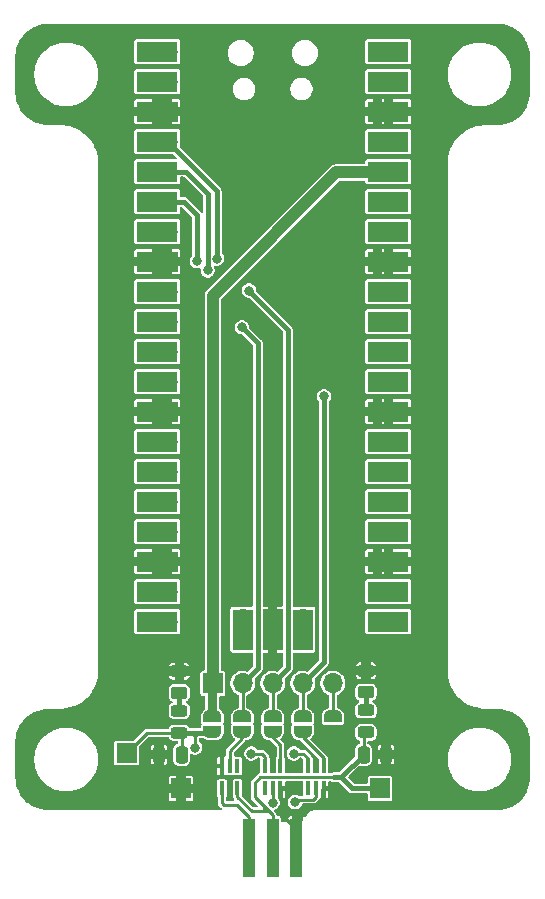
<source format=gbr>
%TF.GenerationSoftware,KiCad,Pcbnew,8.99.0-unknown-120b06f916~181~ubuntu22.04.1*%
%TF.CreationDate,2024-11-21T04:22:57-08:00*%
%TF.ProjectId,gb_video_pico_breakout,67625f76-6964-4656-9f5f-7069636f5f62,rev?*%
%TF.SameCoordinates,Original*%
%TF.FileFunction,Copper,L1,Top*%
%TF.FilePolarity,Positive*%
%FSLAX46Y46*%
G04 Gerber Fmt 4.6, Leading zero omitted, Abs format (unit mm)*
G04 Created by KiCad (PCBNEW 8.99.0-unknown-120b06f916~181~ubuntu22.04.1) date 2024-11-21 04:22:57*
%MOMM*%
%LPD*%
G01*
G04 APERTURE LIST*
G04 Aperture macros list*
%AMRoundRect*
0 Rectangle with rounded corners*
0 $1 Rounding radius*
0 $2 $3 $4 $5 $6 $7 $8 $9 X,Y pos of 4 corners*
0 Add a 4 corners polygon primitive as box body*
4,1,4,$2,$3,$4,$5,$6,$7,$8,$9,$2,$3,0*
0 Add four circle primitives for the rounded corners*
1,1,$1+$1,$2,$3*
1,1,$1+$1,$4,$5*
1,1,$1+$1,$6,$7*
1,1,$1+$1,$8,$9*
0 Add four rect primitives between the rounded corners*
20,1,$1+$1,$2,$3,$4,$5,0*
20,1,$1+$1,$4,$5,$6,$7,0*
20,1,$1+$1,$6,$7,$8,$9,0*
20,1,$1+$1,$8,$9,$2,$3,0*%
%AMFreePoly0*
4,1,23,0.500000,-0.750000,0.000000,-0.750000,0.000000,-0.745722,-0.065263,-0.745722,-0.191342,-0.711940,-0.304381,-0.646677,-0.396677,-0.554381,-0.461940,-0.441342,-0.495722,-0.315263,-0.495722,-0.250000,-0.500000,-0.250000,-0.500000,0.250000,-0.495722,0.250000,-0.495722,0.315263,-0.461940,0.441342,-0.396677,0.554381,-0.304381,0.646677,-0.191342,0.711940,-0.065263,0.745722,0.000000,0.745722,
0.000000,0.750000,0.500000,0.750000,0.500000,-0.750000,0.500000,-0.750000,$1*%
%AMFreePoly1*
4,1,23,0.000000,0.745722,0.065263,0.745722,0.191342,0.711940,0.304381,0.646677,0.396677,0.554381,0.461940,0.441342,0.495722,0.315263,0.495722,0.250000,0.500000,0.250000,0.500000,-0.250000,0.495722,-0.250000,0.495722,-0.315263,0.461940,-0.441342,0.396677,-0.554381,0.304381,-0.646677,0.191342,-0.711940,0.065263,-0.745722,0.000000,-0.745722,0.000000,-0.750000,-0.500000,-0.750000,
-0.500000,0.750000,0.000000,0.750000,0.000000,0.745722,0.000000,0.745722,$1*%
G04 Aperture macros list end*
%TA.AperFunction,ComponentPad*%
%ADD10R,1.700000X1.700000*%
%TD*%
%TA.AperFunction,SMDPad,CuDef*%
%ADD11RoundRect,0.250000X0.250000X0.475000X-0.250000X0.475000X-0.250000X-0.475000X0.250000X-0.475000X0*%
%TD*%
%TA.AperFunction,SMDPad,CuDef*%
%ADD12RoundRect,0.250000X0.450000X-0.262500X0.450000X0.262500X-0.450000X0.262500X-0.450000X-0.262500X0*%
%TD*%
%TA.AperFunction,ConnectorPad*%
%ADD13R,1.000000X5.000000*%
%TD*%
%TA.AperFunction,SMDPad,CuDef*%
%ADD14FreePoly0,90.000000*%
%TD*%
%TA.AperFunction,SMDPad,CuDef*%
%ADD15FreePoly1,90.000000*%
%TD*%
%TA.AperFunction,SMDPad,CuDef*%
%ADD16R,0.400000X1.200000*%
%TD*%
%TA.AperFunction,SMDPad,CuDef*%
%ADD17RoundRect,0.243750X-0.456250X0.243750X-0.456250X-0.243750X0.456250X-0.243750X0.456250X0.243750X0*%
%TD*%
%TA.AperFunction,ComponentPad*%
%ADD18O,1.700000X1.700000*%
%TD*%
%TA.AperFunction,SMDPad,CuDef*%
%ADD19R,3.500000X1.700000*%
%TD*%
%TA.AperFunction,SMDPad,CuDef*%
%ADD20R,1.700000X3.500000*%
%TD*%
%TA.AperFunction,SMDPad,CuDef*%
%ADD21RoundRect,0.250000X-0.250000X-0.475000X0.250000X-0.475000X0.250000X0.475000X-0.250000X0.475000X0*%
%TD*%
%TA.AperFunction,ViaPad*%
%ADD22C,0.800000*%
%TD*%
%TA.AperFunction,Conductor*%
%ADD23C,0.250000*%
%TD*%
%TA.AperFunction,Conductor*%
%ADD24C,0.400000*%
%TD*%
%TA.AperFunction,Conductor*%
%ADD25C,1.000000*%
%TD*%
%TA.AperFunction,Conductor*%
%ADD26C,0.800000*%
%TD*%
G04 APERTURE END LIST*
D10*
%TO.P,TP3,1,1*%
%TO.N,+3V3*%
X137550000Y-117950000D03*
%TD*%
%TO.P,TP2,1,1*%
%TO.N,GND*%
X142150000Y-120950000D03*
%TD*%
D11*
%TO.P,C2,1*%
%TO.N,+3V3*%
X142200000Y-118100000D03*
%TO.P,C2,2*%
%TO.N,GND*%
X140300000Y-118100000D03*
%TD*%
D12*
%TO.P,R4,1*%
%TO.N,Net-(D2-K)*%
X142000000Y-112850000D03*
%TO.P,R4,2*%
%TO.N,GND*%
X142000000Y-111025000D03*
%TD*%
D13*
%TO.P,GB1,2,SO*%
%TO.N,TX_5V*%
X147921320Y-126000000D03*
%TO.P,GB1,4,SD*%
%TO.N,+5V*%
X149921320Y-126000000D03*
%TO.P,GB1,6,GND*%
%TO.N,GND*%
X151921320Y-126000000D03*
%TD*%
D14*
%TO.P,JP1,1,A*%
%TO.N,+3V3*%
X144800000Y-116150000D03*
D15*
%TO.P,JP1,2,B*%
%TO.N,Net-(J1-Pin_1)*%
X144800000Y-114850000D03*
%TD*%
D16*
%TO.P,U1,1,NC*%
%TO.N,unconnected-(U1-NC-Pad1)*%
X146915833Y-119050000D03*
%TO.P,U1,2,A*%
%TO.N,TX_3V3*%
X146265833Y-119050000D03*
%TO.P,U1,3,GND*%
%TO.N,GND*%
X145615833Y-119050000D03*
%TO.P,U1,4,Y*%
%TO.N,TX_5V*%
X145615833Y-120950000D03*
%TO.P,U1,5,VCC*%
%TO.N,+5V*%
X146915833Y-120950000D03*
%TD*%
D17*
%TO.P,D1,1,K*%
%TO.N,Net-(D1-K)*%
X157800000Y-114337500D03*
%TO.P,D1,2,A*%
%TO.N,+5V*%
X157800000Y-116212500D03*
%TD*%
D10*
%TO.P,TP1,1,1*%
%TO.N,+5V*%
X159000000Y-120950000D03*
%TD*%
D14*
%TO.P,JP2,1,A*%
%TO.N,TX_3V3*%
X147350000Y-116150000D03*
D15*
%TO.P,JP2,2,B*%
%TO.N,Net-(J1-Pin_2)*%
X147350000Y-114850000D03*
%TD*%
D18*
%TO.P,U4,1,GPIO0*%
%TO.N,unconnected-(U4-GPIO0-Pad1)*%
X141025833Y-58570000D03*
D19*
X140125833Y-58570000D03*
D18*
%TO.P,U4,2,GPIO1*%
%TO.N,unconnected-(U4-GPIO1-Pad2)*%
X141025833Y-61110000D03*
D19*
X140125833Y-61110000D03*
D10*
%TO.P,U4,3,GND*%
%TO.N,GND*%
X141025833Y-63650000D03*
D19*
X140125833Y-63650000D03*
D18*
%TO.P,U4,4,GPIO2*%
%TO.N,Net-(J1-Pin_3)*%
X141025833Y-66190000D03*
D19*
X140125833Y-66190000D03*
D18*
%TO.P,U4,5,GPIO3*%
%TO.N,Net-(J1-Pin_4)*%
X141025833Y-68730000D03*
D19*
X140125833Y-68730000D03*
D18*
%TO.P,U4,6,GPIO4*%
%TO.N,Net-(J1-Pin_2)*%
X141025833Y-71270000D03*
D19*
X140125833Y-71270000D03*
D18*
%TO.P,U4,7,GPIO5*%
%TO.N,unconnected-(U4-GPIO5-Pad7)*%
X141025833Y-73810000D03*
D19*
X140125833Y-73810000D03*
D10*
%TO.P,U4,8,GND*%
%TO.N,GND*%
X141025833Y-76350000D03*
D19*
X140125833Y-76350000D03*
D18*
%TO.P,U4,9,GPIO6*%
%TO.N,unconnected-(U4-GPIO6-Pad9)*%
X141025833Y-78890000D03*
D19*
X140125833Y-78890000D03*
D18*
%TO.P,U4,10,GPIO7*%
%TO.N,unconnected-(U4-GPIO7-Pad10)*%
X141025833Y-81430000D03*
D19*
X140125833Y-81430000D03*
D18*
%TO.P,U4,11,GPIO8*%
%TO.N,unconnected-(U4-GPIO8-Pad11)*%
X141025833Y-83970000D03*
D19*
X140125833Y-83970000D03*
D18*
%TO.P,U4,12,GPIO9*%
%TO.N,unconnected-(U4-GPIO9-Pad12)*%
X141025833Y-86510000D03*
D19*
X140125833Y-86510000D03*
D10*
%TO.P,U4,13,GND*%
%TO.N,GND*%
X141025833Y-89050000D03*
D19*
X140125833Y-89050000D03*
D18*
%TO.P,U4,14,GPIO10*%
%TO.N,unconnected-(U4-GPIO10-Pad14)*%
X141025833Y-91590000D03*
D19*
X140125833Y-91590000D03*
D18*
%TO.P,U4,15,GPIO11*%
%TO.N,unconnected-(U4-GPIO11-Pad15)*%
X141025833Y-94130000D03*
D19*
X140125833Y-94130000D03*
D18*
%TO.P,U4,16,GPIO12*%
%TO.N,unconnected-(U4-GPIO12-Pad16)*%
X141025833Y-96670000D03*
D19*
X140125833Y-96670000D03*
D18*
%TO.P,U4,17,GPIO13*%
%TO.N,unconnected-(U4-GPIO13-Pad17)*%
X141025833Y-99210000D03*
D19*
X140125833Y-99210000D03*
D10*
%TO.P,U4,18,GND*%
%TO.N,GND*%
X141025833Y-101750000D03*
D19*
X140125833Y-101750000D03*
D18*
%TO.P,U4,19,GPIO14*%
%TO.N,unconnected-(U4-GPIO14-Pad19)*%
X141025833Y-104290000D03*
D19*
X140125833Y-104290000D03*
D18*
%TO.P,U4,20,GPIO15*%
%TO.N,unconnected-(U4-GPIO15-Pad20)*%
X141025833Y-106830000D03*
D19*
X140125833Y-106830000D03*
D18*
%TO.P,U4,21,GPIO16*%
%TO.N,unconnected-(U4-GPIO16-Pad21)*%
X158805833Y-106830000D03*
D19*
X159705833Y-106830000D03*
D18*
%TO.P,U4,22,GPIO17*%
%TO.N,unconnected-(U4-GPIO17-Pad22)*%
X158805833Y-104290000D03*
D19*
X159705833Y-104290000D03*
D10*
%TO.P,U4,23,GND*%
%TO.N,GND*%
X158805833Y-101750000D03*
D19*
X159705833Y-101750000D03*
D18*
%TO.P,U4,24,GPIO18*%
%TO.N,unconnected-(U4-GPIO18-Pad24)*%
X158805833Y-99210000D03*
D19*
X159705833Y-99210000D03*
D18*
%TO.P,U4,25,GPIO19*%
%TO.N,unconnected-(U4-GPIO19-Pad25)*%
X158805833Y-96670000D03*
D19*
X159705833Y-96670000D03*
D18*
%TO.P,U4,26,GPIO20*%
%TO.N,unconnected-(U4-GPIO20-Pad26)*%
X158805833Y-94130000D03*
D19*
X159705833Y-94130000D03*
D18*
%TO.P,U4,27,GPIO21*%
%TO.N,unconnected-(U4-GPIO21-Pad27)*%
X158805833Y-91590000D03*
D19*
X159705833Y-91590000D03*
D10*
%TO.P,U4,28,GND*%
%TO.N,GND*%
X158805833Y-89050000D03*
D19*
X159705833Y-89050000D03*
D18*
%TO.P,U4,29,GPIO22*%
%TO.N,unconnected-(U4-GPIO22-Pad29)*%
X158805833Y-86510000D03*
D19*
X159705833Y-86510000D03*
D18*
%TO.P,U4,30,RUN*%
%TO.N,unconnected-(U4-RUN-Pad30)*%
X158805833Y-83970000D03*
D19*
X159705833Y-83970000D03*
D18*
%TO.P,U4,31,GPIO26_ADC0*%
%TO.N,unconnected-(U4-GPIO26_ADC0-Pad31)*%
X158805833Y-81430000D03*
D19*
X159705833Y-81430000D03*
D18*
%TO.P,U4,32,GPIO27_ADC1*%
%TO.N,unconnected-(U4-GPIO27_ADC1-Pad32)*%
X158805833Y-78890000D03*
D19*
X159705833Y-78890000D03*
D10*
%TO.P,U4,33,AGND*%
%TO.N,GND*%
X158805833Y-76350000D03*
D19*
X159705833Y-76350000D03*
D18*
%TO.P,U4,34,GPIO28_ADC2*%
%TO.N,unconnected-(U4-GPIO28_ADC2-Pad34)*%
X158805833Y-73810000D03*
D19*
X159705833Y-73810000D03*
D18*
%TO.P,U4,35,ADC_VREF*%
%TO.N,unconnected-(U4-ADC_VREF-Pad35)*%
X158805833Y-71270000D03*
D19*
X159705833Y-71270000D03*
D18*
%TO.P,U4,36,3V3*%
%TO.N,Net-(J1-Pin_1)*%
X158805833Y-68730000D03*
D19*
X159705833Y-68730000D03*
D18*
%TO.P,U4,37,3V3_EN*%
%TO.N,unconnected-(U4-3V3_EN-Pad37)*%
X158805833Y-66190000D03*
D19*
X159705833Y-66190000D03*
D10*
%TO.P,U4,38,GND*%
%TO.N,GND*%
X158805833Y-63650000D03*
D19*
X159705833Y-63650000D03*
D18*
%TO.P,U4,39,VSYS*%
%TO.N,unconnected-(U4-VSYS-Pad39)*%
X158805833Y-61110000D03*
D19*
X159705833Y-61110000D03*
D18*
%TO.P,U4,40,VBUS*%
%TO.N,unconnected-(U4-VBUS-Pad40)*%
X158805833Y-58570000D03*
D19*
X159705833Y-58570000D03*
D18*
%TO.P,U4,41,SWCLK*%
%TO.N,unconnected-(U4-SWCLK-Pad41)*%
X147375833Y-106600000D03*
D20*
X147375833Y-107500000D03*
D10*
%TO.P,U4,42,GND*%
%TO.N,GND*%
X149915833Y-106600000D03*
D20*
X149915833Y-107500000D03*
D18*
%TO.P,U4,43,SWDIO*%
%TO.N,unconnected-(U4-SWDIO-Pad43)*%
X152455833Y-106600000D03*
D20*
X152455833Y-107500000D03*
%TD*%
D14*
%TO.P,JP3,1,A*%
%TO.N,RX_3V3*%
X149900000Y-116150000D03*
D15*
%TO.P,JP3,2,B*%
%TO.N,Net-(J1-Pin_3)*%
X149900000Y-114850000D03*
%TD*%
D16*
%TO.P,U2,1,NC*%
%TO.N,unconnected-(U2-NC-Pad1)*%
X149265833Y-120950000D03*
%TO.P,U2,2,A*%
%TO.N,RX_5V*%
X149915833Y-120950000D03*
%TO.P,U2,3,GND*%
%TO.N,GND*%
X150565833Y-120950000D03*
%TO.P,U2,4,Y*%
%TO.N,RX_3V3*%
X150565833Y-119050000D03*
%TO.P,U2,5,VCC*%
%TO.N,+3V3*%
X149265833Y-119050000D03*
%TD*%
%TO.P,U3,1,NC*%
%TO.N,unconnected-(U3-NC-Pad1)*%
X152915833Y-120950000D03*
%TO.P,U3,2,A*%
%TO.N,CLK_5V*%
X153565833Y-120950000D03*
%TO.P,U3,3,GND*%
%TO.N,GND*%
X154215833Y-120950000D03*
%TO.P,U3,4,Y*%
%TO.N,CLK_3V3*%
X154215833Y-119050000D03*
%TO.P,U3,5,VCC*%
%TO.N,+3V3*%
X152915833Y-119050000D03*
%TD*%
D12*
%TO.P,R3,1*%
%TO.N,Net-(D1-K)*%
X157800000Y-112812500D03*
%TO.P,R3,2*%
%TO.N,GND*%
X157800000Y-110987500D03*
%TD*%
D14*
%TO.P,JP5,1,A*%
%TO.N,GND*%
X155000000Y-116150000D03*
D15*
%TO.P,JP5,2,B*%
%TO.N,Net-(J1-Pin_5)*%
X155000000Y-114850000D03*
%TD*%
D21*
%TO.P,C1,1*%
%TO.N,+5V*%
X157600000Y-118100000D03*
%TO.P,C1,2*%
%TO.N,GND*%
X159500000Y-118100000D03*
%TD*%
D10*
%TO.P,J1,1,Pin_1*%
%TO.N,Net-(J1-Pin_1)*%
X144840833Y-112050000D03*
D18*
%TO.P,J1,2,Pin_2*%
%TO.N,Net-(J1-Pin_2)*%
X147380833Y-112050000D03*
%TO.P,J1,3,Pin_3*%
%TO.N,Net-(J1-Pin_3)*%
X149920833Y-112050000D03*
%TO.P,J1,4,Pin_4*%
%TO.N,Net-(J1-Pin_4)*%
X152460833Y-112050000D03*
%TO.P,J1,5,Pin_5*%
%TO.N,Net-(J1-Pin_5)*%
X155000833Y-112050000D03*
%TD*%
D17*
%TO.P,D2,1,K*%
%TO.N,Net-(D2-K)*%
X142000000Y-114362500D03*
%TO.P,D2,2,A*%
%TO.N,+3V3*%
X142000000Y-116237500D03*
%TD*%
D14*
%TO.P,JP4,1,A*%
%TO.N,CLK_3V3*%
X152450000Y-116150000D03*
D15*
%TO.P,JP4,2,B*%
%TO.N,Net-(J1-Pin_4)*%
X152450000Y-114850000D03*
%TD*%
D22*
%TO.N,GND*%
X144450000Y-121400000D03*
X157400000Y-119700000D03*
X155500000Y-122050000D03*
X150900000Y-122850000D03*
X156500000Y-95150000D03*
X142650000Y-73750000D03*
X137050000Y-109800000D03*
X152500000Y-92000000D03*
X136500000Y-77750000D03*
X156100000Y-103000000D03*
X148600000Y-117100000D03*
X136500000Y-90350000D03*
X164000000Y-89400000D03*
X136450000Y-103100000D03*
X151850000Y-80450000D03*
X143050000Y-93350000D03*
X163750000Y-77150000D03*
X146750000Y-94050000D03*
X152700000Y-102450000D03*
X143000000Y-106850000D03*
X151450000Y-65150000D03*
X152900000Y-98650000D03*
X155700000Y-81500000D03*
X163300000Y-102600000D03*
X151850000Y-121000000D03*
X165000000Y-121750000D03*
X138500000Y-114050000D03*
X154200000Y-72500000D03*
X169950000Y-121400000D03*
X151200000Y-112900000D03*
X133250000Y-64050000D03*
X153750000Y-112900000D03*
X156200000Y-59300000D03*
X146700000Y-97600000D03*
X149900000Y-87700000D03*
X155650000Y-74900000D03*
X147100000Y-74000000D03*
X146700000Y-84950000D03*
X165950000Y-57200000D03*
X140200000Y-109700000D03*
X143100000Y-88100000D03*
X170050000Y-115750000D03*
X156200000Y-106900000D03*
X155950000Y-91300000D03*
X136350000Y-100800000D03*
X147100000Y-71950000D03*
X144200000Y-59900000D03*
X143050000Y-79250000D03*
X129150000Y-62100000D03*
X143300000Y-99900000D03*
X135750000Y-64650000D03*
X156200000Y-113950000D03*
X162000000Y-114450000D03*
X164050000Y-87350000D03*
X155750000Y-76950000D03*
X144500000Y-62750000D03*
X155600000Y-118350000D03*
X149900000Y-84350000D03*
X151350000Y-68500000D03*
X161900000Y-116800000D03*
X159350000Y-109500000D03*
X155400000Y-64750000D03*
X152500000Y-87400000D03*
X144500000Y-65450000D03*
X130350000Y-115700000D03*
X170300000Y-62950000D03*
X166450000Y-63950000D03*
X135400000Y-57450000D03*
X143150000Y-81200000D03*
X162300000Y-111150000D03*
X146500000Y-89650000D03*
X148650000Y-112850000D03*
X151800000Y-119100000D03*
X150000000Y-102250000D03*
X165050000Y-114650000D03*
X163400000Y-100350000D03*
X145250000Y-68250000D03*
X148100000Y-119600000D03*
X130350000Y-121550000D03*
X136500000Y-87950000D03*
X170200000Y-57900000D03*
X129950000Y-58100000D03*
X156250000Y-86350000D03*
X146850000Y-101750000D03*
X163550000Y-74650000D03*
X136550000Y-75350000D03*
X143200000Y-84500000D03*
X164350000Y-61750000D03*
X156600000Y-99100000D03*
X137000000Y-112600000D03*
X134900000Y-121850000D03*
X149950000Y-95850000D03*
X143500000Y-71000000D03*
X144450000Y-118900000D03*
X151100000Y-75800000D03*
X163550000Y-71700000D03*
X143250000Y-102800000D03*
X163100000Y-119800000D03*
%TO.N,+3V3*%
X151700000Y-118000000D03*
X148100000Y-118000000D03*
X143350000Y-117500000D03*
%TO.N,CLK_5V*%
X151800000Y-122100000D03*
%TO.N,RX_5V*%
X149915833Y-122150000D03*
%TO.N,Net-(J1-Pin_3)*%
X145200000Y-76100000D03*
X147900000Y-78800000D03*
%TO.N,Net-(J1-Pin_2)*%
X143500000Y-76300000D03*
X147300000Y-81900000D03*
%TO.N,Net-(J1-Pin_4)*%
X154250000Y-87750000D03*
X144400000Y-77100000D03*
%TD*%
D23*
%TO.N,+3V3*%
X142000000Y-116237500D02*
X139262500Y-116237500D01*
X139262500Y-116237500D02*
X137550000Y-117950000D01*
%TO.N,+5V*%
X149150000Y-122875000D02*
X149575000Y-122875000D01*
X149150000Y-122875000D02*
X149150000Y-122450000D01*
X149575000Y-122875000D02*
X149150000Y-122450000D01*
X149150000Y-122450000D02*
X148400000Y-121700000D01*
X148400000Y-121700000D02*
X148400000Y-120450000D01*
X148400000Y-120450000D02*
X148850000Y-120000000D01*
X148850000Y-120000000D02*
X155100000Y-120000000D01*
X146915833Y-120950000D02*
X146915833Y-121665833D01*
X146915833Y-121665833D02*
X148125000Y-122875000D01*
X149575000Y-122875000D02*
X149921320Y-123221320D01*
X148125000Y-122875000D02*
X149150000Y-122875000D01*
X149921320Y-123221320D02*
X149921320Y-126000000D01*
%TO.N,TX_5V*%
X145615833Y-120950000D02*
X145615833Y-122215833D01*
X145750000Y-122350000D02*
X146900000Y-122350000D01*
X145615833Y-122215833D02*
X145750000Y-122350000D01*
X146900000Y-122350000D02*
X147921320Y-123371320D01*
X147921320Y-123371320D02*
X147921320Y-126000000D01*
D24*
%TO.N,Net-(D1-K)*%
X157800000Y-114337500D02*
X157800000Y-112812500D01*
D23*
%TO.N,GND*%
X151921320Y-123978680D02*
X152300000Y-123600000D01*
X151100000Y-123600000D02*
X151150000Y-123650000D01*
X151921320Y-126000000D02*
X151921320Y-124421320D01*
X152300000Y-123100000D02*
X153000000Y-122400000D01*
X151921320Y-124421320D02*
X151100000Y-123600000D01*
X151921320Y-126000000D02*
X151921320Y-123978680D01*
X153000000Y-122400000D02*
X154550000Y-122400000D01*
X152300000Y-123600000D02*
X152300000Y-123100000D01*
D24*
%TO.N,+5V*%
X155700000Y-120000000D02*
X156650000Y-120950000D01*
D23*
X157600000Y-118100000D02*
X157600000Y-116412500D01*
D24*
X155100000Y-120000000D02*
X155700000Y-120000000D01*
X155700000Y-120000000D02*
X157600000Y-118100000D01*
D23*
X157600000Y-116412500D02*
X157800000Y-116212500D01*
D24*
X156650000Y-120950000D02*
X158500000Y-120950000D01*
D23*
%TO.N,+3V3*%
X152915833Y-118415833D02*
X152915833Y-119050000D01*
X152500000Y-118000000D02*
X152915833Y-118415833D01*
X144631250Y-116318750D02*
X143600000Y-116318750D01*
X143350000Y-117500000D02*
X143350000Y-116550000D01*
X144800000Y-116150000D02*
X142087500Y-116150000D01*
X143350000Y-116550000D02*
X143368750Y-116550000D01*
X142200000Y-116437500D02*
X142200000Y-118100000D01*
X143350000Y-116318750D02*
X143100000Y-116318750D01*
X151700000Y-118000000D02*
X152500000Y-118000000D01*
X148100000Y-118000000D02*
X149000000Y-118000000D01*
X143350000Y-116550000D02*
X143331250Y-116550000D01*
X143331250Y-116550000D02*
X143100000Y-116318750D01*
X149000000Y-118000000D02*
X149265833Y-118265833D01*
X143350000Y-116550000D02*
X143350000Y-116318750D01*
X142087500Y-116150000D02*
X142000000Y-116237500D01*
X149265833Y-118265833D02*
X149265833Y-119050000D01*
X142000000Y-116237500D02*
X142200000Y-116437500D01*
X144800000Y-116150000D02*
X144631250Y-116318750D01*
X142081250Y-116318750D02*
X142000000Y-116237500D01*
X143600000Y-116318750D02*
X143350000Y-116318750D01*
X143100000Y-116318750D02*
X142081250Y-116318750D01*
X143368750Y-116550000D02*
X143600000Y-116318750D01*
D24*
%TO.N,Net-(D2-K)*%
X142000000Y-114362500D02*
X142000000Y-112850000D01*
D23*
%TO.N,CLK_3V3*%
X154215833Y-118399999D02*
X154215833Y-119050000D01*
X152450000Y-116634166D02*
X154215833Y-118399999D01*
X152450000Y-116150000D02*
X152450000Y-116634166D01*
%TO.N,TX_3V3*%
X147350000Y-116150000D02*
X147350000Y-116665833D01*
X146265833Y-117750000D02*
X146265833Y-119050000D01*
X147350000Y-116665833D02*
X146265833Y-117750000D01*
%TO.N,RX_3V3*%
X150565833Y-117300000D02*
X150565833Y-119050000D01*
X149900000Y-116150000D02*
X149900000Y-116634167D01*
X149900000Y-116634167D02*
X150565833Y-117300000D01*
%TO.N,CLK_5V*%
X153350000Y-121900000D02*
X153565833Y-121684167D01*
X151800000Y-122100000D02*
X152000000Y-121900000D01*
X152000000Y-121900000D02*
X153350000Y-121900000D01*
X153565833Y-121684167D02*
X153565833Y-120950000D01*
%TO.N,RX_5V*%
X149915833Y-122150000D02*
X149915833Y-120950000D01*
D25*
%TO.N,Net-(J1-Pin_1)*%
X158711666Y-68800000D02*
X155300000Y-68800000D01*
D23*
X144815833Y-112075000D02*
X144840833Y-112050000D01*
D25*
X158805833Y-68730000D02*
X158805833Y-68894167D01*
X144840833Y-79259167D02*
X144840833Y-112050000D01*
D26*
X144800000Y-112090833D02*
X144840833Y-112050000D01*
X144800000Y-114850000D02*
X144800000Y-112090833D01*
D25*
X158805833Y-68894167D02*
X158711666Y-68800000D01*
X155300000Y-68800000D02*
X144840833Y-79259167D01*
D23*
%TO.N,Net-(J1-Pin_3)*%
X149915833Y-114834167D02*
X149915833Y-112055000D01*
X149900000Y-114850000D02*
X149915833Y-114834167D01*
D24*
X151200000Y-82100000D02*
X151200000Y-110770833D01*
X141025833Y-66225833D02*
X141025833Y-66190000D01*
X145200000Y-70400000D02*
X141025833Y-66225833D01*
D23*
X149915833Y-112055000D02*
X149920833Y-112050000D01*
D24*
X145200000Y-76100000D02*
X145200000Y-70400000D01*
X147900000Y-78800000D02*
X151200000Y-82100000D01*
X151200000Y-110770833D02*
X149920833Y-112050000D01*
D23*
%TO.N,Net-(J1-Pin_2)*%
X147350000Y-114850000D02*
X147365833Y-114834167D01*
D24*
X148664833Y-110766000D02*
X147380833Y-112050000D01*
X148664833Y-83264833D02*
X148664833Y-110766000D01*
X142950000Y-71850000D02*
X143000000Y-71900000D01*
X143500000Y-72400000D02*
X142950000Y-71850000D01*
X142370000Y-71270000D02*
X142950000Y-71850000D01*
D23*
X147365833Y-114834167D02*
X147365833Y-112065000D01*
D24*
X143500000Y-76300000D02*
X143500000Y-72400000D01*
X147300000Y-81900000D02*
X148664833Y-83264833D01*
D23*
X147365833Y-112065000D02*
X147380833Y-112050000D01*
D24*
X141025833Y-71270000D02*
X142370000Y-71270000D01*
D23*
%TO.N,Net-(J1-Pin_5)*%
X155000000Y-114850000D02*
X155015833Y-114834167D01*
X155015833Y-114834167D02*
X155015833Y-112065000D01*
X155015833Y-112065000D02*
X155000833Y-112050000D01*
D24*
%TO.N,Net-(J1-Pin_4)*%
X144400000Y-70600000D02*
X144400000Y-77100000D01*
D23*
X152465833Y-114834167D02*
X152465833Y-112055000D01*
D24*
X154250000Y-110260833D02*
X152460833Y-112050000D01*
X154250000Y-87750000D02*
X154250000Y-110260833D01*
D23*
X152450000Y-114850000D02*
X152465833Y-114834167D01*
D24*
X141025833Y-68730000D02*
X142530000Y-68730000D01*
D23*
X152465833Y-112055000D02*
X152460833Y-112050000D01*
D24*
X142530000Y-68730000D02*
X144400000Y-70600000D01*
%TD*%
%TA.AperFunction,Conductor*%
%TO.N,GND*%
G36*
X168924096Y-56200656D02*
G01*
X169229212Y-56217793D01*
X169240239Y-56219035D01*
X169538782Y-56269761D01*
X169549599Y-56272230D01*
X169840593Y-56356065D01*
X169851064Y-56359729D01*
X170130835Y-56475616D01*
X170140830Y-56480429D01*
X170405874Y-56626916D01*
X170415271Y-56632821D01*
X170662232Y-56808051D01*
X170670912Y-56814973D01*
X170896706Y-57016756D01*
X170904556Y-57024606D01*
X171106337Y-57250401D01*
X171113259Y-57259081D01*
X171288492Y-57506050D01*
X171294398Y-57515450D01*
X171310737Y-57545013D01*
X171438112Y-57775481D01*
X171440876Y-57780481D01*
X171445691Y-57790480D01*
X171474729Y-57860585D01*
X171561574Y-58070249D01*
X171565241Y-58080728D01*
X171649072Y-58371715D01*
X171651542Y-58382538D01*
X171702265Y-58681075D01*
X171703508Y-58692107D01*
X171720664Y-58997588D01*
X171720820Y-59003139D01*
X171720820Y-61997226D01*
X171720664Y-62002777D01*
X171703528Y-62307894D01*
X171702285Y-62318926D01*
X171651562Y-62617463D01*
X171649092Y-62628286D01*
X171565260Y-62919277D01*
X171561593Y-62929757D01*
X171445709Y-63209527D01*
X171440892Y-63219529D01*
X171294415Y-63484560D01*
X171288509Y-63493960D01*
X171113275Y-63740931D01*
X171106353Y-63749611D01*
X170904570Y-63975407D01*
X170896720Y-63983257D01*
X170670925Y-64185041D01*
X170662245Y-64191963D01*
X170415282Y-64367195D01*
X170405882Y-64373102D01*
X170140842Y-64519586D01*
X170130839Y-64524403D01*
X169851074Y-64640286D01*
X169840595Y-64643953D01*
X169549606Y-64727788D01*
X169538782Y-64730258D01*
X169240243Y-64780983D01*
X169229212Y-64782226D01*
X168924452Y-64799344D01*
X168918900Y-64799500D01*
X167872184Y-64799500D01*
X167871982Y-64799519D01*
X167753587Y-64799519D01*
X167419966Y-64834582D01*
X167091834Y-64904327D01*
X166772792Y-65007987D01*
X166772784Y-65007990D01*
X166466343Y-65144425D01*
X166466334Y-65144429D01*
X166338696Y-65218121D01*
X166175813Y-65312161D01*
X166175810Y-65312162D01*
X166175805Y-65312166D01*
X166175803Y-65312167D01*
X165904425Y-65509333D01*
X165655122Y-65733805D01*
X165655110Y-65733817D01*
X165430653Y-65983099D01*
X165430651Y-65983102D01*
X165233482Y-66254480D01*
X165233464Y-66254507D01*
X165065747Y-66545000D01*
X165065738Y-66545017D01*
X164929296Y-66851472D01*
X164929294Y-66851475D01*
X164825633Y-67170508D01*
X164755886Y-67498643D01*
X164720820Y-67832267D01*
X164720820Y-110958973D01*
X164720800Y-110959034D01*
X164720800Y-111167735D01*
X164755866Y-111501358D01*
X164825614Y-111829497D01*
X164929275Y-112148531D01*
X164929276Y-112148533D01*
X164929277Y-112148535D01*
X165029936Y-112374618D01*
X165065728Y-112455007D01*
X165233427Y-112745466D01*
X165233456Y-112745516D01*
X165320978Y-112865979D01*
X165430642Y-113016918D01*
X165592970Y-113197199D01*
X165655107Y-113266208D01*
X165904406Y-113490676D01*
X166165040Y-113680037D01*
X166175808Y-113687860D01*
X166466319Y-113855584D01*
X166466332Y-113855590D01*
X166772784Y-113992030D01*
X166998092Y-114065236D01*
X167091830Y-114095693D01*
X167419963Y-114165437D01*
X167753590Y-114200501D01*
X167921321Y-114200500D01*
X167961203Y-114200500D01*
X168881437Y-114200500D01*
X168918544Y-114200500D01*
X168924096Y-114200656D01*
X169229212Y-114217793D01*
X169240239Y-114219035D01*
X169538782Y-114269761D01*
X169549599Y-114272230D01*
X169840593Y-114356065D01*
X169851064Y-114359729D01*
X170130835Y-114475616D01*
X170140830Y-114480429D01*
X170405874Y-114626916D01*
X170415271Y-114632821D01*
X170662232Y-114808051D01*
X170670912Y-114814973D01*
X170896706Y-115016756D01*
X170904556Y-115024606D01*
X171106337Y-115250401D01*
X171113259Y-115259081D01*
X171288492Y-115506050D01*
X171294398Y-115515450D01*
X171368760Y-115649998D01*
X171428906Y-115758824D01*
X171440876Y-115780481D01*
X171445691Y-115790480D01*
X171484934Y-115885222D01*
X171561574Y-116070249D01*
X171565241Y-116080728D01*
X171649072Y-116371715D01*
X171651542Y-116382538D01*
X171702265Y-116681075D01*
X171703508Y-116692107D01*
X171720664Y-116997588D01*
X171720820Y-117003139D01*
X171720820Y-119997226D01*
X171720664Y-120002777D01*
X171703528Y-120307894D01*
X171702285Y-120318926D01*
X171651562Y-120617463D01*
X171649092Y-120628286D01*
X171565260Y-120919277D01*
X171561593Y-120929757D01*
X171445709Y-121209527D01*
X171440892Y-121219529D01*
X171294415Y-121484560D01*
X171288509Y-121493960D01*
X171113275Y-121740931D01*
X171106353Y-121749611D01*
X170904570Y-121975407D01*
X170896720Y-121983257D01*
X170670925Y-122185041D01*
X170662245Y-122191963D01*
X170415282Y-122367195D01*
X170405882Y-122373102D01*
X170140842Y-122519586D01*
X170130839Y-122524403D01*
X169851074Y-122640286D01*
X169840595Y-122643953D01*
X169549606Y-122727788D01*
X169538782Y-122730258D01*
X169240243Y-122780983D01*
X169229212Y-122782226D01*
X168924452Y-122799344D01*
X168918900Y-122799500D01*
X153372277Y-122799500D01*
X153372085Y-122799518D01*
X153352332Y-122799518D01*
X153217009Y-122826430D01*
X153217001Y-122826432D01*
X153089520Y-122879232D01*
X153089510Y-122879237D01*
X152974786Y-122955889D01*
X152974777Y-122955896D01*
X152877211Y-123053459D01*
X152877210Y-123053459D01*
X152800552Y-123168181D01*
X152800548Y-123168188D01*
X152768448Y-123245682D01*
X152747766Y-123295614D01*
X152747739Y-123295678D01*
X152743346Y-123317762D01*
X152713448Y-123371145D01*
X152657882Y-123396759D01*
X152597873Y-123384821D01*
X152573146Y-123361962D01*
X152572406Y-123362703D01*
X152565509Y-123355806D01*
X152499356Y-123311603D01*
X152441020Y-123300000D01*
X152321321Y-123300000D01*
X152321320Y-123300001D01*
X152321320Y-123800000D01*
X151521320Y-123800000D01*
X151521320Y-123300001D01*
X151521319Y-123300000D01*
X151401619Y-123300000D01*
X151343283Y-123311603D01*
X151277130Y-123355806D01*
X151277126Y-123355810D01*
X151232923Y-123421963D01*
X151221320Y-123480299D01*
X151221320Y-123701000D01*
X151202413Y-123759191D01*
X151152913Y-123795155D01*
X151122320Y-123800000D01*
X150720820Y-123800000D01*
X150662629Y-123781093D01*
X150626665Y-123731593D01*
X150621820Y-123701000D01*
X150621820Y-123480253D01*
X150621818Y-123480241D01*
X150617805Y-123460069D01*
X150610187Y-123421769D01*
X150565872Y-123355448D01*
X150565868Y-123355445D01*
X150499553Y-123311134D01*
X150499551Y-123311133D01*
X150499548Y-123311132D01*
X150499547Y-123311132D01*
X150441078Y-123299501D01*
X150441068Y-123299500D01*
X150441067Y-123299500D01*
X150345820Y-123299500D01*
X150287629Y-123280593D01*
X150251665Y-123231093D01*
X150246820Y-123200500D01*
X150246820Y-123178468D01*
X150244068Y-123168197D01*
X150224638Y-123095682D01*
X150181785Y-123021458D01*
X150152357Y-122992030D01*
X150121182Y-122960854D01*
X150121182Y-122960855D01*
X150049841Y-122889514D01*
X150022064Y-122834997D01*
X150031635Y-122774565D01*
X150074900Y-122731300D01*
X150094215Y-122723885D01*
X150147617Y-122709577D01*
X150284549Y-122630520D01*
X150396353Y-122518716D01*
X150475410Y-122381784D01*
X150516333Y-122229057D01*
X150516333Y-122070943D01*
X150475410Y-121918216D01*
X150396353Y-121781284D01*
X150396349Y-121781280D01*
X150394824Y-121779754D01*
X150394121Y-121778375D01*
X150392402Y-121776134D01*
X150392817Y-121775815D01*
X150367051Y-121725235D01*
X150365833Y-121709756D01*
X150365833Y-121150001D01*
X150765833Y-121150001D01*
X150765833Y-121749999D01*
X150765834Y-121750000D01*
X150785530Y-121750000D01*
X150785533Y-121749999D01*
X150843869Y-121738396D01*
X150910022Y-121694193D01*
X150910026Y-121694189D01*
X150954229Y-121628036D01*
X150965832Y-121569700D01*
X150965833Y-121569697D01*
X150965833Y-121150001D01*
X150965832Y-121150000D01*
X150765834Y-121150000D01*
X150765833Y-121150001D01*
X150365833Y-121150001D01*
X150365833Y-121049000D01*
X150384740Y-120990809D01*
X150434240Y-120954845D01*
X150464833Y-120950000D01*
X150565832Y-120950000D01*
X150565833Y-120949999D01*
X150565833Y-120849000D01*
X150584740Y-120790809D01*
X150634240Y-120754845D01*
X150664833Y-120750000D01*
X150965832Y-120750000D01*
X150965833Y-120749999D01*
X150965833Y-120424500D01*
X150984740Y-120366309D01*
X151034240Y-120330345D01*
X151064833Y-120325500D01*
X152416333Y-120325500D01*
X152474524Y-120344407D01*
X152510488Y-120393907D01*
X152515333Y-120424500D01*
X152515333Y-121475500D01*
X152496426Y-121533691D01*
X152446926Y-121569655D01*
X152416333Y-121574500D01*
X152117334Y-121574500D01*
X152067836Y-121561237D01*
X152031784Y-121540423D01*
X151879057Y-121499500D01*
X151720943Y-121499500D01*
X151568216Y-121540423D01*
X151431284Y-121619480D01*
X151319480Y-121731284D01*
X151240423Y-121868216D01*
X151199500Y-122020943D01*
X151199500Y-122179057D01*
X151240423Y-122331784D01*
X151319480Y-122468716D01*
X151431284Y-122580520D01*
X151568216Y-122659577D01*
X151720943Y-122700500D01*
X151720945Y-122700500D01*
X151879055Y-122700500D01*
X151879057Y-122700500D01*
X152031784Y-122659577D01*
X152168716Y-122580520D01*
X152280520Y-122468716D01*
X152359577Y-122331784D01*
X152368394Y-122298875D01*
X152401718Y-122247562D01*
X152458840Y-122225636D01*
X152464021Y-122225500D01*
X153392851Y-122225500D01*
X153392853Y-122225500D01*
X153475639Y-122203318D01*
X153475641Y-122203316D01*
X153475643Y-122203316D01*
X153549857Y-122160468D01*
X153549857Y-122160467D01*
X153549862Y-122160465D01*
X153826298Y-121884029D01*
X153869151Y-121809806D01*
X153869153Y-121809798D01*
X153870606Y-121806291D01*
X153872382Y-121804210D01*
X153872396Y-121804187D01*
X153872400Y-121804189D01*
X153910336Y-121759760D01*
X153969829Y-121745468D01*
X153981394Y-121747067D01*
X153996135Y-121749999D01*
X153996136Y-121750000D01*
X154015832Y-121750000D01*
X154015833Y-121749999D01*
X154015833Y-121150001D01*
X154415833Y-121150001D01*
X154415833Y-121749999D01*
X154415834Y-121750000D01*
X154435530Y-121750000D01*
X154435533Y-121749999D01*
X154493869Y-121738396D01*
X154560022Y-121694193D01*
X154560026Y-121694189D01*
X154604229Y-121628036D01*
X154615832Y-121569700D01*
X154615833Y-121569697D01*
X154615833Y-121150001D01*
X154615832Y-121150000D01*
X154415834Y-121150000D01*
X154415833Y-121150001D01*
X154015833Y-121150001D01*
X154015833Y-121049000D01*
X154034740Y-120990809D01*
X154084240Y-120954845D01*
X154114833Y-120950000D01*
X154215832Y-120950000D01*
X154215833Y-120949999D01*
X154215833Y-120849000D01*
X154234740Y-120790809D01*
X154284240Y-120754845D01*
X154314833Y-120750000D01*
X154615832Y-120750000D01*
X154615833Y-120749999D01*
X154615833Y-120424500D01*
X154620678Y-120409588D01*
X154620678Y-120393907D01*
X154629894Y-120381221D01*
X154634740Y-120366309D01*
X154647425Y-120357092D01*
X154656642Y-120344407D01*
X154671554Y-120339561D01*
X154684240Y-120330345D01*
X154714833Y-120325500D01*
X154836255Y-120325500D01*
X154885753Y-120338762D01*
X154945413Y-120373207D01*
X155047273Y-120400500D01*
X155493099Y-120400500D01*
X155551290Y-120419407D01*
X155563103Y-120429496D01*
X156404087Y-121270480D01*
X156404089Y-121270481D01*
X156404090Y-121270482D01*
X156404091Y-121270483D01*
X156495408Y-121323205D01*
X156495406Y-121323205D01*
X156495410Y-121323206D01*
X156495412Y-121323207D01*
X156597273Y-121350500D01*
X157850500Y-121350500D01*
X157908691Y-121369407D01*
X157944655Y-121418907D01*
X157949500Y-121449500D01*
X157949500Y-121819746D01*
X157949501Y-121819758D01*
X157961132Y-121878227D01*
X157961134Y-121878233D01*
X157998197Y-121933701D01*
X158005448Y-121944552D01*
X158071769Y-121988867D01*
X158116231Y-121997711D01*
X158130241Y-122000498D01*
X158130246Y-122000498D01*
X158130252Y-122000500D01*
X158130253Y-122000500D01*
X159869747Y-122000500D01*
X159869748Y-122000500D01*
X159928231Y-121988867D01*
X159994552Y-121944552D01*
X160038867Y-121878231D01*
X160050500Y-121819748D01*
X160050500Y-120080252D01*
X160038867Y-120021769D01*
X160022705Y-119997582D01*
X159994554Y-119955451D01*
X159994552Y-119955448D01*
X159994548Y-119955445D01*
X159928233Y-119911134D01*
X159928231Y-119911133D01*
X159928228Y-119911132D01*
X159928227Y-119911132D01*
X159869758Y-119899501D01*
X159869748Y-119899500D01*
X158130252Y-119899500D01*
X158130251Y-119899500D01*
X158130241Y-119899501D01*
X158071772Y-119911132D01*
X158071766Y-119911134D01*
X158005451Y-119955445D01*
X158005445Y-119955451D01*
X157961134Y-120021766D01*
X157961132Y-120021772D01*
X157949501Y-120080241D01*
X157949500Y-120080253D01*
X157949500Y-120450500D01*
X157930593Y-120508691D01*
X157881093Y-120544655D01*
X157850500Y-120549500D01*
X156856901Y-120549500D01*
X156798710Y-120530593D01*
X156786897Y-120520504D01*
X156336396Y-120070003D01*
X156308619Y-120015486D01*
X156318190Y-119955054D01*
X156336396Y-119929995D01*
X156749348Y-119517043D01*
X157212685Y-119053705D01*
X157267200Y-119025930D01*
X157291934Y-119025144D01*
X157295729Y-119025500D01*
X157295734Y-119025500D01*
X157904273Y-119025500D01*
X157904273Y-119025499D01*
X157934699Y-119022646D01*
X158062882Y-118977793D01*
X158172150Y-118897150D01*
X158252793Y-118787882D01*
X158297646Y-118659699D01*
X158300499Y-118629273D01*
X158300500Y-118629273D01*
X158300500Y-118500001D01*
X158800001Y-118500001D01*
X158800001Y-118629203D01*
X158802850Y-118659600D01*
X158802850Y-118659602D01*
X158847654Y-118787647D01*
X158928207Y-118896790D01*
X158928209Y-118896792D01*
X159037352Y-118977344D01*
X159100000Y-118999265D01*
X159100000Y-118500001D01*
X159900000Y-118500001D01*
X159900000Y-118999265D01*
X159962647Y-118977344D01*
X160071790Y-118896792D01*
X160071792Y-118896790D01*
X160152345Y-118787647D01*
X160197149Y-118659601D01*
X160199999Y-118629211D01*
X160200000Y-118629210D01*
X160200000Y-118500001D01*
X160199999Y-118500000D01*
X159900001Y-118500000D01*
X159900000Y-118500001D01*
X159100000Y-118500001D01*
X159099999Y-118500000D01*
X158800002Y-118500000D01*
X158800001Y-118500001D01*
X158300500Y-118500001D01*
X158300500Y-118348341D01*
X164720820Y-118348341D01*
X164720820Y-118651658D01*
X164754779Y-118953061D01*
X164822274Y-119248775D01*
X164922451Y-119535063D01*
X164922452Y-119535065D01*
X165054047Y-119808326D01*
X165054051Y-119808333D01*
X165054055Y-119808341D01*
X165215428Y-120065164D01*
X165404541Y-120302304D01*
X165619016Y-120516779D01*
X165856156Y-120705892D01*
X166112979Y-120867265D01*
X166112990Y-120867270D01*
X166112993Y-120867272D01*
X166148091Y-120884174D01*
X166386255Y-120998868D01*
X166519900Y-121045632D01*
X166672544Y-121099045D01*
X166672547Y-121099045D01*
X166672548Y-121099046D01*
X166968257Y-121166540D01*
X167269663Y-121200500D01*
X167269664Y-121200500D01*
X167572976Y-121200500D01*
X167572977Y-121200500D01*
X167874383Y-121166540D01*
X168170092Y-121099046D01*
X168456385Y-120998868D01*
X168729661Y-120867265D01*
X168986484Y-120705892D01*
X169223624Y-120516779D01*
X169438099Y-120302304D01*
X169627212Y-120065164D01*
X169788585Y-119808341D01*
X169920188Y-119535065D01*
X170020366Y-119248772D01*
X170087860Y-118953063D01*
X170121820Y-118651657D01*
X170121820Y-118348343D01*
X170087860Y-118046937D01*
X170020366Y-117751228D01*
X170016274Y-117739535D01*
X169946594Y-117540399D01*
X169920188Y-117464935D01*
X169803511Y-117222653D01*
X169788592Y-117191673D01*
X169788590Y-117191670D01*
X169788585Y-117191659D01*
X169627212Y-116934836D01*
X169438099Y-116697696D01*
X169223624Y-116483221D01*
X168986484Y-116294108D01*
X168729661Y-116132735D01*
X168729653Y-116132731D01*
X168729646Y-116132727D01*
X168456385Y-116001132D01*
X168456383Y-116001131D01*
X168170095Y-115900954D01*
X167874381Y-115833459D01*
X167572978Y-115799500D01*
X167572977Y-115799500D01*
X167269663Y-115799500D01*
X167269661Y-115799500D01*
X166968258Y-115833459D01*
X166672544Y-115900954D01*
X166386256Y-116001131D01*
X166386254Y-116001132D01*
X166112993Y-116132727D01*
X166112981Y-116132734D01*
X165856155Y-116294108D01*
X165619017Y-116483220D01*
X165404540Y-116697697D01*
X165215428Y-116934835D01*
X165160806Y-117021766D01*
X165063044Y-117177354D01*
X165054054Y-117191661D01*
X165054047Y-117191673D01*
X164922452Y-117464934D01*
X164922451Y-117464936D01*
X164822274Y-117751224D01*
X164754779Y-118046938D01*
X164720820Y-118348341D01*
X158300500Y-118348341D01*
X158300500Y-117570788D01*
X158800000Y-117570788D01*
X158800000Y-117699999D01*
X158800001Y-117700000D01*
X159099999Y-117700000D01*
X159100000Y-117699999D01*
X159900000Y-117699999D01*
X159900001Y-117700000D01*
X160199998Y-117700000D01*
X160199999Y-117699999D01*
X160199999Y-117570796D01*
X160197149Y-117540399D01*
X160197149Y-117540397D01*
X160152345Y-117412352D01*
X160071792Y-117303209D01*
X160071790Y-117303207D01*
X159962645Y-117222653D01*
X159962643Y-117222652D01*
X159900000Y-117200732D01*
X159900000Y-117699999D01*
X159100000Y-117699999D01*
X159100000Y-117200732D01*
X159037356Y-117222652D01*
X159037354Y-117222653D01*
X158928209Y-117303207D01*
X158928207Y-117303209D01*
X158847654Y-117412352D01*
X158802850Y-117540398D01*
X158800000Y-117570788D01*
X158300500Y-117570788D01*
X158300500Y-117570727D01*
X158300499Y-117570725D01*
X158298569Y-117550142D01*
X158297646Y-117540301D01*
X158252793Y-117412118D01*
X158244465Y-117400834D01*
X158172154Y-117302855D01*
X158172152Y-117302853D01*
X158172150Y-117302850D01*
X158172146Y-117302847D01*
X158172144Y-117302845D01*
X158062884Y-117222207D01*
X157991801Y-117197334D01*
X157968314Y-117179451D01*
X157944407Y-117162081D01*
X157944047Y-117160973D01*
X157943121Y-117160268D01*
X157925500Y-117103890D01*
X157925500Y-116999500D01*
X157944407Y-116941309D01*
X157993907Y-116905345D01*
X158024500Y-116900500D01*
X158309770Y-116900500D01*
X158309772Y-116900499D01*
X158339774Y-116897686D01*
X158466179Y-116853455D01*
X158573930Y-116773930D01*
X158653455Y-116666179D01*
X158697686Y-116539774D01*
X158700499Y-116509772D01*
X158700500Y-116509770D01*
X158700500Y-115915230D01*
X158700499Y-115915226D01*
X158697686Y-115885226D01*
X158653455Y-115758821D01*
X158573930Y-115651070D01*
X158466179Y-115571545D01*
X158466176Y-115571544D01*
X158466175Y-115571543D01*
X158339777Y-115527315D01*
X158339776Y-115527314D01*
X158339774Y-115527314D01*
X158339771Y-115527313D01*
X158339768Y-115527313D01*
X158309773Y-115524500D01*
X158309764Y-115524500D01*
X157290236Y-115524500D01*
X157290226Y-115524500D01*
X157260231Y-115527313D01*
X157260222Y-115527315D01*
X157133824Y-115571543D01*
X157026071Y-115651069D01*
X157026069Y-115651071D01*
X156946543Y-115758824D01*
X156902315Y-115885222D01*
X156902313Y-115885231D01*
X156899500Y-115915226D01*
X156899500Y-116509773D01*
X156902313Y-116539768D01*
X156902315Y-116539777D01*
X156946543Y-116666175D01*
X156946544Y-116666176D01*
X156946545Y-116666179D01*
X157026070Y-116773930D01*
X157133821Y-116853455D01*
X157208200Y-116879481D01*
X157231694Y-116897369D01*
X157255593Y-116914733D01*
X157255952Y-116915839D01*
X157256878Y-116916544D01*
X157274500Y-116972924D01*
X157274500Y-117103890D01*
X157255593Y-117162081D01*
X157208199Y-117197334D01*
X157137115Y-117222207D01*
X157027855Y-117302845D01*
X157027845Y-117302855D01*
X156947207Y-117412116D01*
X156902355Y-117540296D01*
X156902353Y-117540305D01*
X156899500Y-117570725D01*
X156899500Y-118193099D01*
X156880593Y-118251290D01*
X156870504Y-118263103D01*
X155563103Y-119570504D01*
X155508586Y-119598281D01*
X155493099Y-119599500D01*
X155047273Y-119599500D01*
X154945413Y-119626793D01*
X154885753Y-119661237D01*
X154836255Y-119674500D01*
X154715333Y-119674500D01*
X154657142Y-119655593D01*
X154621178Y-119606093D01*
X154616333Y-119575500D01*
X154616333Y-118430253D01*
X154616331Y-118430241D01*
X154613544Y-118416231D01*
X154604700Y-118371769D01*
X154560385Y-118305448D01*
X154555083Y-118301905D01*
X154541664Y-118292938D01*
X154510933Y-118260125D01*
X154476301Y-118200141D01*
X154476300Y-118200140D01*
X154476299Y-118200139D01*
X154476298Y-118200137D01*
X153129869Y-116853708D01*
X153102092Y-116799191D01*
X153111663Y-116738759D01*
X153139605Y-116705162D01*
X153152317Y-116695409D01*
X153245409Y-116602317D01*
X153278067Y-116559757D01*
X153343893Y-116445743D01*
X153364422Y-116396181D01*
X153398497Y-116269014D01*
X153405500Y-116215826D01*
X153405500Y-115650000D01*
X153400348Y-115604272D01*
X153372039Y-115545490D01*
X153363827Y-115484859D01*
X153383838Y-115440807D01*
X153383950Y-115440665D01*
X153385149Y-115439163D01*
X153405500Y-115350000D01*
X153405500Y-114784174D01*
X153398497Y-114730986D01*
X153364422Y-114603819D01*
X153343893Y-114554257D01*
X153278067Y-114440243D01*
X153278063Y-114440238D01*
X153278061Y-114440234D01*
X153245415Y-114397690D01*
X153245412Y-114397687D01*
X153245409Y-114397683D01*
X153152317Y-114304591D01*
X153152312Y-114304587D01*
X153152309Y-114304584D01*
X153109765Y-114271938D01*
X153109759Y-114271934D01*
X153109757Y-114271933D01*
X152995743Y-114206107D01*
X152995741Y-114206106D01*
X152995739Y-114206105D01*
X152981222Y-114200092D01*
X152946181Y-114185578D01*
X152946173Y-114185576D01*
X152946163Y-114185572D01*
X152864709Y-114163746D01*
X152813395Y-114130422D01*
X152791469Y-114073300D01*
X152791333Y-114068120D01*
X152791333Y-113116304D01*
X152810240Y-113058113D01*
X152852446Y-113024840D01*
X152958431Y-112980941D01*
X153130488Y-112865977D01*
X153276810Y-112719655D01*
X153391774Y-112547598D01*
X153470963Y-112356420D01*
X153511333Y-112153465D01*
X153511333Y-111946535D01*
X153511332Y-111946532D01*
X153950333Y-111946532D01*
X153950333Y-112153467D01*
X153990702Y-112356418D01*
X154069891Y-112547597D01*
X154069892Y-112547598D01*
X154184856Y-112719655D01*
X154331178Y-112865977D01*
X154503235Y-112980941D01*
X154629219Y-113033124D01*
X154675744Y-113072860D01*
X154690333Y-113124588D01*
X154690333Y-114059636D01*
X154671426Y-114117827D01*
X154621926Y-114153791D01*
X154616977Y-114155256D01*
X154503819Y-114185578D01*
X154486298Y-114192835D01*
X154454260Y-114206105D01*
X154340234Y-114271938D01*
X154297690Y-114304584D01*
X154204584Y-114397690D01*
X154171938Y-114440234D01*
X154106105Y-114554260D01*
X154092835Y-114586298D01*
X154085578Y-114603819D01*
X154069247Y-114664768D01*
X154051502Y-114730991D01*
X154044500Y-114784174D01*
X154044500Y-115350001D01*
X154049651Y-115395727D01*
X154071361Y-115440807D01*
X154089334Y-115478127D01*
X154160837Y-115535149D01*
X154250000Y-115555500D01*
X155749999Y-115555500D01*
X155750000Y-115555500D01*
X155795728Y-115550348D01*
X155878127Y-115510666D01*
X155935149Y-115439163D01*
X155955500Y-115350000D01*
X155955500Y-114784174D01*
X155948497Y-114730986D01*
X155914422Y-114603819D01*
X155893893Y-114554257D01*
X155828067Y-114440243D01*
X155828063Y-114440238D01*
X155828061Y-114440234D01*
X155795415Y-114397690D01*
X155795412Y-114397687D01*
X155795409Y-114397683D01*
X155702317Y-114304591D01*
X155702312Y-114304587D01*
X155702309Y-114304584D01*
X155659765Y-114271938D01*
X155659759Y-114271934D01*
X155659757Y-114271933D01*
X155545743Y-114206107D01*
X155545741Y-114206106D01*
X155545739Y-114206105D01*
X155531222Y-114200092D01*
X155496181Y-114185578D01*
X155496173Y-114185576D01*
X155496163Y-114185572D01*
X155414709Y-114163746D01*
X155363395Y-114130422D01*
X155341469Y-114073300D01*
X155341333Y-114068120D01*
X155341333Y-113112162D01*
X155360240Y-113053971D01*
X155402446Y-113020698D01*
X155498431Y-112980941D01*
X155670488Y-112865977D01*
X155816810Y-112719655D01*
X155931774Y-112547598D01*
X155953261Y-112495725D01*
X156899500Y-112495725D01*
X156899500Y-113129274D01*
X156902353Y-113159694D01*
X156902355Y-113159703D01*
X156947207Y-113287883D01*
X157027845Y-113397144D01*
X157027847Y-113397146D01*
X157027850Y-113397150D01*
X157027853Y-113397152D01*
X157027855Y-113397154D01*
X157137116Y-113477792D01*
X157137118Y-113477793D01*
X157180999Y-113493148D01*
X157229680Y-113530213D01*
X157247277Y-113588813D01*
X157227069Y-113646565D01*
X157181000Y-113680036D01*
X157133824Y-113696543D01*
X157026071Y-113776069D01*
X157026069Y-113776071D01*
X157007619Y-113801070D01*
X156967382Y-113855589D01*
X156946543Y-113883824D01*
X156902315Y-114010222D01*
X156902313Y-114010231D01*
X156899500Y-114040226D01*
X156899500Y-114634773D01*
X156902313Y-114664768D01*
X156902315Y-114664777D01*
X156946543Y-114791175D01*
X156946544Y-114791176D01*
X156946545Y-114791179D01*
X157026070Y-114898930D01*
X157133821Y-114978455D01*
X157260226Y-115022686D01*
X157290226Y-115025499D01*
X157290230Y-115025500D01*
X157290236Y-115025500D01*
X158309770Y-115025500D01*
X158309772Y-115025499D01*
X158339774Y-115022686D01*
X158466179Y-114978455D01*
X158573930Y-114898930D01*
X158653455Y-114791179D01*
X158697686Y-114664774D01*
X158700499Y-114634772D01*
X158700500Y-114634770D01*
X158700500Y-114040230D01*
X158700499Y-114040226D01*
X158697686Y-114010231D01*
X158697686Y-114010226D01*
X158653455Y-113883821D01*
X158573930Y-113776070D01*
X158466179Y-113696545D01*
X158418998Y-113680035D01*
X158370319Y-113642971D01*
X158352722Y-113584371D01*
X158372930Y-113526619D01*
X158418997Y-113493148D01*
X158462882Y-113477793D01*
X158572150Y-113397150D01*
X158652793Y-113287882D01*
X158697646Y-113159699D01*
X158700499Y-113129273D01*
X158700500Y-113129273D01*
X158700500Y-112495727D01*
X158700499Y-112495725D01*
X158699909Y-112489429D01*
X158697646Y-112465301D01*
X158652793Y-112337118D01*
X158599822Y-112265345D01*
X158572154Y-112227855D01*
X158572152Y-112227853D01*
X158572150Y-112227850D01*
X158572146Y-112227847D01*
X158572144Y-112227845D01*
X158462883Y-112147207D01*
X158334703Y-112102355D01*
X158334694Y-112102353D01*
X158304274Y-112099500D01*
X158304266Y-112099500D01*
X157295734Y-112099500D01*
X157295725Y-112099500D01*
X157265305Y-112102353D01*
X157265296Y-112102355D01*
X157137116Y-112147207D01*
X157027855Y-112227845D01*
X157027845Y-112227855D01*
X156947207Y-112337116D01*
X156902355Y-112465296D01*
X156902353Y-112465305D01*
X156899500Y-112495725D01*
X155953261Y-112495725D01*
X156010963Y-112356420D01*
X156051333Y-112153465D01*
X156051333Y-111946535D01*
X156010963Y-111743580D01*
X155931774Y-111552402D01*
X155821591Y-111387500D01*
X156921361Y-111387500D01*
X156947655Y-111462647D01*
X157028207Y-111571790D01*
X157028209Y-111571792D01*
X157137352Y-111652345D01*
X157265398Y-111697149D01*
X157295789Y-111699999D01*
X157400000Y-111699999D01*
X157400000Y-111387501D01*
X158200000Y-111387501D01*
X158200000Y-111699998D01*
X158200001Y-111699999D01*
X158304203Y-111699999D01*
X158334600Y-111697149D01*
X158334602Y-111697149D01*
X158462647Y-111652345D01*
X158571790Y-111571792D01*
X158571792Y-111571790D01*
X158652344Y-111462647D01*
X158678639Y-111387500D01*
X158200001Y-111387500D01*
X158200000Y-111387501D01*
X157400000Y-111387501D01*
X157399999Y-111387500D01*
X156921361Y-111387500D01*
X155821591Y-111387500D01*
X155816810Y-111380345D01*
X155670488Y-111234023D01*
X155590015Y-111180253D01*
X155498430Y-111119058D01*
X155307251Y-111039869D01*
X155104300Y-110999500D01*
X155104298Y-110999500D01*
X154897368Y-110999500D01*
X154897365Y-110999500D01*
X154694414Y-111039869D01*
X154503235Y-111119058D01*
X154331181Y-111234020D01*
X154184853Y-111380348D01*
X154069891Y-111552402D01*
X153990702Y-111743581D01*
X153950333Y-111946532D01*
X153511332Y-111946532D01*
X153470963Y-111743580D01*
X153470960Y-111743572D01*
X153456058Y-111707595D01*
X153451257Y-111646599D01*
X153477516Y-111599708D01*
X154489726Y-110587500D01*
X156921361Y-110587500D01*
X157399999Y-110587500D01*
X157400000Y-110587499D01*
X157400000Y-110275001D01*
X158200000Y-110275001D01*
X158200000Y-110587499D01*
X158200001Y-110587500D01*
X158678639Y-110587500D01*
X158652344Y-110512352D01*
X158571792Y-110403209D01*
X158571790Y-110403207D01*
X158462647Y-110322654D01*
X158334601Y-110277850D01*
X158304211Y-110275000D01*
X158200001Y-110275000D01*
X158200000Y-110275001D01*
X157400000Y-110275001D01*
X157400000Y-110275000D01*
X157295796Y-110275000D01*
X157265399Y-110277850D01*
X157265397Y-110277850D01*
X157137352Y-110322654D01*
X157028209Y-110403207D01*
X157028207Y-110403209D01*
X156947655Y-110512352D01*
X156921361Y-110587500D01*
X154489726Y-110587500D01*
X154570480Y-110506746D01*
X154623207Y-110415421D01*
X154650500Y-110313560D01*
X154650500Y-110208106D01*
X154650500Y-105960253D01*
X157755333Y-105960253D01*
X157755333Y-107699746D01*
X157755334Y-107699758D01*
X157766965Y-107758227D01*
X157766966Y-107758231D01*
X157811281Y-107824552D01*
X157877602Y-107868867D01*
X157922064Y-107877711D01*
X157936074Y-107880498D01*
X157936079Y-107880498D01*
X157936085Y-107880500D01*
X157936086Y-107880500D01*
X161475580Y-107880500D01*
X161475581Y-107880500D01*
X161534064Y-107868867D01*
X161600385Y-107824552D01*
X161644700Y-107758231D01*
X161656333Y-107699748D01*
X161656333Y-105960252D01*
X161644700Y-105901769D01*
X161600385Y-105835448D01*
X161600381Y-105835445D01*
X161534066Y-105791134D01*
X161534064Y-105791133D01*
X161534061Y-105791132D01*
X161534060Y-105791132D01*
X161475591Y-105779501D01*
X161475581Y-105779500D01*
X157936085Y-105779500D01*
X157936084Y-105779500D01*
X157936074Y-105779501D01*
X157877605Y-105791132D01*
X157877599Y-105791134D01*
X157811284Y-105835445D01*
X157811278Y-105835451D01*
X157766967Y-105901766D01*
X157766965Y-105901772D01*
X157755334Y-105960241D01*
X157755333Y-105960253D01*
X154650500Y-105960253D01*
X154650500Y-103420253D01*
X157755333Y-103420253D01*
X157755333Y-105159746D01*
X157755334Y-105159758D01*
X157766965Y-105218227D01*
X157766966Y-105218231D01*
X157811281Y-105284552D01*
X157877602Y-105328867D01*
X157922064Y-105337711D01*
X157936074Y-105340498D01*
X157936079Y-105340498D01*
X157936085Y-105340500D01*
X157936086Y-105340500D01*
X161475580Y-105340500D01*
X161475581Y-105340500D01*
X161534064Y-105328867D01*
X161600385Y-105284552D01*
X161644700Y-105218231D01*
X161656333Y-105159748D01*
X161656333Y-103420252D01*
X161644700Y-103361769D01*
X161600385Y-103295448D01*
X161600381Y-103295445D01*
X161534066Y-103251134D01*
X161534064Y-103251133D01*
X161534061Y-103251132D01*
X161534060Y-103251132D01*
X161475591Y-103239501D01*
X161475581Y-103239500D01*
X157936085Y-103239500D01*
X157936084Y-103239500D01*
X157936074Y-103239501D01*
X157877605Y-103251132D01*
X157877599Y-103251134D01*
X157811284Y-103295445D01*
X157811278Y-103295451D01*
X157766967Y-103361766D01*
X157766965Y-103361772D01*
X157755334Y-103420241D01*
X157755333Y-103420253D01*
X154650500Y-103420253D01*
X154650500Y-102150001D01*
X157755833Y-102150001D01*
X157755833Y-102619700D01*
X157767436Y-102678036D01*
X157811639Y-102744189D01*
X157811643Y-102744193D01*
X157877796Y-102788396D01*
X157936132Y-102799999D01*
X157936136Y-102800000D01*
X158405832Y-102800000D01*
X158405833Y-102799999D01*
X158405833Y-102150001D01*
X158405832Y-102150000D01*
X157755834Y-102150000D01*
X157755833Y-102150001D01*
X154650500Y-102150001D01*
X154650500Y-101682857D01*
X158295833Y-101682857D01*
X158295833Y-101817143D01*
X158330588Y-101946853D01*
X158397731Y-102063147D01*
X158492686Y-102158102D01*
X158608980Y-102225245D01*
X158738690Y-102260000D01*
X158872976Y-102260000D01*
X159002686Y-102225245D01*
X159118980Y-102158102D01*
X159127081Y-102150001D01*
X159205833Y-102150001D01*
X159205833Y-102799999D01*
X159205834Y-102800000D01*
X159305832Y-102800000D01*
X159305833Y-102799999D01*
X159305833Y-102150001D01*
X160105833Y-102150001D01*
X160105833Y-102799999D01*
X160105834Y-102800000D01*
X161475530Y-102800000D01*
X161475533Y-102799999D01*
X161533869Y-102788396D01*
X161600022Y-102744193D01*
X161600026Y-102744189D01*
X161644229Y-102678036D01*
X161655832Y-102619700D01*
X161655833Y-102619697D01*
X161655833Y-102150001D01*
X161655832Y-102150000D01*
X160105834Y-102150000D01*
X160105833Y-102150001D01*
X159305833Y-102150001D01*
X159305832Y-102150000D01*
X159205834Y-102150000D01*
X159205833Y-102150001D01*
X159127081Y-102150001D01*
X159213935Y-102063147D01*
X159281078Y-101946853D01*
X159315833Y-101817143D01*
X159315833Y-101682857D01*
X159281078Y-101553147D01*
X159213935Y-101436853D01*
X159118980Y-101341898D01*
X159002686Y-101274755D01*
X158872976Y-101240000D01*
X158738690Y-101240000D01*
X158608980Y-101274755D01*
X158492686Y-101341898D01*
X158397731Y-101436853D01*
X158330588Y-101553147D01*
X158295833Y-101682857D01*
X154650500Y-101682857D01*
X154650500Y-100880299D01*
X157755833Y-100880299D01*
X157755833Y-101349999D01*
X157755834Y-101350000D01*
X158405832Y-101350000D01*
X158405833Y-101349999D01*
X158405833Y-100700001D01*
X159205833Y-100700001D01*
X159205833Y-101349999D01*
X159205834Y-101350000D01*
X159305832Y-101350000D01*
X159305833Y-101349999D01*
X159305833Y-100700001D01*
X160105833Y-100700001D01*
X160105833Y-101349999D01*
X160105834Y-101350000D01*
X161655832Y-101350000D01*
X161655833Y-101349999D01*
X161655833Y-100880302D01*
X161655832Y-100880299D01*
X161644229Y-100821963D01*
X161600026Y-100755810D01*
X161600022Y-100755806D01*
X161533869Y-100711603D01*
X161475533Y-100700000D01*
X160105834Y-100700000D01*
X160105833Y-100700001D01*
X159305833Y-100700001D01*
X159305832Y-100700000D01*
X159205834Y-100700000D01*
X159205833Y-100700001D01*
X158405833Y-100700001D01*
X158405832Y-100700000D01*
X157936132Y-100700000D01*
X157877796Y-100711603D01*
X157811643Y-100755806D01*
X157811639Y-100755810D01*
X157767436Y-100821963D01*
X157755833Y-100880299D01*
X154650500Y-100880299D01*
X154650500Y-98340253D01*
X157755333Y-98340253D01*
X157755333Y-100079746D01*
X157755334Y-100079758D01*
X157766965Y-100138227D01*
X157766966Y-100138231D01*
X157811281Y-100204552D01*
X157877602Y-100248867D01*
X157922064Y-100257711D01*
X157936074Y-100260498D01*
X157936079Y-100260498D01*
X157936085Y-100260500D01*
X157936086Y-100260500D01*
X161475580Y-100260500D01*
X161475581Y-100260500D01*
X161534064Y-100248867D01*
X161600385Y-100204552D01*
X161644700Y-100138231D01*
X161656333Y-100079748D01*
X161656333Y-98340252D01*
X161644700Y-98281769D01*
X161600385Y-98215448D01*
X161600381Y-98215445D01*
X161534066Y-98171134D01*
X161534064Y-98171133D01*
X161534061Y-98171132D01*
X161534060Y-98171132D01*
X161475591Y-98159501D01*
X161475581Y-98159500D01*
X157936085Y-98159500D01*
X157936084Y-98159500D01*
X157936074Y-98159501D01*
X157877605Y-98171132D01*
X157877599Y-98171134D01*
X157811284Y-98215445D01*
X157811278Y-98215451D01*
X157766967Y-98281766D01*
X157766965Y-98281772D01*
X157755334Y-98340241D01*
X157755333Y-98340253D01*
X154650500Y-98340253D01*
X154650500Y-95800253D01*
X157755333Y-95800253D01*
X157755333Y-97539746D01*
X157755334Y-97539758D01*
X157766965Y-97598227D01*
X157766966Y-97598231D01*
X157811281Y-97664552D01*
X157877602Y-97708867D01*
X157922064Y-97717711D01*
X157936074Y-97720498D01*
X157936079Y-97720498D01*
X157936085Y-97720500D01*
X157936086Y-97720500D01*
X161475580Y-97720500D01*
X161475581Y-97720500D01*
X161534064Y-97708867D01*
X161600385Y-97664552D01*
X161644700Y-97598231D01*
X161656333Y-97539748D01*
X161656333Y-95800252D01*
X161644700Y-95741769D01*
X161600385Y-95675448D01*
X161600381Y-95675445D01*
X161534066Y-95631134D01*
X161534064Y-95631133D01*
X161534061Y-95631132D01*
X161534060Y-95631132D01*
X161475591Y-95619501D01*
X161475581Y-95619500D01*
X157936085Y-95619500D01*
X157936084Y-95619500D01*
X157936074Y-95619501D01*
X157877605Y-95631132D01*
X157877599Y-95631134D01*
X157811284Y-95675445D01*
X157811278Y-95675451D01*
X157766967Y-95741766D01*
X157766965Y-95741772D01*
X157755334Y-95800241D01*
X157755333Y-95800253D01*
X154650500Y-95800253D01*
X154650500Y-93260253D01*
X157755333Y-93260253D01*
X157755333Y-94999746D01*
X157755334Y-94999758D01*
X157766965Y-95058227D01*
X157766966Y-95058231D01*
X157811281Y-95124552D01*
X157877602Y-95168867D01*
X157922064Y-95177711D01*
X157936074Y-95180498D01*
X157936079Y-95180498D01*
X157936085Y-95180500D01*
X157936086Y-95180500D01*
X161475580Y-95180500D01*
X161475581Y-95180500D01*
X161534064Y-95168867D01*
X161600385Y-95124552D01*
X161644700Y-95058231D01*
X161656333Y-94999748D01*
X161656333Y-93260252D01*
X161644700Y-93201769D01*
X161600385Y-93135448D01*
X161600381Y-93135445D01*
X161534066Y-93091134D01*
X161534064Y-93091133D01*
X161534061Y-93091132D01*
X161534060Y-93091132D01*
X161475591Y-93079501D01*
X161475581Y-93079500D01*
X157936085Y-93079500D01*
X157936084Y-93079500D01*
X157936074Y-93079501D01*
X157877605Y-93091132D01*
X157877599Y-93091134D01*
X157811284Y-93135445D01*
X157811278Y-93135451D01*
X157766967Y-93201766D01*
X157766965Y-93201772D01*
X157755334Y-93260241D01*
X157755333Y-93260253D01*
X154650500Y-93260253D01*
X154650500Y-90720253D01*
X157755333Y-90720253D01*
X157755333Y-92459746D01*
X157755334Y-92459758D01*
X157766965Y-92518227D01*
X157766966Y-92518231D01*
X157811281Y-92584552D01*
X157877602Y-92628867D01*
X157922064Y-92637711D01*
X157936074Y-92640498D01*
X157936079Y-92640498D01*
X157936085Y-92640500D01*
X157936086Y-92640500D01*
X161475580Y-92640500D01*
X161475581Y-92640500D01*
X161534064Y-92628867D01*
X161600385Y-92584552D01*
X161644700Y-92518231D01*
X161656333Y-92459748D01*
X161656333Y-90720252D01*
X161644700Y-90661769D01*
X161600385Y-90595448D01*
X161600381Y-90595445D01*
X161534066Y-90551134D01*
X161534064Y-90551133D01*
X161534061Y-90551132D01*
X161534060Y-90551132D01*
X161475591Y-90539501D01*
X161475581Y-90539500D01*
X157936085Y-90539500D01*
X157936084Y-90539500D01*
X157936074Y-90539501D01*
X157877605Y-90551132D01*
X157877599Y-90551134D01*
X157811284Y-90595445D01*
X157811278Y-90595451D01*
X157766967Y-90661766D01*
X157766965Y-90661772D01*
X157755334Y-90720241D01*
X157755333Y-90720253D01*
X154650500Y-90720253D01*
X154650500Y-89450001D01*
X157755833Y-89450001D01*
X157755833Y-89919700D01*
X157767436Y-89978036D01*
X157811639Y-90044189D01*
X157811643Y-90044193D01*
X157877796Y-90088396D01*
X157936132Y-90099999D01*
X157936136Y-90100000D01*
X158405832Y-90100000D01*
X158405833Y-90099999D01*
X158405833Y-89450001D01*
X158405832Y-89450000D01*
X157755834Y-89450000D01*
X157755833Y-89450001D01*
X154650500Y-89450001D01*
X154650500Y-88982857D01*
X158295833Y-88982857D01*
X158295833Y-89117143D01*
X158330588Y-89246853D01*
X158397731Y-89363147D01*
X158492686Y-89458102D01*
X158608980Y-89525245D01*
X158738690Y-89560000D01*
X158872976Y-89560000D01*
X159002686Y-89525245D01*
X159118980Y-89458102D01*
X159127081Y-89450001D01*
X159205833Y-89450001D01*
X159205833Y-90099999D01*
X159205834Y-90100000D01*
X159305832Y-90100000D01*
X159305833Y-90099999D01*
X159305833Y-89450001D01*
X160105833Y-89450001D01*
X160105833Y-90099999D01*
X160105834Y-90100000D01*
X161475530Y-90100000D01*
X161475533Y-90099999D01*
X161533869Y-90088396D01*
X161600022Y-90044193D01*
X161600026Y-90044189D01*
X161644229Y-89978036D01*
X161655832Y-89919700D01*
X161655833Y-89919697D01*
X161655833Y-89450001D01*
X161655832Y-89450000D01*
X160105834Y-89450000D01*
X160105833Y-89450001D01*
X159305833Y-89450001D01*
X159305832Y-89450000D01*
X159205834Y-89450000D01*
X159205833Y-89450001D01*
X159127081Y-89450001D01*
X159213935Y-89363147D01*
X159281078Y-89246853D01*
X159315833Y-89117143D01*
X159315833Y-88982857D01*
X159281078Y-88853147D01*
X159213935Y-88736853D01*
X159118980Y-88641898D01*
X159002686Y-88574755D01*
X158872976Y-88540000D01*
X158738690Y-88540000D01*
X158608980Y-88574755D01*
X158492686Y-88641898D01*
X158397731Y-88736853D01*
X158330588Y-88853147D01*
X158295833Y-88982857D01*
X154650500Y-88982857D01*
X154650500Y-88239743D01*
X154652722Y-88232903D01*
X154651484Y-88225820D01*
X154661611Y-88205544D01*
X154669407Y-88181552D01*
X154670460Y-88180299D01*
X157755833Y-88180299D01*
X157755833Y-88649999D01*
X157755834Y-88650000D01*
X158405832Y-88650000D01*
X158405833Y-88649999D01*
X158405833Y-88000001D01*
X159205833Y-88000001D01*
X159205833Y-88649999D01*
X159205834Y-88650000D01*
X159305832Y-88650000D01*
X159305833Y-88649999D01*
X159305833Y-88000001D01*
X160105833Y-88000001D01*
X160105833Y-88649999D01*
X160105834Y-88650000D01*
X161655832Y-88650000D01*
X161655833Y-88649999D01*
X161655833Y-88180302D01*
X161655832Y-88180299D01*
X161644229Y-88121963D01*
X161600026Y-88055810D01*
X161600022Y-88055806D01*
X161533869Y-88011603D01*
X161475533Y-88000000D01*
X160105834Y-88000000D01*
X160105833Y-88000001D01*
X159305833Y-88000001D01*
X159305832Y-88000000D01*
X159205834Y-88000000D01*
X159205833Y-88000001D01*
X158405833Y-88000001D01*
X158405832Y-88000000D01*
X157936132Y-88000000D01*
X157877796Y-88011603D01*
X157811643Y-88055806D01*
X157811639Y-88055810D01*
X157767436Y-88121963D01*
X157755833Y-88180299D01*
X154670460Y-88180299D01*
X154678387Y-88170867D01*
X154678940Y-88170295D01*
X154730520Y-88118716D01*
X154809577Y-87981784D01*
X154850500Y-87829057D01*
X154850500Y-87670943D01*
X154809577Y-87518216D01*
X154730520Y-87381284D01*
X154618716Y-87269480D01*
X154481784Y-87190423D01*
X154329057Y-87149500D01*
X154170943Y-87149500D01*
X154018216Y-87190423D01*
X153881284Y-87269480D01*
X153769480Y-87381284D01*
X153690423Y-87518216D01*
X153649500Y-87670943D01*
X153649500Y-87829057D01*
X153690423Y-87981784D01*
X153769480Y-88118716D01*
X153820505Y-88169741D01*
X153848281Y-88224256D01*
X153849500Y-88239743D01*
X153849500Y-110053931D01*
X153830593Y-110112122D01*
X153820504Y-110123935D01*
X152911124Y-111033314D01*
X152856607Y-111061091D01*
X152803235Y-111054774D01*
X152767253Y-111039870D01*
X152564300Y-110999500D01*
X152564298Y-110999500D01*
X152357368Y-110999500D01*
X152357365Y-110999500D01*
X152154414Y-111039869D01*
X151963235Y-111119058D01*
X151791181Y-111234020D01*
X151644853Y-111380348D01*
X151529891Y-111552402D01*
X151450702Y-111743581D01*
X151410333Y-111946532D01*
X151410333Y-112153467D01*
X151450702Y-112356418D01*
X151529891Y-112547597D01*
X151529892Y-112547598D01*
X151644856Y-112719655D01*
X151791178Y-112865977D01*
X151963235Y-112980941D01*
X152079219Y-113028982D01*
X152125744Y-113068718D01*
X152140333Y-113120446D01*
X152140333Y-114059636D01*
X152121426Y-114117827D01*
X152071926Y-114153791D01*
X152066977Y-114155256D01*
X151953819Y-114185578D01*
X151936298Y-114192835D01*
X151904260Y-114206105D01*
X151790234Y-114271938D01*
X151747690Y-114304584D01*
X151654584Y-114397690D01*
X151621938Y-114440234D01*
X151556105Y-114554260D01*
X151542835Y-114586298D01*
X151535578Y-114603819D01*
X151519247Y-114664768D01*
X151501502Y-114730991D01*
X151494500Y-114784174D01*
X151494500Y-115350001D01*
X151499651Y-115395727D01*
X151513769Y-115425043D01*
X151527960Y-115454509D01*
X151536173Y-115515139D01*
X151516168Y-115559185D01*
X151514851Y-115560836D01*
X151514850Y-115560837D01*
X151504937Y-115604272D01*
X151494500Y-115650000D01*
X151494500Y-116215826D01*
X151501503Y-116269014D01*
X151535578Y-116396181D01*
X151556107Y-116445743D01*
X151610392Y-116539768D01*
X151621938Y-116559765D01*
X151654584Y-116602309D01*
X151654587Y-116602312D01*
X151654591Y-116602317D01*
X151747683Y-116695409D01*
X151747687Y-116695412D01*
X151747690Y-116695415D01*
X151790234Y-116728061D01*
X151790238Y-116728063D01*
X151790243Y-116728067D01*
X151904257Y-116793893D01*
X151953819Y-116814422D01*
X152080986Y-116848497D01*
X152134174Y-116855500D01*
X152169999Y-116855500D01*
X152228190Y-116874407D01*
X152240003Y-116884496D01*
X153786337Y-118430830D01*
X153814114Y-118485347D01*
X153815333Y-118500834D01*
X153815333Y-119575500D01*
X153796426Y-119633691D01*
X153746926Y-119669655D01*
X153716333Y-119674500D01*
X153415333Y-119674500D01*
X153357142Y-119655593D01*
X153321178Y-119606093D01*
X153316333Y-119575500D01*
X153316333Y-118430253D01*
X153316331Y-118430241D01*
X153313544Y-118416231D01*
X153304700Y-118371769D01*
X153260385Y-118305448D01*
X153226781Y-118282994D01*
X153205910Y-118264272D01*
X153200363Y-118257654D01*
X153176298Y-118215971D01*
X153115695Y-118155368D01*
X153115692Y-118155366D01*
X152699862Y-117739535D01*
X152699857Y-117739531D01*
X152625643Y-117696683D01*
X152615863Y-117694062D01*
X152542853Y-117674500D01*
X152542851Y-117674500D01*
X152262502Y-117674500D01*
X152204311Y-117655593D01*
X152183960Y-117635767D01*
X152180523Y-117631288D01*
X152180521Y-117631286D01*
X152180520Y-117631284D01*
X152068716Y-117519480D01*
X151931784Y-117440423D01*
X151779057Y-117399500D01*
X151620943Y-117399500D01*
X151468216Y-117440423D01*
X151331284Y-117519480D01*
X151219480Y-117631284D01*
X151140423Y-117768216D01*
X151099500Y-117920943D01*
X151099500Y-118079057D01*
X151140423Y-118231784D01*
X151219480Y-118368716D01*
X151331284Y-118480520D01*
X151468216Y-118559577D01*
X151620943Y-118600500D01*
X151620945Y-118600500D01*
X151779055Y-118600500D01*
X151779057Y-118600500D01*
X151931784Y-118559577D01*
X152068716Y-118480520D01*
X152180520Y-118368716D01*
X152180523Y-118368711D01*
X152183960Y-118364233D01*
X152195837Y-118356069D01*
X152204311Y-118344407D01*
X152220423Y-118339171D01*
X152234384Y-118329577D01*
X152262502Y-118325500D01*
X152324166Y-118325500D01*
X152382357Y-118344407D01*
X152394169Y-118354496D01*
X152486336Y-118446662D01*
X152514114Y-118501178D01*
X152515333Y-118516666D01*
X152515333Y-119575500D01*
X152496426Y-119633691D01*
X152446926Y-119669655D01*
X152416333Y-119674500D01*
X151065333Y-119674500D01*
X151007142Y-119655593D01*
X150971178Y-119606093D01*
X150966333Y-119575500D01*
X150966333Y-118430253D01*
X150966331Y-118430241D01*
X150963544Y-118416231D01*
X150954700Y-118371769D01*
X150949665Y-118364233D01*
X150908018Y-118301905D01*
X150891333Y-118246903D01*
X150891333Y-117257148D01*
X150891333Y-117257147D01*
X150869953Y-117177354D01*
X150869151Y-117174361D01*
X150869151Y-117174360D01*
X150826301Y-117100142D01*
X150826299Y-117100140D01*
X150826298Y-117100138D01*
X150579866Y-116853706D01*
X150552091Y-116799192D01*
X150561662Y-116738760D01*
X150589604Y-116705163D01*
X150602317Y-116695409D01*
X150695409Y-116602317D01*
X150728067Y-116559757D01*
X150793893Y-116445743D01*
X150814422Y-116396181D01*
X150848497Y-116269014D01*
X150855500Y-116215826D01*
X150855500Y-115650000D01*
X150850348Y-115604272D01*
X150822039Y-115545490D01*
X150813827Y-115484859D01*
X150833838Y-115440807D01*
X150833950Y-115440665D01*
X150835149Y-115439163D01*
X150855500Y-115350000D01*
X150855500Y-114784174D01*
X150848497Y-114730986D01*
X150814422Y-114603819D01*
X150793893Y-114554257D01*
X150728067Y-114440243D01*
X150728063Y-114440238D01*
X150728061Y-114440234D01*
X150695415Y-114397690D01*
X150695412Y-114397687D01*
X150695409Y-114397683D01*
X150602317Y-114304591D01*
X150602312Y-114304587D01*
X150602309Y-114304584D01*
X150559765Y-114271938D01*
X150559759Y-114271934D01*
X150559757Y-114271933D01*
X150445743Y-114206107D01*
X150445741Y-114206106D01*
X150445739Y-114206105D01*
X150431222Y-114200092D01*
X150396181Y-114185578D01*
X150396173Y-114185576D01*
X150396163Y-114185572D01*
X150314709Y-114163746D01*
X150263395Y-114130422D01*
X150241469Y-114073300D01*
X150241333Y-114068120D01*
X150241333Y-113120446D01*
X150260240Y-113062255D01*
X150302446Y-113028982D01*
X150418431Y-112980941D01*
X150590488Y-112865977D01*
X150736810Y-112719655D01*
X150851774Y-112547598D01*
X150930963Y-112356420D01*
X150971333Y-112153465D01*
X150971333Y-111946535D01*
X150930963Y-111743580D01*
X150930960Y-111743572D01*
X150916058Y-111707595D01*
X150911257Y-111646599D01*
X150937516Y-111599708D01*
X151520480Y-111016746D01*
X151553998Y-110958691D01*
X151573169Y-110925486D01*
X151573179Y-110925467D01*
X151573206Y-110925421D01*
X151573207Y-110925420D01*
X151600500Y-110823560D01*
X151600500Y-109549500D01*
X151619407Y-109491309D01*
X151668907Y-109455345D01*
X151699500Y-109450500D01*
X153325580Y-109450500D01*
X153325581Y-109450500D01*
X153384064Y-109438867D01*
X153450385Y-109394552D01*
X153494700Y-109328231D01*
X153506333Y-109269748D01*
X153506333Y-105730252D01*
X153494700Y-105671769D01*
X153450385Y-105605448D01*
X153450381Y-105605445D01*
X153384066Y-105561134D01*
X153384064Y-105561133D01*
X153384061Y-105561132D01*
X153384060Y-105561132D01*
X153325591Y-105549501D01*
X153325581Y-105549500D01*
X153325580Y-105549500D01*
X151699500Y-105549500D01*
X151641309Y-105530593D01*
X151605345Y-105481093D01*
X151600500Y-105450500D01*
X151600500Y-85640253D01*
X157755333Y-85640253D01*
X157755333Y-87379746D01*
X157755334Y-87379758D01*
X157766965Y-87438227D01*
X157766966Y-87438231D01*
X157811281Y-87504552D01*
X157877602Y-87548867D01*
X157922064Y-87557711D01*
X157936074Y-87560498D01*
X157936079Y-87560498D01*
X157936085Y-87560500D01*
X157936086Y-87560500D01*
X161475580Y-87560500D01*
X161475581Y-87560500D01*
X161534064Y-87548867D01*
X161600385Y-87504552D01*
X161644700Y-87438231D01*
X161656333Y-87379748D01*
X161656333Y-85640252D01*
X161644700Y-85581769D01*
X161600385Y-85515448D01*
X161600381Y-85515445D01*
X161534066Y-85471134D01*
X161534064Y-85471133D01*
X161534061Y-85471132D01*
X161534060Y-85471132D01*
X161475591Y-85459501D01*
X161475581Y-85459500D01*
X157936085Y-85459500D01*
X157936084Y-85459500D01*
X157936074Y-85459501D01*
X157877605Y-85471132D01*
X157877599Y-85471134D01*
X157811284Y-85515445D01*
X157811278Y-85515451D01*
X157766967Y-85581766D01*
X157766965Y-85581772D01*
X157755334Y-85640241D01*
X157755333Y-85640253D01*
X151600500Y-85640253D01*
X151600500Y-83100253D01*
X157755333Y-83100253D01*
X157755333Y-84839746D01*
X157755334Y-84839758D01*
X157766965Y-84898227D01*
X157766966Y-84898231D01*
X157811281Y-84964552D01*
X157877602Y-85008867D01*
X157922064Y-85017711D01*
X157936074Y-85020498D01*
X157936079Y-85020498D01*
X157936085Y-85020500D01*
X157936086Y-85020500D01*
X161475580Y-85020500D01*
X161475581Y-85020500D01*
X161534064Y-85008867D01*
X161600385Y-84964552D01*
X161644700Y-84898231D01*
X161656333Y-84839748D01*
X161656333Y-83100252D01*
X161644700Y-83041769D01*
X161600385Y-82975448D01*
X161553849Y-82944353D01*
X161534066Y-82931134D01*
X161534064Y-82931133D01*
X161534061Y-82931132D01*
X161534060Y-82931132D01*
X161475591Y-82919501D01*
X161475581Y-82919500D01*
X157936085Y-82919500D01*
X157936084Y-82919500D01*
X157936074Y-82919501D01*
X157877605Y-82931132D01*
X157877599Y-82931134D01*
X157811284Y-82975445D01*
X157811278Y-82975451D01*
X157766967Y-83041766D01*
X157766965Y-83041772D01*
X157755334Y-83100241D01*
X157755333Y-83100253D01*
X151600500Y-83100253D01*
X151600500Y-82160714D01*
X151600501Y-82160701D01*
X151600501Y-82047275D01*
X151600501Y-82047273D01*
X151573207Y-81945412D01*
X151537125Y-81882917D01*
X151520480Y-81854087D01*
X151445913Y-81779520D01*
X151445910Y-81779518D01*
X150226645Y-80560253D01*
X157755333Y-80560253D01*
X157755333Y-82299746D01*
X157755334Y-82299758D01*
X157766965Y-82358227D01*
X157766967Y-82358233D01*
X157781859Y-82380520D01*
X157811281Y-82424552D01*
X157877602Y-82468867D01*
X157922064Y-82477711D01*
X157936074Y-82480498D01*
X157936079Y-82480498D01*
X157936085Y-82480500D01*
X157936086Y-82480500D01*
X161475580Y-82480500D01*
X161475581Y-82480500D01*
X161534064Y-82468867D01*
X161600385Y-82424552D01*
X161644700Y-82358231D01*
X161656333Y-82299748D01*
X161656333Y-80560252D01*
X161644700Y-80501769D01*
X161600385Y-80435448D01*
X161600381Y-80435445D01*
X161534066Y-80391134D01*
X161534064Y-80391133D01*
X161534061Y-80391132D01*
X161534060Y-80391132D01*
X161475591Y-80379501D01*
X161475581Y-80379500D01*
X157936085Y-80379500D01*
X157936084Y-80379500D01*
X157936074Y-80379501D01*
X157877605Y-80391132D01*
X157877599Y-80391134D01*
X157811284Y-80435445D01*
X157811278Y-80435451D01*
X157766967Y-80501766D01*
X157766965Y-80501772D01*
X157755334Y-80560241D01*
X157755333Y-80560253D01*
X150226645Y-80560253D01*
X148529496Y-78863103D01*
X148501719Y-78808586D01*
X148500500Y-78793099D01*
X148500500Y-78720944D01*
X148500500Y-78720943D01*
X148459577Y-78568216D01*
X148380520Y-78431284D01*
X148268716Y-78319480D01*
X148131784Y-78240423D01*
X147979057Y-78199500D01*
X147820943Y-78199500D01*
X147668216Y-78240423D01*
X147531284Y-78319480D01*
X147419480Y-78431284D01*
X147340423Y-78568216D01*
X147299500Y-78720943D01*
X147299500Y-78879057D01*
X147340423Y-79031784D01*
X147419480Y-79168716D01*
X147531284Y-79280520D01*
X147668216Y-79359577D01*
X147820943Y-79400500D01*
X147893099Y-79400500D01*
X147951290Y-79419407D01*
X147963103Y-79429496D01*
X150770504Y-82236896D01*
X150798281Y-82291413D01*
X150799500Y-82306900D01*
X150799500Y-105451000D01*
X150780593Y-105509191D01*
X150731093Y-105545155D01*
X150700500Y-105550000D01*
X150315834Y-105550000D01*
X150315833Y-105550001D01*
X150315833Y-106278751D01*
X150228980Y-106191898D01*
X150112686Y-106124755D01*
X149982976Y-106090000D01*
X149848690Y-106090000D01*
X149718980Y-106124755D01*
X149602686Y-106191898D01*
X149515833Y-106278751D01*
X149515833Y-105550001D01*
X149515832Y-105550000D01*
X149164333Y-105550000D01*
X149106142Y-105531093D01*
X149070178Y-105481593D01*
X149065333Y-105451000D01*
X149065333Y-83212107D01*
X149065333Y-83212106D01*
X149038040Y-83110246D01*
X148985313Y-83018920D01*
X148910746Y-82944352D01*
X148910746Y-82944353D01*
X147929496Y-81963103D01*
X147901719Y-81908586D01*
X147900500Y-81893099D01*
X147900500Y-81820944D01*
X147900500Y-81820943D01*
X147859577Y-81668216D01*
X147780520Y-81531284D01*
X147668716Y-81419480D01*
X147531784Y-81340423D01*
X147379057Y-81299500D01*
X147220943Y-81299500D01*
X147068216Y-81340423D01*
X146931284Y-81419480D01*
X146819480Y-81531284D01*
X146740423Y-81668216D01*
X146699500Y-81820943D01*
X146699500Y-81979057D01*
X146740423Y-82131784D01*
X146819480Y-82268716D01*
X146931284Y-82380520D01*
X147068216Y-82459577D01*
X147220943Y-82500500D01*
X147293099Y-82500500D01*
X147351290Y-82519407D01*
X147363103Y-82529496D01*
X148235337Y-83401730D01*
X148263114Y-83456247D01*
X148264333Y-83471734D01*
X148264333Y-105450500D01*
X148245426Y-105508691D01*
X148195926Y-105544655D01*
X148165333Y-105549500D01*
X146506085Y-105549500D01*
X146506084Y-105549500D01*
X146506074Y-105549501D01*
X146447605Y-105561132D01*
X146447599Y-105561134D01*
X146381284Y-105605445D01*
X146381278Y-105605451D01*
X146336967Y-105671766D01*
X146336965Y-105671772D01*
X146325334Y-105730241D01*
X146325333Y-105730253D01*
X146325333Y-109269746D01*
X146325334Y-109269758D01*
X146336965Y-109328227D01*
X146336966Y-109328231D01*
X146381281Y-109394552D01*
X146447602Y-109438867D01*
X146487328Y-109446769D01*
X146506074Y-109450498D01*
X146506079Y-109450498D01*
X146506085Y-109450500D01*
X146506086Y-109450500D01*
X148165333Y-109450500D01*
X148223524Y-109469407D01*
X148259488Y-109518907D01*
X148264333Y-109549500D01*
X148264333Y-110559099D01*
X148245426Y-110617290D01*
X148235336Y-110629103D01*
X147831124Y-111033314D01*
X147776608Y-111061091D01*
X147723237Y-111054775D01*
X147687251Y-111039869D01*
X147484300Y-110999500D01*
X147484298Y-110999500D01*
X147277368Y-110999500D01*
X147277365Y-110999500D01*
X147074414Y-111039869D01*
X146883235Y-111119058D01*
X146711181Y-111234020D01*
X146564853Y-111380348D01*
X146449891Y-111552402D01*
X146370702Y-111743581D01*
X146330333Y-111946532D01*
X146330333Y-112153467D01*
X146370702Y-112356418D01*
X146449891Y-112547597D01*
X146449892Y-112547598D01*
X146564856Y-112719655D01*
X146711178Y-112865977D01*
X146883235Y-112980941D01*
X146979218Y-113020698D01*
X147025744Y-113060434D01*
X147040333Y-113112162D01*
X147040333Y-114059636D01*
X147021426Y-114117827D01*
X146971926Y-114153791D01*
X146966977Y-114155256D01*
X146853819Y-114185578D01*
X146836298Y-114192835D01*
X146804260Y-114206105D01*
X146690234Y-114271938D01*
X146647690Y-114304584D01*
X146554584Y-114397690D01*
X146521938Y-114440234D01*
X146456105Y-114554260D01*
X146442835Y-114586298D01*
X146435578Y-114603819D01*
X146419247Y-114664768D01*
X146401502Y-114730991D01*
X146394500Y-114784174D01*
X146394500Y-115350001D01*
X146399651Y-115395727D01*
X146413769Y-115425043D01*
X146427960Y-115454509D01*
X146436173Y-115515139D01*
X146416168Y-115559185D01*
X146414851Y-115560836D01*
X146414850Y-115560837D01*
X146404937Y-115604272D01*
X146394500Y-115650000D01*
X146394500Y-116215826D01*
X146401503Y-116269014D01*
X146435578Y-116396181D01*
X146456107Y-116445743D01*
X146510392Y-116539768D01*
X146521938Y-116559765D01*
X146554584Y-116602309D01*
X146554587Y-116602312D01*
X146554591Y-116602317D01*
X146647683Y-116695409D01*
X146647687Y-116695412D01*
X146647690Y-116695415D01*
X146678312Y-116718913D01*
X146712968Y-116769338D01*
X146711365Y-116830502D01*
X146688048Y-116867458D01*
X146005364Y-117550142D01*
X145962516Y-117624356D01*
X145951681Y-117664791D01*
X145943137Y-117696682D01*
X145943137Y-117696683D01*
X145943136Y-117696682D01*
X145940333Y-117707144D01*
X145940333Y-118151092D01*
X145932642Y-118174760D01*
X145927871Y-118199176D01*
X145923339Y-118203392D01*
X145921426Y-118209283D01*
X145901291Y-118223911D01*
X145883081Y-118240859D01*
X145815833Y-118272133D01*
X145815833Y-119849999D01*
X145815834Y-119850000D01*
X145835530Y-119850000D01*
X145835533Y-119849999D01*
X145893866Y-119838396D01*
X145902404Y-119834860D01*
X145963400Y-119830057D01*
X145978041Y-119836457D01*
X145978590Y-119835134D01*
X145987597Y-119838863D01*
X145987602Y-119838867D01*
X146032064Y-119847711D01*
X146046074Y-119850498D01*
X146046079Y-119850498D01*
X146046085Y-119850500D01*
X146046086Y-119850500D01*
X146485580Y-119850500D01*
X146485581Y-119850500D01*
X146544064Y-119838867D01*
X146544069Y-119838863D01*
X146552946Y-119835187D01*
X146613943Y-119830386D01*
X146628720Y-119835187D01*
X146637598Y-119838864D01*
X146637602Y-119838867D01*
X146696085Y-119850500D01*
X146696086Y-119850500D01*
X147135580Y-119850500D01*
X147135581Y-119850500D01*
X147194064Y-119838867D01*
X147260385Y-119794552D01*
X147304700Y-119728231D01*
X147316333Y-119669748D01*
X147316333Y-118430252D01*
X147315365Y-118425388D01*
X147313544Y-118416231D01*
X147304700Y-118371769D01*
X147260385Y-118305448D01*
X147241334Y-118292718D01*
X147194066Y-118261134D01*
X147194064Y-118261133D01*
X147194061Y-118261132D01*
X147194060Y-118261132D01*
X147135591Y-118249501D01*
X147135581Y-118249500D01*
X146696085Y-118249500D01*
X146691221Y-118249500D01*
X146691221Y-118247187D01*
X146640229Y-118235972D01*
X146599610Y-118190215D01*
X146591333Y-118150587D01*
X146591333Y-117925833D01*
X146610240Y-117867642D01*
X146620323Y-117855835D01*
X147549859Y-116926299D01*
X147549862Y-116926298D01*
X147591665Y-116884494D01*
X147646180Y-116856719D01*
X147661667Y-116855500D01*
X147665824Y-116855500D01*
X147665826Y-116855500D01*
X147719014Y-116848497D01*
X147846181Y-116814422D01*
X147895743Y-116793893D01*
X148009757Y-116728067D01*
X148052317Y-116695409D01*
X148145409Y-116602317D01*
X148178067Y-116559757D01*
X148243893Y-116445743D01*
X148264422Y-116396181D01*
X148298497Y-116269014D01*
X148305500Y-116215826D01*
X148305500Y-115650000D01*
X148300348Y-115604272D01*
X148272039Y-115545490D01*
X148263827Y-115484859D01*
X148283838Y-115440807D01*
X148283950Y-115440665D01*
X148285149Y-115439163D01*
X148305500Y-115350000D01*
X148305500Y-114784174D01*
X148298497Y-114730986D01*
X148264422Y-114603819D01*
X148243893Y-114554257D01*
X148178067Y-114440243D01*
X148178063Y-114440238D01*
X148178061Y-114440234D01*
X148145415Y-114397690D01*
X148145412Y-114397687D01*
X148145409Y-114397683D01*
X148052317Y-114304591D01*
X148052312Y-114304587D01*
X148052309Y-114304584D01*
X148009765Y-114271938D01*
X148009759Y-114271934D01*
X148009757Y-114271933D01*
X147895743Y-114206107D01*
X147895741Y-114206106D01*
X147895739Y-114206105D01*
X147881222Y-114200092D01*
X147846181Y-114185578D01*
X147846173Y-114185576D01*
X147846163Y-114185572D01*
X147764709Y-114163746D01*
X147713395Y-114130422D01*
X147691469Y-114073300D01*
X147691333Y-114068120D01*
X147691333Y-113124588D01*
X147710240Y-113066397D01*
X147752446Y-113033125D01*
X147878431Y-112980941D01*
X148050488Y-112865977D01*
X148196810Y-112719655D01*
X148311774Y-112547598D01*
X148390963Y-112356420D01*
X148431333Y-112153465D01*
X148431333Y-111946535D01*
X148390963Y-111743580D01*
X148390960Y-111743572D01*
X148376058Y-111707595D01*
X148371257Y-111646599D01*
X148397516Y-111599708D01*
X148985313Y-111011913D01*
X148985764Y-111011132D01*
X149038038Y-110920592D01*
X149038038Y-110920590D01*
X149038040Y-110920588D01*
X149065333Y-110818727D01*
X149065333Y-110713273D01*
X149065333Y-109549000D01*
X149084240Y-109490809D01*
X149133740Y-109454845D01*
X149164333Y-109450000D01*
X149515832Y-109450000D01*
X149515833Y-109449999D01*
X149515833Y-106921249D01*
X149602686Y-107008102D01*
X149718980Y-107075245D01*
X149848690Y-107110000D01*
X149982976Y-107110000D01*
X150112686Y-107075245D01*
X150228980Y-107008102D01*
X150315833Y-106921249D01*
X150315833Y-109449999D01*
X150315834Y-109450000D01*
X150700500Y-109450000D01*
X150758691Y-109468907D01*
X150794655Y-109518407D01*
X150799500Y-109549000D01*
X150799500Y-110563932D01*
X150780593Y-110622123D01*
X150770503Y-110633936D01*
X150371124Y-111033314D01*
X150316608Y-111061091D01*
X150263237Y-111054775D01*
X150227251Y-111039869D01*
X150024300Y-110999500D01*
X150024298Y-110999500D01*
X149817368Y-110999500D01*
X149817365Y-110999500D01*
X149614414Y-111039869D01*
X149423235Y-111119058D01*
X149251181Y-111234020D01*
X149104853Y-111380348D01*
X148989891Y-111552402D01*
X148910702Y-111743581D01*
X148870333Y-111946532D01*
X148870333Y-112153467D01*
X148910702Y-112356418D01*
X148989891Y-112547597D01*
X148989892Y-112547598D01*
X149104856Y-112719655D01*
X149251178Y-112865977D01*
X149423235Y-112980941D01*
X149529218Y-113024840D01*
X149575744Y-113064576D01*
X149590333Y-113116304D01*
X149590333Y-114059636D01*
X149571426Y-114117827D01*
X149521926Y-114153791D01*
X149516977Y-114155256D01*
X149403819Y-114185578D01*
X149386298Y-114192835D01*
X149354260Y-114206105D01*
X149240234Y-114271938D01*
X149197690Y-114304584D01*
X149104584Y-114397690D01*
X149071938Y-114440234D01*
X149006105Y-114554260D01*
X148992835Y-114586298D01*
X148985578Y-114603819D01*
X148969247Y-114664768D01*
X148951502Y-114730991D01*
X148944500Y-114784174D01*
X148944500Y-115350001D01*
X148949651Y-115395727D01*
X148963769Y-115425043D01*
X148977960Y-115454509D01*
X148986173Y-115515139D01*
X148966168Y-115559185D01*
X148964851Y-115560836D01*
X148964850Y-115560837D01*
X148954937Y-115604272D01*
X148944500Y-115650000D01*
X148944500Y-116215826D01*
X148951503Y-116269014D01*
X148985578Y-116396181D01*
X149006107Y-116445743D01*
X149060392Y-116539768D01*
X149071938Y-116559765D01*
X149104584Y-116602309D01*
X149104587Y-116602312D01*
X149104591Y-116602317D01*
X149197683Y-116695409D01*
X149197687Y-116695412D01*
X149197690Y-116695415D01*
X149240234Y-116728061D01*
X149240238Y-116728063D01*
X149240243Y-116728067D01*
X149354257Y-116793893D01*
X149403819Y-116814422D01*
X149530986Y-116848497D01*
X149584174Y-116855500D01*
X149619998Y-116855500D01*
X149678189Y-116874407D01*
X149690002Y-116884496D01*
X150211337Y-117405831D01*
X150239114Y-117460348D01*
X150240333Y-117475835D01*
X150240333Y-118246903D01*
X150223648Y-118301905D01*
X150176967Y-118371766D01*
X150176965Y-118371772D01*
X150165334Y-118430241D01*
X150165333Y-118430253D01*
X150165333Y-119575500D01*
X150146426Y-119633691D01*
X150096926Y-119669655D01*
X150066333Y-119674500D01*
X149765333Y-119674500D01*
X149707142Y-119655593D01*
X149671178Y-119606093D01*
X149666333Y-119575500D01*
X149666333Y-118430253D01*
X149666331Y-118430241D01*
X149663544Y-118416231D01*
X149654700Y-118371769D01*
X149610385Y-118305448D01*
X149610384Y-118305447D01*
X149608019Y-118301907D01*
X149594445Y-118271528D01*
X149591334Y-118259413D01*
X149591334Y-118222980D01*
X149569151Y-118140195D01*
X149560747Y-118125639D01*
X149526298Y-118065971D01*
X149507264Y-118046937D01*
X149465695Y-118005367D01*
X149465695Y-118005368D01*
X149465693Y-118005366D01*
X149465693Y-118005365D01*
X149199862Y-117739535D01*
X149199857Y-117739531D01*
X149125643Y-117696683D01*
X149115863Y-117694062D01*
X149042853Y-117674500D01*
X149042851Y-117674500D01*
X148662502Y-117674500D01*
X148604311Y-117655593D01*
X148583960Y-117635767D01*
X148580523Y-117631288D01*
X148580521Y-117631286D01*
X148580520Y-117631284D01*
X148468716Y-117519480D01*
X148331784Y-117440423D01*
X148179057Y-117399500D01*
X148020943Y-117399500D01*
X147868216Y-117440423D01*
X147731284Y-117519480D01*
X147619480Y-117631284D01*
X147540423Y-117768216D01*
X147499500Y-117920943D01*
X147499500Y-118079057D01*
X147540423Y-118231784D01*
X147619480Y-118368716D01*
X147731284Y-118480520D01*
X147868216Y-118559577D01*
X148020943Y-118600500D01*
X148020945Y-118600500D01*
X148179055Y-118600500D01*
X148179057Y-118600500D01*
X148331784Y-118559577D01*
X148468716Y-118480520D01*
X148580520Y-118368716D01*
X148580523Y-118368711D01*
X148583960Y-118364233D01*
X148595837Y-118356069D01*
X148604311Y-118344407D01*
X148620423Y-118339171D01*
X148634384Y-118329577D01*
X148662502Y-118325500D01*
X148766420Y-118325500D01*
X148824611Y-118344407D01*
X148860575Y-118393907D01*
X148863996Y-118425388D01*
X148865333Y-118425388D01*
X148865333Y-119582943D01*
X148846426Y-119641134D01*
X148796926Y-119677098D01*
X148791954Y-119678570D01*
X148724361Y-119696682D01*
X148724359Y-119696682D01*
X148724355Y-119696684D01*
X148650142Y-119739531D01*
X148139531Y-120250142D01*
X148096682Y-120324360D01*
X148096681Y-120324360D01*
X148096682Y-120324361D01*
X148095079Y-120330345D01*
X148074500Y-120407147D01*
X148074500Y-121657147D01*
X148074500Y-121742853D01*
X148087527Y-121791472D01*
X148096683Y-121825643D01*
X148139531Y-121899857D01*
X148139535Y-121899862D01*
X148620169Y-122380497D01*
X148647946Y-122435013D01*
X148638375Y-122495445D01*
X148595110Y-122538710D01*
X148550165Y-122549500D01*
X148300835Y-122549500D01*
X148242644Y-122530593D01*
X148230831Y-122520504D01*
X147345329Y-121635002D01*
X147317552Y-121580485D01*
X147316333Y-121564998D01*
X147316333Y-120330253D01*
X147316331Y-120330241D01*
X147310773Y-120302302D01*
X147304700Y-120271769D01*
X147260385Y-120205448D01*
X147203940Y-120167732D01*
X147194066Y-120161134D01*
X147194064Y-120161133D01*
X147194061Y-120161132D01*
X147194060Y-120161132D01*
X147135591Y-120149501D01*
X147135581Y-120149500D01*
X146696085Y-120149500D01*
X146696084Y-120149500D01*
X146696074Y-120149501D01*
X146637605Y-120161132D01*
X146637599Y-120161134D01*
X146571284Y-120205445D01*
X146571278Y-120205451D01*
X146526967Y-120271766D01*
X146526965Y-120271772D01*
X146515334Y-120330241D01*
X146515333Y-120330253D01*
X146515333Y-121569746D01*
X146515334Y-121569758D01*
X146526965Y-121628227D01*
X146526967Y-121628233D01*
X146554528Y-121669480D01*
X146571281Y-121694552D01*
X146571284Y-121694554D01*
X146573376Y-121696646D01*
X146593307Y-121725264D01*
X146596821Y-121732900D01*
X146612515Y-121791472D01*
X146655368Y-121865695D01*
X146660114Y-121870441D01*
X146666406Y-121884114D01*
X146668747Y-121904019D01*
X146675437Y-121922908D01*
X146672239Y-121933701D01*
X146673555Y-121944880D01*
X146663752Y-121962356D01*
X146658060Y-121981573D01*
X146649129Y-121988426D01*
X146643622Y-121998244D01*
X146625416Y-122006621D01*
X146609519Y-122018821D01*
X146592583Y-122021731D01*
X146588040Y-122023822D01*
X146584513Y-122023117D01*
X146576471Y-122024500D01*
X146040333Y-122024500D01*
X145982142Y-122005593D01*
X145946178Y-121956093D01*
X145941333Y-121925500D01*
X145941333Y-121753096D01*
X145958018Y-121698094D01*
X145960385Y-121694552D01*
X146004700Y-121628231D01*
X146016333Y-121569748D01*
X146016333Y-120330252D01*
X146015161Y-120324362D01*
X146010773Y-120302302D01*
X146004700Y-120271769D01*
X145960385Y-120205448D01*
X145903940Y-120167732D01*
X145894066Y-120161134D01*
X145894064Y-120161133D01*
X145894061Y-120161132D01*
X145894060Y-120161132D01*
X145835591Y-120149501D01*
X145835581Y-120149500D01*
X145396085Y-120149500D01*
X145396084Y-120149500D01*
X145396074Y-120149501D01*
X145337605Y-120161132D01*
X145337599Y-120161134D01*
X145271284Y-120205445D01*
X145271278Y-120205451D01*
X145226967Y-120271766D01*
X145226965Y-120271772D01*
X145215334Y-120330241D01*
X145215333Y-120330253D01*
X145215333Y-121569746D01*
X145215334Y-121569758D01*
X145225225Y-121619480D01*
X145226966Y-121628231D01*
X145271278Y-121694548D01*
X145273648Y-121698094D01*
X145290333Y-121753096D01*
X145290333Y-122172980D01*
X145290333Y-122258686D01*
X145301102Y-122298877D01*
X145312516Y-122341476D01*
X145355367Y-122415695D01*
X145458389Y-122518715D01*
X145489534Y-122549860D01*
X145489535Y-122549862D01*
X145550138Y-122610465D01*
X145566963Y-122620179D01*
X145574952Y-122627496D01*
X145584946Y-122645152D01*
X145598523Y-122660230D01*
X145599673Y-122671169D01*
X145605092Y-122680743D01*
X145602798Y-122700903D01*
X145604920Y-122721080D01*
X145599420Y-122730606D01*
X145598177Y-122741537D01*
X145584472Y-122756498D01*
X145574329Y-122774069D01*
X145564279Y-122778543D01*
X145556850Y-122786655D01*
X145536968Y-122790704D01*
X145518434Y-122798957D01*
X145508083Y-122799500D01*
X130924091Y-122799500D01*
X130918541Y-122799344D01*
X130894953Y-122798019D01*
X130613422Y-122782210D01*
X130602390Y-122780967D01*
X130303852Y-122730245D01*
X130293029Y-122727775D01*
X130002038Y-122643944D01*
X129991559Y-122640277D01*
X129746349Y-122538710D01*
X129711787Y-122524394D01*
X129701792Y-122519581D01*
X129548776Y-122435013D01*
X129436754Y-122373101D01*
X129427354Y-122367195D01*
X129180383Y-122191961D01*
X129171703Y-122185039D01*
X129144208Y-122160468D01*
X128945898Y-121983249D01*
X128938063Y-121975414D01*
X128736266Y-121749604D01*
X128729353Y-121740935D01*
X128727551Y-121738396D01*
X128554114Y-121493960D01*
X128548209Y-121484562D01*
X128477642Y-121356881D01*
X128473840Y-121350001D01*
X141100000Y-121350001D01*
X141100000Y-121819700D01*
X141111603Y-121878036D01*
X141155806Y-121944189D01*
X141155810Y-121944193D01*
X141221963Y-121988396D01*
X141280299Y-121999999D01*
X141280303Y-122000000D01*
X141749999Y-122000000D01*
X141750000Y-121999999D01*
X141750000Y-121350001D01*
X141749999Y-121350000D01*
X141100001Y-121350000D01*
X141100000Y-121350001D01*
X128473840Y-121350001D01*
X128401730Y-121219529D01*
X128396913Y-121209527D01*
X128309654Y-120998867D01*
X128281026Y-120929754D01*
X128277361Y-120919279D01*
X128193523Y-120628273D01*
X128191060Y-120617479D01*
X128140333Y-120318924D01*
X128139091Y-120307894D01*
X128137062Y-120271772D01*
X128121976Y-120003133D01*
X128121820Y-119997582D01*
X128121820Y-118348341D01*
X129720820Y-118348341D01*
X129720820Y-118651658D01*
X129754779Y-118953061D01*
X129822274Y-119248775D01*
X129922451Y-119535063D01*
X129922452Y-119535065D01*
X130054047Y-119808326D01*
X130054051Y-119808333D01*
X130054055Y-119808341D01*
X130215428Y-120065164D01*
X130404541Y-120302304D01*
X130619016Y-120516779D01*
X130856156Y-120705892D01*
X131112979Y-120867265D01*
X131112990Y-120867270D01*
X131112993Y-120867272D01*
X131148091Y-120884174D01*
X131386255Y-120998868D01*
X131519900Y-121045632D01*
X131672544Y-121099045D01*
X131672547Y-121099045D01*
X131672548Y-121099046D01*
X131968257Y-121166540D01*
X132269663Y-121200500D01*
X132269664Y-121200500D01*
X132572976Y-121200500D01*
X132572977Y-121200500D01*
X132874383Y-121166540D01*
X133170092Y-121099046D01*
X133456385Y-120998868D01*
X133694549Y-120884174D01*
X141650000Y-120884174D01*
X141650000Y-121015826D01*
X141684075Y-121142993D01*
X141749901Y-121257007D01*
X141842993Y-121350099D01*
X141957007Y-121415925D01*
X142084174Y-121450000D01*
X142215826Y-121450000D01*
X142342993Y-121415925D01*
X142457007Y-121350099D01*
X142457105Y-121350001D01*
X142550000Y-121350001D01*
X142550000Y-121999999D01*
X142550001Y-122000000D01*
X143019697Y-122000000D01*
X143019700Y-121999999D01*
X143078036Y-121988396D01*
X143144189Y-121944193D01*
X143144193Y-121944189D01*
X143188396Y-121878036D01*
X143199999Y-121819700D01*
X143200000Y-121819697D01*
X143200000Y-121350001D01*
X143199999Y-121350000D01*
X142550001Y-121350000D01*
X142550000Y-121350001D01*
X142457105Y-121350001D01*
X142550099Y-121257007D01*
X142615925Y-121142993D01*
X142650000Y-121015826D01*
X142650000Y-120884174D01*
X142615925Y-120757007D01*
X142550099Y-120642993D01*
X142457007Y-120549901D01*
X142342993Y-120484075D01*
X142215826Y-120450000D01*
X142084174Y-120450000D01*
X141957007Y-120484075D01*
X141842993Y-120549901D01*
X141749901Y-120642993D01*
X141684075Y-120757007D01*
X141650000Y-120884174D01*
X133694549Y-120884174D01*
X133729661Y-120867265D01*
X133986484Y-120705892D01*
X134223624Y-120516779D01*
X134438099Y-120302304D01*
X134615142Y-120080299D01*
X141100000Y-120080299D01*
X141100000Y-120549999D01*
X141100001Y-120550000D01*
X141749999Y-120550000D01*
X141750000Y-120549999D01*
X141750000Y-119900001D01*
X142550000Y-119900001D01*
X142550000Y-120549999D01*
X142550001Y-120550000D01*
X143199999Y-120550000D01*
X143200000Y-120549999D01*
X143200000Y-120080302D01*
X143199999Y-120080299D01*
X143188396Y-120021963D01*
X143144193Y-119955810D01*
X143144189Y-119955806D01*
X143078036Y-119911603D01*
X143019700Y-119900000D01*
X142550001Y-119900000D01*
X142550000Y-119900001D01*
X141750000Y-119900001D01*
X141749999Y-119900000D01*
X141280299Y-119900000D01*
X141221963Y-119911603D01*
X141155810Y-119955806D01*
X141155806Y-119955810D01*
X141111603Y-120021963D01*
X141100000Y-120080299D01*
X134615142Y-120080299D01*
X134627212Y-120065164D01*
X134788585Y-119808341D01*
X134920188Y-119535065D01*
X135019936Y-119250001D01*
X145215833Y-119250001D01*
X145215833Y-119669700D01*
X145227436Y-119728036D01*
X145271639Y-119794189D01*
X145271643Y-119794193D01*
X145337796Y-119838396D01*
X145396132Y-119849999D01*
X145396136Y-119850000D01*
X145415832Y-119850000D01*
X145415833Y-119849999D01*
X145415833Y-119250001D01*
X145415832Y-119250000D01*
X145215834Y-119250000D01*
X145215833Y-119250001D01*
X135019936Y-119250001D01*
X135020366Y-119248772D01*
X135071229Y-119025930D01*
X135087860Y-118953063D01*
X135094160Y-118897150D01*
X135121820Y-118651657D01*
X135121820Y-118348343D01*
X135087860Y-118046937D01*
X135020366Y-117751228D01*
X135016274Y-117739535D01*
X134946594Y-117540399D01*
X134920188Y-117464935D01*
X134803511Y-117222653D01*
X134788592Y-117191673D01*
X134788590Y-117191670D01*
X134788585Y-117191659D01*
X134718584Y-117080253D01*
X136499500Y-117080253D01*
X136499500Y-118819746D01*
X136499501Y-118819758D01*
X136511132Y-118878227D01*
X136511133Y-118878231D01*
X136555448Y-118944552D01*
X136621769Y-118988867D01*
X136666231Y-118997711D01*
X136680241Y-119000498D01*
X136680246Y-119000498D01*
X136680252Y-119000500D01*
X136680253Y-119000500D01*
X138419747Y-119000500D01*
X138419748Y-119000500D01*
X138478231Y-118988867D01*
X138544552Y-118944552D01*
X138588867Y-118878231D01*
X138600500Y-118819748D01*
X138600500Y-118500001D01*
X139600001Y-118500001D01*
X139600001Y-118629203D01*
X139602850Y-118659600D01*
X139602850Y-118659602D01*
X139647654Y-118787647D01*
X139728207Y-118896790D01*
X139728209Y-118896792D01*
X139837352Y-118977344D01*
X139900000Y-118999265D01*
X139900000Y-118500001D01*
X140700000Y-118500001D01*
X140700000Y-118999265D01*
X140762647Y-118977344D01*
X140871790Y-118896792D01*
X140871792Y-118896790D01*
X140952345Y-118787647D01*
X140997149Y-118659601D01*
X140999999Y-118629211D01*
X141000000Y-118629210D01*
X141000000Y-118500001D01*
X140999999Y-118500000D01*
X140700001Y-118500000D01*
X140700000Y-118500001D01*
X139900000Y-118500001D01*
X139899999Y-118500000D01*
X139600002Y-118500000D01*
X139600001Y-118500001D01*
X138600500Y-118500001D01*
X138600500Y-117570788D01*
X139600000Y-117570788D01*
X139600000Y-117699999D01*
X139600001Y-117700000D01*
X139899999Y-117700000D01*
X139900000Y-117699999D01*
X140700000Y-117699999D01*
X140700001Y-117700000D01*
X140999998Y-117700000D01*
X140999999Y-117699999D01*
X140999999Y-117570796D01*
X140997149Y-117540399D01*
X140997149Y-117540397D01*
X140952345Y-117412352D01*
X140871792Y-117303209D01*
X140871790Y-117303207D01*
X140762645Y-117222653D01*
X140762643Y-117222652D01*
X140700000Y-117200732D01*
X140700000Y-117699999D01*
X139900000Y-117699999D01*
X139900000Y-117200732D01*
X139837356Y-117222652D01*
X139837354Y-117222653D01*
X139728209Y-117303207D01*
X139728207Y-117303209D01*
X139647654Y-117412352D01*
X139602850Y-117540398D01*
X139600000Y-117570788D01*
X138600500Y-117570788D01*
X138600500Y-117400834D01*
X138619407Y-117342643D01*
X138629496Y-117330830D01*
X139368330Y-116591996D01*
X139422847Y-116564219D01*
X139438334Y-116563000D01*
X141031449Y-116563000D01*
X141089640Y-116581907D01*
X141124893Y-116629302D01*
X141146543Y-116691175D01*
X141146544Y-116691176D01*
X141146545Y-116691179D01*
X141226070Y-116798930D01*
X141333821Y-116878455D01*
X141460226Y-116922686D01*
X141490226Y-116925499D01*
X141490230Y-116925500D01*
X141490236Y-116925500D01*
X141775500Y-116925500D01*
X141790412Y-116930345D01*
X141806093Y-116930345D01*
X141818778Y-116939561D01*
X141833691Y-116944407D01*
X141842907Y-116957092D01*
X141855593Y-116966309D01*
X141860438Y-116981221D01*
X141869655Y-116993907D01*
X141874500Y-117024500D01*
X141874500Y-117103890D01*
X141855593Y-117162081D01*
X141808199Y-117197334D01*
X141737115Y-117222207D01*
X141627855Y-117302845D01*
X141627845Y-117302855D01*
X141547207Y-117412116D01*
X141502355Y-117540296D01*
X141502353Y-117540305D01*
X141499500Y-117570725D01*
X141499500Y-118629274D01*
X141502353Y-118659694D01*
X141502355Y-118659703D01*
X141547207Y-118787883D01*
X141627845Y-118897144D01*
X141627847Y-118897146D01*
X141627850Y-118897150D01*
X141627853Y-118897152D01*
X141627855Y-118897154D01*
X141737116Y-118977792D01*
X141737117Y-118977792D01*
X141737118Y-118977793D01*
X141865301Y-119022646D01*
X141895725Y-119025499D01*
X141895727Y-119025500D01*
X141895734Y-119025500D01*
X142504273Y-119025500D01*
X142504273Y-119025499D01*
X142534699Y-119022646D01*
X142662882Y-118977793D01*
X142772150Y-118897150D01*
X142852793Y-118787882D01*
X142897646Y-118659699D01*
X142900499Y-118629273D01*
X142900500Y-118629273D01*
X142900500Y-118430299D01*
X145215833Y-118430299D01*
X145215833Y-118849999D01*
X145215834Y-118850000D01*
X145415832Y-118850000D01*
X145415833Y-118849999D01*
X145415833Y-118250001D01*
X145415832Y-118250000D01*
X145396132Y-118250000D01*
X145337796Y-118261603D01*
X145271643Y-118305806D01*
X145271639Y-118305810D01*
X145227436Y-118371963D01*
X145215833Y-118430299D01*
X142900500Y-118430299D01*
X142900500Y-118105351D01*
X142919407Y-118047160D01*
X142968907Y-118011196D01*
X143030093Y-118011196D01*
X143048996Y-118019613D01*
X143118216Y-118059577D01*
X143270943Y-118100500D01*
X143270945Y-118100500D01*
X143429055Y-118100500D01*
X143429057Y-118100500D01*
X143581784Y-118059577D01*
X143718716Y-117980520D01*
X143830520Y-117868716D01*
X143909577Y-117731784D01*
X143950500Y-117579057D01*
X143950500Y-117420943D01*
X143909577Y-117268216D01*
X143830520Y-117131284D01*
X143718716Y-117019480D01*
X143718713Y-117019478D01*
X143718712Y-117019477D01*
X143714228Y-117016036D01*
X143706066Y-117004158D01*
X143694407Y-116995688D01*
X143689171Y-116979573D01*
X143679575Y-116965609D01*
X143675500Y-116937497D01*
X143675500Y-116744585D01*
X143694407Y-116686394D01*
X143704496Y-116674581D01*
X143705831Y-116673246D01*
X143728168Y-116661864D01*
X143743907Y-116650430D01*
X143750611Y-116650430D01*
X143760348Y-116645469D01*
X143775835Y-116644250D01*
X144005517Y-116644250D01*
X144063708Y-116663157D01*
X144075514Y-116673240D01*
X144097683Y-116695409D01*
X144097687Y-116695412D01*
X144097690Y-116695415D01*
X144140234Y-116728061D01*
X144140238Y-116728063D01*
X144140243Y-116728067D01*
X144254257Y-116793893D01*
X144303819Y-116814422D01*
X144430986Y-116848497D01*
X144484174Y-116855500D01*
X144484175Y-116855500D01*
X145115824Y-116855500D01*
X145115826Y-116855500D01*
X145169014Y-116848497D01*
X145296181Y-116814422D01*
X145345743Y-116793893D01*
X145459757Y-116728067D01*
X145502317Y-116695409D01*
X145595409Y-116602317D01*
X145628067Y-116559757D01*
X145693893Y-116445743D01*
X145714422Y-116396181D01*
X145748497Y-116269014D01*
X145755500Y-116215826D01*
X145755500Y-115650000D01*
X145750348Y-115604272D01*
X145722039Y-115545490D01*
X145713827Y-115484859D01*
X145733838Y-115440807D01*
X145733950Y-115440665D01*
X145735149Y-115439163D01*
X145755500Y-115350000D01*
X145755500Y-114784174D01*
X145748497Y-114730986D01*
X145714422Y-114603819D01*
X145693893Y-114554257D01*
X145628067Y-114440243D01*
X145628063Y-114440238D01*
X145628061Y-114440234D01*
X145595415Y-114397690D01*
X145595412Y-114397687D01*
X145595409Y-114397683D01*
X145502317Y-114304591D01*
X145502312Y-114304587D01*
X145502310Y-114304585D01*
X145460145Y-114272231D01*
X145459757Y-114271933D01*
X145449996Y-114266297D01*
X145409058Y-114220827D01*
X145400500Y-114180563D01*
X145400500Y-113199500D01*
X145419407Y-113141309D01*
X145468907Y-113105345D01*
X145499500Y-113100500D01*
X145710580Y-113100500D01*
X145710581Y-113100500D01*
X145769064Y-113088867D01*
X145835385Y-113044552D01*
X145879700Y-112978231D01*
X145891333Y-112919748D01*
X145891333Y-111180252D01*
X145879700Y-111121769D01*
X145835385Y-111055448D01*
X145834378Y-111054775D01*
X145769066Y-111011134D01*
X145769064Y-111011133D01*
X145769061Y-111011132D01*
X145769060Y-111011132D01*
X145710591Y-110999501D01*
X145710581Y-110999500D01*
X145710580Y-110999500D01*
X145640333Y-110999500D01*
X145582142Y-110980593D01*
X145546178Y-110931093D01*
X145541333Y-110900500D01*
X145541333Y-79590332D01*
X145560240Y-79532141D01*
X145570329Y-79520328D01*
X147070404Y-78020253D01*
X157755333Y-78020253D01*
X157755333Y-79759746D01*
X157755334Y-79759758D01*
X157766965Y-79818227D01*
X157766966Y-79818231D01*
X157811281Y-79884552D01*
X157877602Y-79928867D01*
X157922064Y-79937711D01*
X157936074Y-79940498D01*
X157936079Y-79940498D01*
X157936085Y-79940500D01*
X157936086Y-79940500D01*
X161475580Y-79940500D01*
X161475581Y-79940500D01*
X161534064Y-79928867D01*
X161600385Y-79884552D01*
X161644700Y-79818231D01*
X161656333Y-79759748D01*
X161656333Y-78020252D01*
X161644700Y-77961769D01*
X161600385Y-77895448D01*
X161600381Y-77895445D01*
X161534066Y-77851134D01*
X161534064Y-77851133D01*
X161534061Y-77851132D01*
X161534060Y-77851132D01*
X161475591Y-77839501D01*
X161475581Y-77839500D01*
X157936085Y-77839500D01*
X157936084Y-77839500D01*
X157936074Y-77839501D01*
X157877605Y-77851132D01*
X157877599Y-77851134D01*
X157811284Y-77895445D01*
X157811278Y-77895451D01*
X157766967Y-77961766D01*
X157766965Y-77961772D01*
X157755334Y-78020241D01*
X157755333Y-78020253D01*
X147070404Y-78020253D01*
X148340656Y-76750001D01*
X157755833Y-76750001D01*
X157755833Y-77219700D01*
X157767436Y-77278036D01*
X157811639Y-77344189D01*
X157811643Y-77344193D01*
X157877796Y-77388396D01*
X157936132Y-77399999D01*
X157936136Y-77400000D01*
X158405832Y-77400000D01*
X158405833Y-77399999D01*
X158405833Y-76750001D01*
X158405832Y-76750000D01*
X157755834Y-76750000D01*
X157755833Y-76750001D01*
X148340656Y-76750001D01*
X148807800Y-76282857D01*
X158295833Y-76282857D01*
X158295833Y-76417143D01*
X158330588Y-76546853D01*
X158397731Y-76663147D01*
X158492686Y-76758102D01*
X158608980Y-76825245D01*
X158738690Y-76860000D01*
X158872976Y-76860000D01*
X159002686Y-76825245D01*
X159118980Y-76758102D01*
X159127081Y-76750001D01*
X159205833Y-76750001D01*
X159205833Y-77399999D01*
X159205834Y-77400000D01*
X159305832Y-77400000D01*
X159305833Y-77399999D01*
X159305833Y-76750001D01*
X160105833Y-76750001D01*
X160105833Y-77399999D01*
X160105834Y-77400000D01*
X161475530Y-77400000D01*
X161475533Y-77399999D01*
X161533869Y-77388396D01*
X161600022Y-77344193D01*
X161600026Y-77344189D01*
X161644229Y-77278036D01*
X161655832Y-77219700D01*
X161655833Y-77219697D01*
X161655833Y-76750001D01*
X161655832Y-76750000D01*
X160105834Y-76750000D01*
X160105833Y-76750001D01*
X159305833Y-76750001D01*
X159305832Y-76750000D01*
X159205834Y-76750000D01*
X159205833Y-76750001D01*
X159127081Y-76750001D01*
X159213935Y-76663147D01*
X159281078Y-76546853D01*
X159315833Y-76417143D01*
X159315833Y-76282857D01*
X159281078Y-76153147D01*
X159213935Y-76036853D01*
X159118980Y-75941898D01*
X159002686Y-75874755D01*
X158872976Y-75840000D01*
X158738690Y-75840000D01*
X158608980Y-75874755D01*
X158492686Y-75941898D01*
X158397731Y-76036853D01*
X158330588Y-76153147D01*
X158295833Y-76282857D01*
X148807800Y-76282857D01*
X149610358Y-75480299D01*
X157755833Y-75480299D01*
X157755833Y-75949999D01*
X157755834Y-75950000D01*
X158405832Y-75950000D01*
X158405833Y-75949999D01*
X158405833Y-75300001D01*
X159205833Y-75300001D01*
X159205833Y-75949999D01*
X159205834Y-75950000D01*
X159305832Y-75950000D01*
X159305833Y-75949999D01*
X159305833Y-75300001D01*
X160105833Y-75300001D01*
X160105833Y-75949999D01*
X160105834Y-75950000D01*
X161655832Y-75950000D01*
X161655833Y-75949999D01*
X161655833Y-75480302D01*
X161655832Y-75480299D01*
X161644229Y-75421963D01*
X161600026Y-75355810D01*
X161600022Y-75355806D01*
X161533869Y-75311603D01*
X161475533Y-75300000D01*
X160105834Y-75300000D01*
X160105833Y-75300001D01*
X159305833Y-75300001D01*
X159305832Y-75300000D01*
X159205834Y-75300000D01*
X159205833Y-75300001D01*
X158405833Y-75300001D01*
X158405832Y-75300000D01*
X157936132Y-75300000D01*
X157877796Y-75311603D01*
X157811643Y-75355806D01*
X157811639Y-75355810D01*
X157767436Y-75421963D01*
X157755833Y-75480299D01*
X149610358Y-75480299D01*
X152150404Y-72940253D01*
X157755333Y-72940253D01*
X157755333Y-74679746D01*
X157755334Y-74679758D01*
X157766965Y-74738227D01*
X157766966Y-74738231D01*
X157811281Y-74804552D01*
X157877602Y-74848867D01*
X157922064Y-74857711D01*
X157936074Y-74860498D01*
X157936079Y-74860498D01*
X157936085Y-74860500D01*
X157936086Y-74860500D01*
X161475580Y-74860500D01*
X161475581Y-74860500D01*
X161534064Y-74848867D01*
X161600385Y-74804552D01*
X161644700Y-74738231D01*
X161656333Y-74679748D01*
X161656333Y-72940252D01*
X161644700Y-72881769D01*
X161600385Y-72815448D01*
X161600381Y-72815445D01*
X161534066Y-72771134D01*
X161534064Y-72771133D01*
X161534061Y-72771132D01*
X161534060Y-72771132D01*
X161475591Y-72759501D01*
X161475581Y-72759500D01*
X157936085Y-72759500D01*
X157936084Y-72759500D01*
X157936074Y-72759501D01*
X157877605Y-72771132D01*
X157877599Y-72771134D01*
X157811284Y-72815445D01*
X157811278Y-72815451D01*
X157766967Y-72881766D01*
X157766965Y-72881772D01*
X157755334Y-72940241D01*
X157755333Y-72940253D01*
X152150404Y-72940253D01*
X154690404Y-70400253D01*
X157755333Y-70400253D01*
X157755333Y-72139746D01*
X157755334Y-72139758D01*
X157766965Y-72198227D01*
X157766967Y-72198233D01*
X157811278Y-72264548D01*
X157811281Y-72264552D01*
X157877602Y-72308867D01*
X157922064Y-72317711D01*
X157936074Y-72320498D01*
X157936079Y-72320498D01*
X157936085Y-72320500D01*
X157936086Y-72320500D01*
X161475580Y-72320500D01*
X161475581Y-72320500D01*
X161534064Y-72308867D01*
X161600385Y-72264552D01*
X161644700Y-72198231D01*
X161656333Y-72139748D01*
X161656333Y-70400252D01*
X161644700Y-70341769D01*
X161600385Y-70275448D01*
X161600381Y-70275445D01*
X161534066Y-70231134D01*
X161534064Y-70231133D01*
X161534061Y-70231132D01*
X161534060Y-70231132D01*
X161475591Y-70219501D01*
X161475581Y-70219500D01*
X157936085Y-70219500D01*
X157936084Y-70219500D01*
X157936074Y-70219501D01*
X157877605Y-70231132D01*
X157877599Y-70231134D01*
X157811284Y-70275445D01*
X157811278Y-70275451D01*
X157766967Y-70341766D01*
X157766965Y-70341772D01*
X157755334Y-70400241D01*
X157755333Y-70400253D01*
X154690404Y-70400253D01*
X155561161Y-69529496D01*
X155615678Y-69501719D01*
X155631165Y-69500500D01*
X157656333Y-69500500D01*
X157714524Y-69519407D01*
X157750488Y-69568907D01*
X157754610Y-69594936D01*
X157754857Y-69594912D01*
X157755268Y-69599094D01*
X157755333Y-69599500D01*
X157755333Y-69599746D01*
X157755334Y-69599758D01*
X157766965Y-69658227D01*
X157766966Y-69658231D01*
X157811281Y-69724552D01*
X157877602Y-69768867D01*
X157922064Y-69777711D01*
X157936074Y-69780498D01*
X157936079Y-69780498D01*
X157936085Y-69780500D01*
X157936086Y-69780500D01*
X161475580Y-69780500D01*
X161475581Y-69780500D01*
X161534064Y-69768867D01*
X161600385Y-69724552D01*
X161644700Y-69658231D01*
X161656333Y-69599748D01*
X161656333Y-67860252D01*
X161644700Y-67801769D01*
X161600385Y-67735448D01*
X161600381Y-67735445D01*
X161534066Y-67691134D01*
X161534064Y-67691133D01*
X161534061Y-67691132D01*
X161534060Y-67691132D01*
X161475591Y-67679501D01*
X161475581Y-67679500D01*
X157936085Y-67679500D01*
X157936084Y-67679500D01*
X157936074Y-67679501D01*
X157877605Y-67691132D01*
X157877599Y-67691134D01*
X157811284Y-67735445D01*
X157811278Y-67735451D01*
X157766967Y-67801766D01*
X157766965Y-67801772D01*
X157755334Y-67860241D01*
X157755333Y-67860253D01*
X157755333Y-68000500D01*
X157736426Y-68058691D01*
X157686926Y-68094655D01*
X157656333Y-68099500D01*
X155231003Y-68099500D01*
X155095672Y-68126420D01*
X155095670Y-68126420D01*
X154968191Y-68179223D01*
X154853460Y-68255883D01*
X144296718Y-78812625D01*
X144252329Y-78879056D01*
X144252330Y-78879057D01*
X144220056Y-78927358D01*
X144167253Y-79054837D01*
X144167253Y-79054839D01*
X144140333Y-79190171D01*
X144140333Y-110900500D01*
X144121426Y-110958691D01*
X144071926Y-110994655D01*
X144041333Y-110999500D01*
X143971085Y-110999500D01*
X143971084Y-110999500D01*
X143971074Y-110999501D01*
X143912605Y-111011132D01*
X143912599Y-111011134D01*
X143846284Y-111055445D01*
X143846278Y-111055451D01*
X143801967Y-111121766D01*
X143801965Y-111121772D01*
X143790334Y-111180241D01*
X143790333Y-111180253D01*
X143790333Y-112919746D01*
X143790334Y-112919758D01*
X143801965Y-112978227D01*
X143801967Y-112978233D01*
X143835877Y-113028982D01*
X143846281Y-113044552D01*
X143912602Y-113088867D01*
X143957064Y-113097711D01*
X143971074Y-113100498D01*
X143971079Y-113100498D01*
X143971085Y-113100500D01*
X144100500Y-113100500D01*
X144158691Y-113119407D01*
X144194655Y-113168907D01*
X144199500Y-113199500D01*
X144199500Y-114180563D01*
X144180593Y-114238754D01*
X144150003Y-114266298D01*
X144140241Y-114271934D01*
X144097689Y-114304585D01*
X144004584Y-114397690D01*
X143971938Y-114440234D01*
X143906105Y-114554260D01*
X143892835Y-114586298D01*
X143885578Y-114603819D01*
X143869247Y-114664768D01*
X143851502Y-114730991D01*
X143844500Y-114784174D01*
X143844500Y-115350001D01*
X143849651Y-115395727D01*
X143863769Y-115425043D01*
X143877960Y-115454509D01*
X143886173Y-115515139D01*
X143866168Y-115559185D01*
X143864851Y-115560836D01*
X143864850Y-115560837D01*
X143844500Y-115650000D01*
X143844500Y-115725500D01*
X143825593Y-115783691D01*
X143776093Y-115819655D01*
X143745500Y-115824500D01*
X142933455Y-115824500D01*
X142875264Y-115805593D01*
X142853800Y-115784289D01*
X142850990Y-115780481D01*
X142773930Y-115676070D01*
X142666179Y-115596545D01*
X142666176Y-115596544D01*
X142666175Y-115596543D01*
X142539777Y-115552315D01*
X142539776Y-115552314D01*
X142539774Y-115552314D01*
X142539771Y-115552313D01*
X142539768Y-115552313D01*
X142509773Y-115549500D01*
X142509764Y-115549500D01*
X141490236Y-115549500D01*
X141490226Y-115549500D01*
X141460231Y-115552313D01*
X141460222Y-115552315D01*
X141333824Y-115596543D01*
X141333821Y-115596544D01*
X141333821Y-115596545D01*
X141285359Y-115632311D01*
X141226071Y-115676069D01*
X141226069Y-115676071D01*
X141146543Y-115783824D01*
X141124893Y-115845698D01*
X141087828Y-115894378D01*
X141031449Y-115912000D01*
X139311432Y-115912000D01*
X139311416Y-115911999D01*
X139305353Y-115911999D01*
X139219647Y-115911999D01*
X139219644Y-115911999D01*
X139136861Y-115934181D01*
X139113334Y-115947765D01*
X139099750Y-115955608D01*
X139076221Y-115969192D01*
X139062637Y-115977035D01*
X139002034Y-116037637D01*
X139002035Y-116037638D01*
X138169169Y-116870504D01*
X138114652Y-116898281D01*
X138099165Y-116899500D01*
X136680252Y-116899500D01*
X136680251Y-116899500D01*
X136680241Y-116899501D01*
X136621772Y-116911132D01*
X136621766Y-116911134D01*
X136555451Y-116955445D01*
X136555445Y-116955451D01*
X136511134Y-117021766D01*
X136511132Y-117021772D01*
X136499501Y-117080241D01*
X136499500Y-117080253D01*
X134718584Y-117080253D01*
X134627212Y-116934836D01*
X134438099Y-116697696D01*
X134223624Y-116483221D01*
X133986484Y-116294108D01*
X133729661Y-116132735D01*
X133729653Y-116132731D01*
X133729646Y-116132727D01*
X133456385Y-116001132D01*
X133456383Y-116001131D01*
X133170095Y-115900954D01*
X132874381Y-115833459D01*
X132572978Y-115799500D01*
X132572977Y-115799500D01*
X132269663Y-115799500D01*
X132269661Y-115799500D01*
X131968258Y-115833459D01*
X131672544Y-115900954D01*
X131386256Y-116001131D01*
X131386254Y-116001132D01*
X131112993Y-116132727D01*
X131112981Y-116132734D01*
X130856155Y-116294108D01*
X130619017Y-116483220D01*
X130404540Y-116697697D01*
X130215428Y-116934835D01*
X130160806Y-117021766D01*
X130063044Y-117177354D01*
X130054054Y-117191661D01*
X130054047Y-117191673D01*
X129922452Y-117464934D01*
X129922451Y-117464936D01*
X129822274Y-117751224D01*
X129754779Y-118046938D01*
X129720820Y-118348341D01*
X128121820Y-118348341D01*
X128121820Y-117002773D01*
X128121976Y-116997222D01*
X128124060Y-116960118D01*
X128139111Y-116692100D01*
X128140354Y-116681074D01*
X128191080Y-116382520D01*
X128193541Y-116371734D01*
X128277383Y-116080718D01*
X128281047Y-116070249D01*
X128396934Y-115790473D01*
X128401748Y-115780478D01*
X128413716Y-115758824D01*
X128548231Y-115515438D01*
X128554127Y-115506055D01*
X128729375Y-115259068D01*
X128736274Y-115250416D01*
X128938085Y-115024590D01*
X128945902Y-115016773D01*
X129171725Y-114814967D01*
X129180383Y-114808062D01*
X129427372Y-114632816D01*
X129436757Y-114626919D01*
X129701815Y-114480429D01*
X129711781Y-114475629D01*
X129991574Y-114359737D01*
X130002034Y-114356077D01*
X130293035Y-114272242D01*
X130303856Y-114269773D01*
X130602399Y-114219051D01*
X130613418Y-114217809D01*
X130769464Y-114209047D01*
X130918903Y-114200656D01*
X130924453Y-114200500D01*
X130961201Y-114200500D01*
X131880294Y-114200500D01*
X131880355Y-114200519D01*
X131921321Y-114200519D01*
X131921321Y-114200520D01*
X132089053Y-114200519D01*
X132422678Y-114165451D01*
X132750809Y-114095703D01*
X133069853Y-113992037D01*
X133376313Y-113855591D01*
X133666832Y-113687858D01*
X133938226Y-113490677D01*
X134187523Y-113266207D01*
X134411990Y-113016909D01*
X134609170Y-112745514D01*
X134731734Y-112533225D01*
X141099500Y-112533225D01*
X141099500Y-113166774D01*
X141102353Y-113197194D01*
X141102355Y-113197203D01*
X141147207Y-113325383D01*
X141227845Y-113434644D01*
X141227847Y-113434646D01*
X141227850Y-113434650D01*
X141227853Y-113434652D01*
X141227855Y-113434654D01*
X141337116Y-113515292D01*
X141337117Y-113515292D01*
X141337118Y-113515293D01*
X141351495Y-113520323D01*
X141363138Y-113524398D01*
X141411818Y-113561463D01*
X141429415Y-113620064D01*
X141409207Y-113677815D01*
X141363139Y-113711286D01*
X141333823Y-113721544D01*
X141333822Y-113721544D01*
X141333821Y-113721545D01*
X141323295Y-113729314D01*
X141226071Y-113801069D01*
X141226069Y-113801071D01*
X141146543Y-113908824D01*
X141102315Y-114035222D01*
X141102313Y-114035231D01*
X141099500Y-114065226D01*
X141099500Y-114659773D01*
X141102313Y-114689768D01*
X141102315Y-114689777D01*
X141146543Y-114816175D01*
X141146544Y-114816176D01*
X141146545Y-114816179D01*
X141226070Y-114923930D01*
X141333821Y-115003455D01*
X141460226Y-115047686D01*
X141490226Y-115050499D01*
X141490230Y-115050500D01*
X141490236Y-115050500D01*
X142509770Y-115050500D01*
X142509772Y-115050499D01*
X142539774Y-115047686D01*
X142666179Y-115003455D01*
X142773930Y-114923930D01*
X142853455Y-114816179D01*
X142897686Y-114689774D01*
X142900499Y-114659772D01*
X142900500Y-114659770D01*
X142900500Y-114065230D01*
X142900499Y-114065226D01*
X142899975Y-114059636D01*
X142897686Y-114035226D01*
X142853455Y-113908821D01*
X142773930Y-113801070D01*
X142666179Y-113721545D01*
X142666176Y-113721544D01*
X142666175Y-113721543D01*
X142636861Y-113711286D01*
X142588181Y-113674221D01*
X142570584Y-113615620D01*
X142590792Y-113557869D01*
X142636859Y-113524398D01*
X142662882Y-113515293D01*
X142772150Y-113434650D01*
X142852793Y-113325382D01*
X142897646Y-113197199D01*
X142900499Y-113166773D01*
X142900500Y-113166773D01*
X142900500Y-112533227D01*
X142900499Y-112533225D01*
X142897646Y-112502805D01*
X142897646Y-112502801D01*
X142852793Y-112374618D01*
X142839363Y-112356421D01*
X142772154Y-112265355D01*
X142772152Y-112265353D01*
X142772150Y-112265350D01*
X142772146Y-112265347D01*
X142772144Y-112265345D01*
X142662883Y-112184707D01*
X142534703Y-112139855D01*
X142534694Y-112139853D01*
X142504274Y-112137000D01*
X142504266Y-112137000D01*
X141495734Y-112137000D01*
X141495725Y-112137000D01*
X141465305Y-112139853D01*
X141465296Y-112139855D01*
X141337116Y-112184707D01*
X141227855Y-112265345D01*
X141227845Y-112265355D01*
X141147207Y-112374616D01*
X141102355Y-112502796D01*
X141102353Y-112502805D01*
X141099500Y-112533225D01*
X134731734Y-112533225D01*
X134776900Y-112454994D01*
X134913345Y-112148533D01*
X135017008Y-111829489D01*
X135086755Y-111501357D01*
X135094780Y-111425000D01*
X141121361Y-111425000D01*
X141147655Y-111500147D01*
X141228207Y-111609290D01*
X141228209Y-111609292D01*
X141337352Y-111689845D01*
X141465398Y-111734649D01*
X141495789Y-111737499D01*
X141600000Y-111737499D01*
X141600000Y-111425001D01*
X142400000Y-111425001D01*
X142400000Y-111737498D01*
X142400001Y-111737499D01*
X142504203Y-111737499D01*
X142534600Y-111734649D01*
X142534602Y-111734649D01*
X142662647Y-111689845D01*
X142771790Y-111609292D01*
X142771792Y-111609290D01*
X142852344Y-111500147D01*
X142878639Y-111425000D01*
X142400001Y-111425000D01*
X142400000Y-111425001D01*
X141600000Y-111425001D01*
X141599999Y-111425000D01*
X141121361Y-111425000D01*
X135094780Y-111425000D01*
X135121820Y-111167731D01*
X135121820Y-111000000D01*
X135121820Y-110960118D01*
X135121820Y-110625000D01*
X141121361Y-110625000D01*
X141599999Y-110625000D01*
X141600000Y-110624999D01*
X141600000Y-110312501D01*
X142400000Y-110312501D01*
X142400000Y-110624999D01*
X142400001Y-110625000D01*
X142878639Y-110625000D01*
X142852344Y-110549852D01*
X142771792Y-110440709D01*
X142771790Y-110440707D01*
X142662647Y-110360154D01*
X142534601Y-110315350D01*
X142504211Y-110312500D01*
X142400001Y-110312500D01*
X142400000Y-110312501D01*
X141600000Y-110312501D01*
X141600000Y-110312500D01*
X141495796Y-110312500D01*
X141465399Y-110315350D01*
X141465397Y-110315350D01*
X141337352Y-110360154D01*
X141228209Y-110440707D01*
X141228207Y-110440709D01*
X141147655Y-110549852D01*
X141121361Y-110625000D01*
X135121820Y-110625000D01*
X135121820Y-105960253D01*
X138175333Y-105960253D01*
X138175333Y-107699746D01*
X138175334Y-107699758D01*
X138186965Y-107758227D01*
X138186966Y-107758231D01*
X138231281Y-107824552D01*
X138297602Y-107868867D01*
X138342064Y-107877711D01*
X138356074Y-107880498D01*
X138356079Y-107880498D01*
X138356085Y-107880500D01*
X138356086Y-107880500D01*
X141895580Y-107880500D01*
X141895581Y-107880500D01*
X141954064Y-107868867D01*
X142020385Y-107824552D01*
X142064700Y-107758231D01*
X142076333Y-107699748D01*
X142076333Y-105960252D01*
X142064700Y-105901769D01*
X142020385Y-105835448D01*
X142020381Y-105835445D01*
X141954066Y-105791134D01*
X141954064Y-105791133D01*
X141954061Y-105791132D01*
X141954060Y-105791132D01*
X141895591Y-105779501D01*
X141895581Y-105779500D01*
X138356085Y-105779500D01*
X138356084Y-105779500D01*
X138356074Y-105779501D01*
X138297605Y-105791132D01*
X138297599Y-105791134D01*
X138231284Y-105835445D01*
X138231278Y-105835451D01*
X138186967Y-105901766D01*
X138186965Y-105901772D01*
X138175334Y-105960241D01*
X138175333Y-105960253D01*
X135121820Y-105960253D01*
X135121820Y-103420253D01*
X138175333Y-103420253D01*
X138175333Y-105159746D01*
X138175334Y-105159758D01*
X138186965Y-105218227D01*
X138186966Y-105218231D01*
X138231281Y-105284552D01*
X138297602Y-105328867D01*
X138342064Y-105337711D01*
X138356074Y-105340498D01*
X138356079Y-105340498D01*
X138356085Y-105340500D01*
X138356086Y-105340500D01*
X141895580Y-105340500D01*
X141895581Y-105340500D01*
X141954064Y-105328867D01*
X142020385Y-105284552D01*
X142064700Y-105218231D01*
X142076333Y-105159748D01*
X142076333Y-103420252D01*
X142064700Y-103361769D01*
X142020385Y-103295448D01*
X142020381Y-103295445D01*
X141954066Y-103251134D01*
X141954064Y-103251133D01*
X141954061Y-103251132D01*
X141954060Y-103251132D01*
X141895591Y-103239501D01*
X141895581Y-103239500D01*
X138356085Y-103239500D01*
X138356084Y-103239500D01*
X138356074Y-103239501D01*
X138297605Y-103251132D01*
X138297599Y-103251134D01*
X138231284Y-103295445D01*
X138231278Y-103295451D01*
X138186967Y-103361766D01*
X138186965Y-103361772D01*
X138175334Y-103420241D01*
X138175333Y-103420253D01*
X135121820Y-103420253D01*
X135121820Y-102150001D01*
X138175833Y-102150001D01*
X138175833Y-102619700D01*
X138187436Y-102678036D01*
X138231639Y-102744189D01*
X138231643Y-102744193D01*
X138297796Y-102788396D01*
X138356132Y-102799999D01*
X138356136Y-102800000D01*
X139725832Y-102800000D01*
X139725833Y-102799999D01*
X139725833Y-102150001D01*
X140525833Y-102150001D01*
X140525833Y-102799999D01*
X140525834Y-102800000D01*
X140625832Y-102800000D01*
X140625833Y-102799999D01*
X140625833Y-102150001D01*
X140625832Y-102150000D01*
X140525834Y-102150000D01*
X140525833Y-102150001D01*
X139725833Y-102150001D01*
X139725832Y-102150000D01*
X138175834Y-102150000D01*
X138175833Y-102150001D01*
X135121820Y-102150001D01*
X135121820Y-101682857D01*
X140515833Y-101682857D01*
X140515833Y-101817143D01*
X140550588Y-101946853D01*
X140617731Y-102063147D01*
X140712686Y-102158102D01*
X140828980Y-102225245D01*
X140958690Y-102260000D01*
X141092976Y-102260000D01*
X141222686Y-102225245D01*
X141338980Y-102158102D01*
X141347081Y-102150001D01*
X141425833Y-102150001D01*
X141425833Y-102799999D01*
X141425834Y-102800000D01*
X141895530Y-102800000D01*
X141895533Y-102799999D01*
X141953869Y-102788396D01*
X142020022Y-102744193D01*
X142020026Y-102744189D01*
X142064229Y-102678036D01*
X142075832Y-102619700D01*
X142075833Y-102619697D01*
X142075833Y-102150001D01*
X142075832Y-102150000D01*
X141425834Y-102150000D01*
X141425833Y-102150001D01*
X141347081Y-102150001D01*
X141433935Y-102063147D01*
X141501078Y-101946853D01*
X141535833Y-101817143D01*
X141535833Y-101682857D01*
X141501078Y-101553147D01*
X141433935Y-101436853D01*
X141338980Y-101341898D01*
X141222686Y-101274755D01*
X141092976Y-101240000D01*
X140958690Y-101240000D01*
X140828980Y-101274755D01*
X140712686Y-101341898D01*
X140617731Y-101436853D01*
X140550588Y-101553147D01*
X140515833Y-101682857D01*
X135121820Y-101682857D01*
X135121820Y-100880299D01*
X138175833Y-100880299D01*
X138175833Y-101349999D01*
X138175834Y-101350000D01*
X139725832Y-101350000D01*
X139725833Y-101349999D01*
X139725833Y-100700001D01*
X140525833Y-100700001D01*
X140525833Y-101349999D01*
X140525834Y-101350000D01*
X140625832Y-101350000D01*
X140625833Y-101349999D01*
X140625833Y-100700001D01*
X141425833Y-100700001D01*
X141425833Y-101349999D01*
X141425834Y-101350000D01*
X142075832Y-101350000D01*
X142075833Y-101349999D01*
X142075833Y-100880302D01*
X142075832Y-100880299D01*
X142064229Y-100821963D01*
X142020026Y-100755810D01*
X142020022Y-100755806D01*
X141953869Y-100711603D01*
X141895533Y-100700000D01*
X141425834Y-100700000D01*
X141425833Y-100700001D01*
X140625833Y-100700001D01*
X140625832Y-100700000D01*
X140525834Y-100700000D01*
X140525833Y-100700001D01*
X139725833Y-100700001D01*
X139725832Y-100700000D01*
X138356132Y-100700000D01*
X138297796Y-100711603D01*
X138231643Y-100755806D01*
X138231639Y-100755810D01*
X138187436Y-100821963D01*
X138175833Y-100880299D01*
X135121820Y-100880299D01*
X135121820Y-98340253D01*
X138175333Y-98340253D01*
X138175333Y-100079746D01*
X138175334Y-100079758D01*
X138186965Y-100138227D01*
X138186966Y-100138231D01*
X138231281Y-100204552D01*
X138297602Y-100248867D01*
X138342064Y-100257711D01*
X138356074Y-100260498D01*
X138356079Y-100260498D01*
X138356085Y-100260500D01*
X138356086Y-100260500D01*
X141895580Y-100260500D01*
X141895581Y-100260500D01*
X141954064Y-100248867D01*
X142020385Y-100204552D01*
X142064700Y-100138231D01*
X142076333Y-100079748D01*
X142076333Y-98340252D01*
X142064700Y-98281769D01*
X142020385Y-98215448D01*
X142020381Y-98215445D01*
X141954066Y-98171134D01*
X141954064Y-98171133D01*
X141954061Y-98171132D01*
X141954060Y-98171132D01*
X141895591Y-98159501D01*
X141895581Y-98159500D01*
X138356085Y-98159500D01*
X138356084Y-98159500D01*
X138356074Y-98159501D01*
X138297605Y-98171132D01*
X138297599Y-98171134D01*
X138231284Y-98215445D01*
X138231278Y-98215451D01*
X138186967Y-98281766D01*
X138186965Y-98281772D01*
X138175334Y-98340241D01*
X138175333Y-98340253D01*
X135121820Y-98340253D01*
X135121820Y-95800253D01*
X138175333Y-95800253D01*
X138175333Y-97539746D01*
X138175334Y-97539758D01*
X138186965Y-97598227D01*
X138186966Y-97598231D01*
X138231281Y-97664552D01*
X138297602Y-97708867D01*
X138342064Y-97717711D01*
X138356074Y-97720498D01*
X138356079Y-97720498D01*
X138356085Y-97720500D01*
X138356086Y-97720500D01*
X141895580Y-97720500D01*
X141895581Y-97720500D01*
X141954064Y-97708867D01*
X142020385Y-97664552D01*
X142064700Y-97598231D01*
X142076333Y-97539748D01*
X142076333Y-95800252D01*
X142064700Y-95741769D01*
X142020385Y-95675448D01*
X142020381Y-95675445D01*
X141954066Y-95631134D01*
X141954064Y-95631133D01*
X141954061Y-95631132D01*
X141954060Y-95631132D01*
X141895591Y-95619501D01*
X141895581Y-95619500D01*
X138356085Y-95619500D01*
X138356084Y-95619500D01*
X138356074Y-95619501D01*
X138297605Y-95631132D01*
X138297599Y-95631134D01*
X138231284Y-95675445D01*
X138231278Y-95675451D01*
X138186967Y-95741766D01*
X138186965Y-95741772D01*
X138175334Y-95800241D01*
X138175333Y-95800253D01*
X135121820Y-95800253D01*
X135121820Y-93260253D01*
X138175333Y-93260253D01*
X138175333Y-94999746D01*
X138175334Y-94999758D01*
X138186965Y-95058227D01*
X138186966Y-95058231D01*
X138231281Y-95124552D01*
X138297602Y-95168867D01*
X138342064Y-95177711D01*
X138356074Y-95180498D01*
X138356079Y-95180498D01*
X138356085Y-95180500D01*
X138356086Y-95180500D01*
X141895580Y-95180500D01*
X141895581Y-95180500D01*
X141954064Y-95168867D01*
X142020385Y-95124552D01*
X142064700Y-95058231D01*
X142076333Y-94999748D01*
X142076333Y-93260252D01*
X142064700Y-93201769D01*
X142020385Y-93135448D01*
X142020381Y-93135445D01*
X141954066Y-93091134D01*
X141954064Y-93091133D01*
X141954061Y-93091132D01*
X141954060Y-93091132D01*
X141895591Y-93079501D01*
X141895581Y-93079500D01*
X138356085Y-93079500D01*
X138356084Y-93079500D01*
X138356074Y-93079501D01*
X138297605Y-93091132D01*
X138297599Y-93091134D01*
X138231284Y-93135445D01*
X138231278Y-93135451D01*
X138186967Y-93201766D01*
X138186965Y-93201772D01*
X138175334Y-93260241D01*
X138175333Y-93260253D01*
X135121820Y-93260253D01*
X135121820Y-90720253D01*
X138175333Y-90720253D01*
X138175333Y-92459746D01*
X138175334Y-92459758D01*
X138186965Y-92518227D01*
X138186966Y-92518231D01*
X138231281Y-92584552D01*
X138297602Y-92628867D01*
X138342064Y-92637711D01*
X138356074Y-92640498D01*
X138356079Y-92640498D01*
X138356085Y-92640500D01*
X138356086Y-92640500D01*
X141895580Y-92640500D01*
X141895581Y-92640500D01*
X141954064Y-92628867D01*
X142020385Y-92584552D01*
X142064700Y-92518231D01*
X142076333Y-92459748D01*
X142076333Y-90720252D01*
X142064700Y-90661769D01*
X142020385Y-90595448D01*
X142020381Y-90595445D01*
X141954066Y-90551134D01*
X141954064Y-90551133D01*
X141954061Y-90551132D01*
X141954060Y-90551132D01*
X141895591Y-90539501D01*
X141895581Y-90539500D01*
X138356085Y-90539500D01*
X138356084Y-90539500D01*
X138356074Y-90539501D01*
X138297605Y-90551132D01*
X138297599Y-90551134D01*
X138231284Y-90595445D01*
X138231278Y-90595451D01*
X138186967Y-90661766D01*
X138186965Y-90661772D01*
X138175334Y-90720241D01*
X138175333Y-90720253D01*
X135121820Y-90720253D01*
X135121820Y-89450001D01*
X138175833Y-89450001D01*
X138175833Y-89919700D01*
X138187436Y-89978036D01*
X138231639Y-90044189D01*
X138231643Y-90044193D01*
X138297796Y-90088396D01*
X138356132Y-90099999D01*
X138356136Y-90100000D01*
X139725832Y-90100000D01*
X139725833Y-90099999D01*
X139725833Y-89450001D01*
X140525833Y-89450001D01*
X140525833Y-90099999D01*
X140525834Y-90100000D01*
X140625832Y-90100000D01*
X140625833Y-90099999D01*
X140625833Y-89450001D01*
X140625832Y-89450000D01*
X140525834Y-89450000D01*
X140525833Y-89450001D01*
X139725833Y-89450001D01*
X139725832Y-89450000D01*
X138175834Y-89450000D01*
X138175833Y-89450001D01*
X135121820Y-89450001D01*
X135121820Y-88982857D01*
X140515833Y-88982857D01*
X140515833Y-89117143D01*
X140550588Y-89246853D01*
X140617731Y-89363147D01*
X140712686Y-89458102D01*
X140828980Y-89525245D01*
X140958690Y-89560000D01*
X141092976Y-89560000D01*
X141222686Y-89525245D01*
X141338980Y-89458102D01*
X141347081Y-89450001D01*
X141425833Y-89450001D01*
X141425833Y-90099999D01*
X141425834Y-90100000D01*
X141895530Y-90100000D01*
X141895533Y-90099999D01*
X141953869Y-90088396D01*
X142020022Y-90044193D01*
X142020026Y-90044189D01*
X142064229Y-89978036D01*
X142075832Y-89919700D01*
X142075833Y-89919697D01*
X142075833Y-89450001D01*
X142075832Y-89450000D01*
X141425834Y-89450000D01*
X141425833Y-89450001D01*
X141347081Y-89450001D01*
X141433935Y-89363147D01*
X141501078Y-89246853D01*
X141535833Y-89117143D01*
X141535833Y-88982857D01*
X141501078Y-88853147D01*
X141433935Y-88736853D01*
X141338980Y-88641898D01*
X141222686Y-88574755D01*
X141092976Y-88540000D01*
X140958690Y-88540000D01*
X140828980Y-88574755D01*
X140712686Y-88641898D01*
X140617731Y-88736853D01*
X140550588Y-88853147D01*
X140515833Y-88982857D01*
X135121820Y-88982857D01*
X135121820Y-88180299D01*
X138175833Y-88180299D01*
X138175833Y-88649999D01*
X138175834Y-88650000D01*
X139725832Y-88650000D01*
X139725833Y-88649999D01*
X139725833Y-88000001D01*
X140525833Y-88000001D01*
X140525833Y-88649999D01*
X140525834Y-88650000D01*
X140625832Y-88650000D01*
X140625833Y-88649999D01*
X140625833Y-88000001D01*
X141425833Y-88000001D01*
X141425833Y-88649999D01*
X141425834Y-88650000D01*
X142075832Y-88650000D01*
X142075833Y-88649999D01*
X142075833Y-88180302D01*
X142075832Y-88180299D01*
X142064229Y-88121963D01*
X142020026Y-88055810D01*
X142020022Y-88055806D01*
X141953869Y-88011603D01*
X141895533Y-88000000D01*
X141425834Y-88000000D01*
X141425833Y-88000001D01*
X140625833Y-88000001D01*
X140625832Y-88000000D01*
X140525834Y-88000000D01*
X140525833Y-88000001D01*
X139725833Y-88000001D01*
X139725832Y-88000000D01*
X138356132Y-88000000D01*
X138297796Y-88011603D01*
X138231643Y-88055806D01*
X138231639Y-88055810D01*
X138187436Y-88121963D01*
X138175833Y-88180299D01*
X135121820Y-88180299D01*
X135121820Y-85640253D01*
X138175333Y-85640253D01*
X138175333Y-87379746D01*
X138175334Y-87379758D01*
X138186965Y-87438227D01*
X138186966Y-87438231D01*
X138231281Y-87504552D01*
X138297602Y-87548867D01*
X138342064Y-87557711D01*
X138356074Y-87560498D01*
X138356079Y-87560498D01*
X138356085Y-87560500D01*
X138356086Y-87560500D01*
X141895580Y-87560500D01*
X141895581Y-87560500D01*
X141954064Y-87548867D01*
X142020385Y-87504552D01*
X142064700Y-87438231D01*
X142076333Y-87379748D01*
X142076333Y-85640252D01*
X142064700Y-85581769D01*
X142020385Y-85515448D01*
X142020381Y-85515445D01*
X141954066Y-85471134D01*
X141954064Y-85471133D01*
X141954061Y-85471132D01*
X141954060Y-85471132D01*
X141895591Y-85459501D01*
X141895581Y-85459500D01*
X138356085Y-85459500D01*
X138356084Y-85459500D01*
X138356074Y-85459501D01*
X138297605Y-85471132D01*
X138297599Y-85471134D01*
X138231284Y-85515445D01*
X138231278Y-85515451D01*
X138186967Y-85581766D01*
X138186965Y-85581772D01*
X138175334Y-85640241D01*
X138175333Y-85640253D01*
X135121820Y-85640253D01*
X135121820Y-83100253D01*
X138175333Y-83100253D01*
X138175333Y-84839746D01*
X138175334Y-84839758D01*
X138186965Y-84898227D01*
X138186966Y-84898231D01*
X138231281Y-84964552D01*
X138297602Y-85008867D01*
X138342064Y-85017711D01*
X138356074Y-85020498D01*
X138356079Y-85020498D01*
X138356085Y-85020500D01*
X138356086Y-85020500D01*
X141895580Y-85020500D01*
X141895581Y-85020500D01*
X141954064Y-85008867D01*
X142020385Y-84964552D01*
X142064700Y-84898231D01*
X142076333Y-84839748D01*
X142076333Y-83100252D01*
X142064700Y-83041769D01*
X142020385Y-82975448D01*
X141973849Y-82944353D01*
X141954066Y-82931134D01*
X141954064Y-82931133D01*
X141954061Y-82931132D01*
X141954060Y-82931132D01*
X141895591Y-82919501D01*
X141895581Y-82919500D01*
X138356085Y-82919500D01*
X138356084Y-82919500D01*
X138356074Y-82919501D01*
X138297605Y-82931132D01*
X138297599Y-82931134D01*
X138231284Y-82975445D01*
X138231278Y-82975451D01*
X138186967Y-83041766D01*
X138186965Y-83041772D01*
X138175334Y-83100241D01*
X138175333Y-83100253D01*
X135121820Y-83100253D01*
X135121820Y-80560253D01*
X138175333Y-80560253D01*
X138175333Y-82299746D01*
X138175334Y-82299758D01*
X138186965Y-82358227D01*
X138186967Y-82358233D01*
X138201859Y-82380520D01*
X138231281Y-82424552D01*
X138297602Y-82468867D01*
X138342064Y-82477711D01*
X138356074Y-82480498D01*
X138356079Y-82480498D01*
X138356085Y-82480500D01*
X138356086Y-82480500D01*
X141895580Y-82480500D01*
X141895581Y-82480500D01*
X141954064Y-82468867D01*
X142020385Y-82424552D01*
X142064700Y-82358231D01*
X142076333Y-82299748D01*
X142076333Y-80560252D01*
X142064700Y-80501769D01*
X142020385Y-80435448D01*
X142020381Y-80435445D01*
X141954066Y-80391134D01*
X141954064Y-80391133D01*
X141954061Y-80391132D01*
X141954060Y-80391132D01*
X141895591Y-80379501D01*
X141895581Y-80379500D01*
X138356085Y-80379500D01*
X138356084Y-80379500D01*
X138356074Y-80379501D01*
X138297605Y-80391132D01*
X138297599Y-80391134D01*
X138231284Y-80435445D01*
X138231278Y-80435451D01*
X138186967Y-80501766D01*
X138186965Y-80501772D01*
X138175334Y-80560241D01*
X138175333Y-80560253D01*
X135121820Y-80560253D01*
X135121820Y-78020253D01*
X138175333Y-78020253D01*
X138175333Y-79759746D01*
X138175334Y-79759758D01*
X138186965Y-79818227D01*
X138186966Y-79818231D01*
X138231281Y-79884552D01*
X138297602Y-79928867D01*
X138342064Y-79937711D01*
X138356074Y-79940498D01*
X138356079Y-79940498D01*
X138356085Y-79940500D01*
X138356086Y-79940500D01*
X141895580Y-79940500D01*
X141895581Y-79940500D01*
X141954064Y-79928867D01*
X142020385Y-79884552D01*
X142064700Y-79818231D01*
X142076333Y-79759748D01*
X142076333Y-78020252D01*
X142064700Y-77961769D01*
X142020385Y-77895448D01*
X142020381Y-77895445D01*
X141954066Y-77851134D01*
X141954064Y-77851133D01*
X141954061Y-77851132D01*
X141954060Y-77851132D01*
X141895591Y-77839501D01*
X141895581Y-77839500D01*
X138356085Y-77839500D01*
X138356084Y-77839500D01*
X138356074Y-77839501D01*
X138297605Y-77851132D01*
X138297599Y-77851134D01*
X138231284Y-77895445D01*
X138231278Y-77895451D01*
X138186967Y-77961766D01*
X138186965Y-77961772D01*
X138175334Y-78020241D01*
X138175333Y-78020253D01*
X135121820Y-78020253D01*
X135121820Y-76750001D01*
X138175833Y-76750001D01*
X138175833Y-77219700D01*
X138187436Y-77278036D01*
X138231639Y-77344189D01*
X138231643Y-77344193D01*
X138297796Y-77388396D01*
X138356132Y-77399999D01*
X138356136Y-77400000D01*
X139725832Y-77400000D01*
X139725833Y-77399999D01*
X139725833Y-76750001D01*
X140525833Y-76750001D01*
X140525833Y-77399999D01*
X140525834Y-77400000D01*
X140625832Y-77400000D01*
X140625833Y-77399999D01*
X140625833Y-76750001D01*
X140625832Y-76750000D01*
X140525834Y-76750000D01*
X140525833Y-76750001D01*
X139725833Y-76750001D01*
X139725832Y-76750000D01*
X138175834Y-76750000D01*
X138175833Y-76750001D01*
X135121820Y-76750001D01*
X135121820Y-76282857D01*
X140515833Y-76282857D01*
X140515833Y-76417143D01*
X140550588Y-76546853D01*
X140617731Y-76663147D01*
X140712686Y-76758102D01*
X140828980Y-76825245D01*
X140958690Y-76860000D01*
X141092976Y-76860000D01*
X141222686Y-76825245D01*
X141338980Y-76758102D01*
X141347081Y-76750001D01*
X141425833Y-76750001D01*
X141425833Y-77399999D01*
X141425834Y-77400000D01*
X141895530Y-77400000D01*
X141895533Y-77399999D01*
X141953869Y-77388396D01*
X142020022Y-77344193D01*
X142020026Y-77344189D01*
X142064229Y-77278036D01*
X142075832Y-77219700D01*
X142075833Y-77219697D01*
X142075833Y-76750001D01*
X142075832Y-76750000D01*
X141425834Y-76750000D01*
X141425833Y-76750001D01*
X141347081Y-76750001D01*
X141433935Y-76663147D01*
X141501078Y-76546853D01*
X141535833Y-76417143D01*
X141535833Y-76282857D01*
X141501078Y-76153147D01*
X141433935Y-76036853D01*
X141338980Y-75941898D01*
X141222686Y-75874755D01*
X141092976Y-75840000D01*
X140958690Y-75840000D01*
X140828980Y-75874755D01*
X140712686Y-75941898D01*
X140617731Y-76036853D01*
X140550588Y-76153147D01*
X140515833Y-76282857D01*
X135121820Y-76282857D01*
X135121820Y-75480299D01*
X138175833Y-75480299D01*
X138175833Y-75949999D01*
X138175834Y-75950000D01*
X139725832Y-75950000D01*
X139725833Y-75949999D01*
X139725833Y-75300001D01*
X140525833Y-75300001D01*
X140525833Y-75949999D01*
X140525834Y-75950000D01*
X140625832Y-75950000D01*
X140625833Y-75949999D01*
X140625833Y-75300001D01*
X141425833Y-75300001D01*
X141425833Y-75949999D01*
X141425834Y-75950000D01*
X142075832Y-75950000D01*
X142075833Y-75949999D01*
X142075833Y-75480302D01*
X142075832Y-75480299D01*
X142064229Y-75421963D01*
X142020026Y-75355810D01*
X142020022Y-75355806D01*
X141953869Y-75311603D01*
X141895533Y-75300000D01*
X141425834Y-75300000D01*
X141425833Y-75300001D01*
X140625833Y-75300001D01*
X140625832Y-75300000D01*
X140525834Y-75300000D01*
X140525833Y-75300001D01*
X139725833Y-75300001D01*
X139725832Y-75300000D01*
X138356132Y-75300000D01*
X138297796Y-75311603D01*
X138231643Y-75355806D01*
X138231639Y-75355810D01*
X138187436Y-75421963D01*
X138175833Y-75480299D01*
X135121820Y-75480299D01*
X135121820Y-72940253D01*
X138175333Y-72940253D01*
X138175333Y-74679746D01*
X138175334Y-74679758D01*
X138186965Y-74738227D01*
X138186966Y-74738231D01*
X138231281Y-74804552D01*
X138297602Y-74848867D01*
X138342064Y-74857711D01*
X138356074Y-74860498D01*
X138356079Y-74860498D01*
X138356085Y-74860500D01*
X138356086Y-74860500D01*
X141895580Y-74860500D01*
X141895581Y-74860500D01*
X141954064Y-74848867D01*
X142020385Y-74804552D01*
X142064700Y-74738231D01*
X142076333Y-74679748D01*
X142076333Y-72940252D01*
X142064700Y-72881769D01*
X142020385Y-72815448D01*
X142020381Y-72815445D01*
X141954066Y-72771134D01*
X141954064Y-72771133D01*
X141954061Y-72771132D01*
X141954060Y-72771132D01*
X141895591Y-72759501D01*
X141895581Y-72759500D01*
X138356085Y-72759500D01*
X138356084Y-72759500D01*
X138356074Y-72759501D01*
X138297605Y-72771132D01*
X138297599Y-72771134D01*
X138231284Y-72815445D01*
X138231278Y-72815451D01*
X138186967Y-72881766D01*
X138186965Y-72881772D01*
X138175334Y-72940241D01*
X138175333Y-72940253D01*
X135121820Y-72940253D01*
X135121820Y-67960118D01*
X135121820Y-67950600D01*
X135121800Y-67950395D01*
X135121800Y-67832272D01*
X135121800Y-67832269D01*
X135086735Y-67498647D01*
X135016989Y-67170516D01*
X134913326Y-66851474D01*
X134883884Y-66785346D01*
X134776885Y-66545019D01*
X134776884Y-66545017D01*
X134757003Y-66510582D01*
X134609153Y-66254497D01*
X134411975Y-65983103D01*
X134187508Y-65733807D01*
X134187496Y-65733796D01*
X133938215Y-65509340D01*
X133938212Y-65509338D01*
X133781504Y-65395481D01*
X133781503Y-65395481D01*
X133781502Y-65395480D01*
X133677963Y-65320253D01*
X138175333Y-65320253D01*
X138175333Y-67059746D01*
X138175334Y-67059758D01*
X138186965Y-67118227D01*
X138186967Y-67118233D01*
X138231278Y-67184548D01*
X138231281Y-67184552D01*
X138297602Y-67228867D01*
X138342064Y-67237711D01*
X138356074Y-67240498D01*
X138356079Y-67240498D01*
X138356085Y-67240500D01*
X140922368Y-67240500D01*
X141129298Y-67240500D01*
X141433100Y-67240500D01*
X141491291Y-67259407D01*
X141503103Y-67269496D01*
X141744104Y-67510496D01*
X141771882Y-67565013D01*
X141762311Y-67625445D01*
X141719046Y-67668710D01*
X141674101Y-67679500D01*
X138356085Y-67679500D01*
X138356084Y-67679500D01*
X138356074Y-67679501D01*
X138297605Y-67691132D01*
X138297599Y-67691134D01*
X138231284Y-67735445D01*
X138231278Y-67735451D01*
X138186967Y-67801766D01*
X138186965Y-67801772D01*
X138175334Y-67860241D01*
X138175333Y-67860253D01*
X138175333Y-69599746D01*
X138175334Y-69599758D01*
X138186965Y-69658227D01*
X138186966Y-69658231D01*
X138231281Y-69724552D01*
X138297602Y-69768867D01*
X138342064Y-69777711D01*
X138356074Y-69780498D01*
X138356079Y-69780498D01*
X138356085Y-69780500D01*
X138356086Y-69780500D01*
X141895580Y-69780500D01*
X141895581Y-69780500D01*
X141954064Y-69768867D01*
X142020385Y-69724552D01*
X142064700Y-69658231D01*
X142076333Y-69599748D01*
X142076333Y-69229500D01*
X142081178Y-69214588D01*
X142081178Y-69198907D01*
X142090394Y-69186221D01*
X142095240Y-69171309D01*
X142107925Y-69162092D01*
X142117142Y-69149407D01*
X142132054Y-69144561D01*
X142144740Y-69135345D01*
X142175333Y-69130500D01*
X142323099Y-69130500D01*
X142381290Y-69149407D01*
X142393103Y-69159496D01*
X143970504Y-70736897D01*
X143998281Y-70791414D01*
X143999500Y-70806901D01*
X143999500Y-72095746D01*
X143980593Y-72153937D01*
X143931093Y-72189901D01*
X143869907Y-72189901D01*
X143825339Y-72158403D01*
X143825068Y-72158675D01*
X143823485Y-72157092D01*
X143821958Y-72156013D01*
X143820480Y-72154087D01*
X143745913Y-72079519D01*
X143745913Y-72079520D01*
X143195913Y-71529520D01*
X142615913Y-70949520D01*
X142615910Y-70949518D01*
X142615909Y-70949517D01*
X142615908Y-70949516D01*
X142524591Y-70896794D01*
X142524593Y-70896794D01*
X142485070Y-70886204D01*
X142422727Y-70869500D01*
X142422725Y-70869500D01*
X142175333Y-70869500D01*
X142117142Y-70850593D01*
X142081178Y-70801093D01*
X142076333Y-70770500D01*
X142076333Y-70400253D01*
X142076331Y-70400241D01*
X142073544Y-70386231D01*
X142064700Y-70341769D01*
X142020385Y-70275448D01*
X142020381Y-70275445D01*
X141954066Y-70231134D01*
X141954064Y-70231133D01*
X141954061Y-70231132D01*
X141954060Y-70231132D01*
X141895591Y-70219501D01*
X141895581Y-70219500D01*
X138356085Y-70219500D01*
X138356084Y-70219500D01*
X138356074Y-70219501D01*
X138297605Y-70231132D01*
X138297599Y-70231134D01*
X138231284Y-70275445D01*
X138231278Y-70275451D01*
X138186967Y-70341766D01*
X138186965Y-70341772D01*
X138175334Y-70400241D01*
X138175333Y-70400253D01*
X138175333Y-72139746D01*
X138175334Y-72139758D01*
X138186965Y-72198227D01*
X138186967Y-72198233D01*
X138231278Y-72264548D01*
X138231281Y-72264552D01*
X138297602Y-72308867D01*
X138342064Y-72317711D01*
X138356074Y-72320498D01*
X138356079Y-72320498D01*
X138356085Y-72320500D01*
X138356086Y-72320500D01*
X141895580Y-72320500D01*
X141895581Y-72320500D01*
X141954064Y-72308867D01*
X142020385Y-72264552D01*
X142064700Y-72198231D01*
X142076333Y-72139748D01*
X142076333Y-71781734D01*
X142095240Y-71723543D01*
X142144740Y-71687579D01*
X142205926Y-71687579D01*
X142245337Y-71711730D01*
X143070504Y-72536897D01*
X143098281Y-72591414D01*
X143099500Y-72606901D01*
X143099500Y-75810256D01*
X143080593Y-75868447D01*
X143070504Y-75880259D01*
X143019482Y-75931281D01*
X143019480Y-75931283D01*
X143019480Y-75931284D01*
X142940423Y-76068216D01*
X142899500Y-76220943D01*
X142899500Y-76379057D01*
X142940423Y-76531784D01*
X143019480Y-76668716D01*
X143131284Y-76780520D01*
X143268216Y-76859577D01*
X143420943Y-76900500D01*
X143420945Y-76900500D01*
X143579055Y-76900500D01*
X143579057Y-76900500D01*
X143685692Y-76871927D01*
X143746791Y-76875129D01*
X143794341Y-76913635D01*
X143810177Y-76972735D01*
X143806940Y-76993176D01*
X143799500Y-77020943D01*
X143799500Y-77179057D01*
X143840423Y-77331784D01*
X143919480Y-77468716D01*
X144031284Y-77580520D01*
X144168216Y-77659577D01*
X144320943Y-77700500D01*
X144320945Y-77700500D01*
X144479055Y-77700500D01*
X144479057Y-77700500D01*
X144631784Y-77659577D01*
X144768716Y-77580520D01*
X144880520Y-77468716D01*
X144959577Y-77331784D01*
X145000500Y-77179057D01*
X145000500Y-77020943D01*
X144959577Y-76868216D01*
X144954589Y-76859577D01*
X144934996Y-76825640D01*
X144922274Y-76765792D01*
X144947161Y-76709896D01*
X145000149Y-76679303D01*
X145046353Y-76680513D01*
X145120943Y-76700500D01*
X145120944Y-76700500D01*
X145279055Y-76700500D01*
X145279057Y-76700500D01*
X145431784Y-76659577D01*
X145568716Y-76580520D01*
X145680520Y-76468716D01*
X145759577Y-76331784D01*
X145800500Y-76179057D01*
X145800500Y-76020943D01*
X145759577Y-75868216D01*
X145680520Y-75731284D01*
X145680517Y-75731281D01*
X145629496Y-75680259D01*
X145601719Y-75625742D01*
X145600500Y-75610256D01*
X145600500Y-70460714D01*
X145600501Y-70460701D01*
X145600501Y-70347272D01*
X145600500Y-70347270D01*
X145573207Y-70245413D01*
X145564962Y-70231132D01*
X145546699Y-70199500D01*
X145520480Y-70154087D01*
X145445913Y-70079520D01*
X145445910Y-70079518D01*
X142105329Y-66738936D01*
X142077552Y-66684419D01*
X142076333Y-66668932D01*
X142076333Y-65320253D01*
X157755333Y-65320253D01*
X157755333Y-67059746D01*
X157755334Y-67059758D01*
X157766965Y-67118227D01*
X157766967Y-67118233D01*
X157811278Y-67184548D01*
X157811281Y-67184552D01*
X157877602Y-67228867D01*
X157922064Y-67237711D01*
X157936074Y-67240498D01*
X157936079Y-67240498D01*
X157936085Y-67240500D01*
X157936086Y-67240500D01*
X161475580Y-67240500D01*
X161475581Y-67240500D01*
X161534064Y-67228867D01*
X161600385Y-67184552D01*
X161644700Y-67118231D01*
X161656333Y-67059748D01*
X161656333Y-65320252D01*
X161644700Y-65261769D01*
X161600385Y-65195448D01*
X161600381Y-65195445D01*
X161534066Y-65151134D01*
X161534064Y-65151133D01*
X161534061Y-65151132D01*
X161534060Y-65151132D01*
X161475591Y-65139501D01*
X161475581Y-65139500D01*
X157936085Y-65139500D01*
X157936084Y-65139500D01*
X157936074Y-65139501D01*
X157877605Y-65151132D01*
X157877599Y-65151134D01*
X157811284Y-65195445D01*
X157811278Y-65195451D01*
X157766967Y-65261766D01*
X157766965Y-65261772D01*
X157755334Y-65320241D01*
X157755333Y-65320253D01*
X142076333Y-65320253D01*
X142076331Y-65320241D01*
X142066475Y-65270693D01*
X142064700Y-65261769D01*
X142020385Y-65195448D01*
X142020381Y-65195445D01*
X141954066Y-65151134D01*
X141954064Y-65151133D01*
X141954061Y-65151132D01*
X141954060Y-65151132D01*
X141895591Y-65139501D01*
X141895581Y-65139500D01*
X138356085Y-65139500D01*
X138356084Y-65139500D01*
X138356074Y-65139501D01*
X138297605Y-65151132D01*
X138297599Y-65151134D01*
X138231284Y-65195445D01*
X138231278Y-65195451D01*
X138186967Y-65261766D01*
X138186965Y-65261772D01*
X138175334Y-65320241D01*
X138175333Y-65320253D01*
X133677963Y-65320253D01*
X133666821Y-65312158D01*
X133666816Y-65312155D01*
X133376313Y-65144432D01*
X133376307Y-65144429D01*
X133376304Y-65144427D01*
X133221855Y-65075660D01*
X133069847Y-65007981D01*
X133069835Y-65007977D01*
X132750812Y-64904318D01*
X132750807Y-64904317D01*
X132632137Y-64879092D01*
X132422675Y-64834569D01*
X132313496Y-64823092D01*
X132089053Y-64799501D01*
X132089050Y-64799500D01*
X131961202Y-64799500D01*
X130924091Y-64799500D01*
X130918541Y-64799344D01*
X130894953Y-64798019D01*
X130613422Y-64782210D01*
X130602390Y-64780967D01*
X130303852Y-64730245D01*
X130293029Y-64727775D01*
X130002038Y-64643944D01*
X129991559Y-64640277D01*
X129711808Y-64524403D01*
X129711787Y-64524394D01*
X129701792Y-64519581D01*
X129588549Y-64456994D01*
X129436754Y-64373101D01*
X129427354Y-64367195D01*
X129180383Y-64191961D01*
X129171703Y-64185039D01*
X129057310Y-64082812D01*
X129020594Y-64050001D01*
X138175833Y-64050001D01*
X138175833Y-64519700D01*
X138187436Y-64578036D01*
X138231639Y-64644189D01*
X138231643Y-64644193D01*
X138297796Y-64688396D01*
X138356132Y-64699999D01*
X138356136Y-64700000D01*
X139725832Y-64700000D01*
X139725833Y-64699999D01*
X139725833Y-64050001D01*
X140525833Y-64050001D01*
X140525833Y-64699999D01*
X140525834Y-64700000D01*
X140625832Y-64700000D01*
X140625833Y-64699999D01*
X140625833Y-64050001D01*
X140625832Y-64050000D01*
X140525834Y-64050000D01*
X140525833Y-64050001D01*
X139725833Y-64050001D01*
X139725832Y-64050000D01*
X138175834Y-64050000D01*
X138175833Y-64050001D01*
X129020594Y-64050001D01*
X128945901Y-63983252D01*
X128938063Y-63975414D01*
X128736266Y-63749604D01*
X128729353Y-63740935D01*
X128617190Y-63582857D01*
X140515833Y-63582857D01*
X140515833Y-63717143D01*
X140550588Y-63846853D01*
X140617731Y-63963147D01*
X140712686Y-64058102D01*
X140828980Y-64125245D01*
X140958690Y-64160000D01*
X141092976Y-64160000D01*
X141222686Y-64125245D01*
X141338980Y-64058102D01*
X141347081Y-64050001D01*
X141425833Y-64050001D01*
X141425833Y-64699999D01*
X141425834Y-64700000D01*
X141895530Y-64700000D01*
X141895533Y-64699999D01*
X141953869Y-64688396D01*
X142020022Y-64644193D01*
X142020026Y-64644189D01*
X142064229Y-64578036D01*
X142075832Y-64519700D01*
X142075833Y-64519697D01*
X142075833Y-64050001D01*
X157755833Y-64050001D01*
X157755833Y-64519700D01*
X157767436Y-64578036D01*
X157811639Y-64644189D01*
X157811643Y-64644193D01*
X157877796Y-64688396D01*
X157936132Y-64699999D01*
X157936136Y-64700000D01*
X158405832Y-64700000D01*
X158405833Y-64699999D01*
X158405833Y-64050001D01*
X158405832Y-64050000D01*
X157755834Y-64050000D01*
X157755833Y-64050001D01*
X142075833Y-64050001D01*
X142075832Y-64050000D01*
X141425834Y-64050000D01*
X141425833Y-64050001D01*
X141347081Y-64050001D01*
X141433935Y-63963147D01*
X141501078Y-63846853D01*
X141535833Y-63717143D01*
X141535833Y-63582857D01*
X158295833Y-63582857D01*
X158295833Y-63717143D01*
X158330588Y-63846853D01*
X158397731Y-63963147D01*
X158492686Y-64058102D01*
X158608980Y-64125245D01*
X158738690Y-64160000D01*
X158872976Y-64160000D01*
X159002686Y-64125245D01*
X159118980Y-64058102D01*
X159127081Y-64050001D01*
X159205833Y-64050001D01*
X159205833Y-64699999D01*
X159205834Y-64700000D01*
X159305832Y-64700000D01*
X159305833Y-64699999D01*
X159305833Y-64050001D01*
X160105833Y-64050001D01*
X160105833Y-64699999D01*
X160105834Y-64700000D01*
X161475530Y-64700000D01*
X161475533Y-64699999D01*
X161533869Y-64688396D01*
X161600022Y-64644193D01*
X161600026Y-64644189D01*
X161644229Y-64578036D01*
X161655832Y-64519700D01*
X161655833Y-64519697D01*
X161655833Y-64050001D01*
X161655832Y-64050000D01*
X160105834Y-64050000D01*
X160105833Y-64050001D01*
X159305833Y-64050001D01*
X159305832Y-64050000D01*
X159205834Y-64050000D01*
X159205833Y-64050001D01*
X159127081Y-64050001D01*
X159213935Y-63963147D01*
X159281078Y-63846853D01*
X159315833Y-63717143D01*
X159315833Y-63582857D01*
X159281078Y-63453147D01*
X159213935Y-63336853D01*
X159118980Y-63241898D01*
X159002686Y-63174755D01*
X158872976Y-63140000D01*
X158738690Y-63140000D01*
X158608980Y-63174755D01*
X158492686Y-63241898D01*
X158397731Y-63336853D01*
X158330588Y-63453147D01*
X158295833Y-63582857D01*
X141535833Y-63582857D01*
X141501078Y-63453147D01*
X141433935Y-63336853D01*
X141338980Y-63241898D01*
X141222686Y-63174755D01*
X141092976Y-63140000D01*
X140958690Y-63140000D01*
X140828980Y-63174755D01*
X140712686Y-63241898D01*
X140617731Y-63336853D01*
X140550588Y-63453147D01*
X140515833Y-63582857D01*
X128617190Y-63582857D01*
X128554116Y-63493963D01*
X128548209Y-63484562D01*
X128530846Y-63453147D01*
X128401730Y-63219529D01*
X128396913Y-63209527D01*
X128281028Y-62929758D01*
X128277361Y-62919279D01*
X128193523Y-62628273D01*
X128191060Y-62617479D01*
X128140333Y-62318924D01*
X128139091Y-62307894D01*
X128131921Y-62180229D01*
X128121976Y-62003133D01*
X128121820Y-61997582D01*
X128121820Y-60348341D01*
X129720820Y-60348341D01*
X129720820Y-60651658D01*
X129754779Y-60953061D01*
X129822274Y-61248775D01*
X129922451Y-61535063D01*
X129922452Y-61535065D01*
X130054047Y-61808326D01*
X130054051Y-61808333D01*
X130054055Y-61808341D01*
X130215428Y-62065164D01*
X130404541Y-62302304D01*
X130619016Y-62516779D01*
X130856156Y-62705892D01*
X131112979Y-62867265D01*
X131112990Y-62867270D01*
X131112993Y-62867272D01*
X131203782Y-62910993D01*
X131386255Y-62998868D01*
X131519900Y-63045632D01*
X131672544Y-63099045D01*
X131672547Y-63099045D01*
X131672548Y-63099046D01*
X131968257Y-63166540D01*
X132269663Y-63200500D01*
X132269664Y-63200500D01*
X132572976Y-63200500D01*
X132572977Y-63200500D01*
X132874383Y-63166540D01*
X133170092Y-63099046D01*
X133456385Y-62998868D01*
X133729661Y-62867265D01*
X133868066Y-62780299D01*
X138175833Y-62780299D01*
X138175833Y-63249999D01*
X138175834Y-63250000D01*
X139725832Y-63250000D01*
X139725833Y-63249999D01*
X139725833Y-62600001D01*
X140525833Y-62600001D01*
X140525833Y-63249999D01*
X140525834Y-63250000D01*
X140625832Y-63250000D01*
X140625833Y-63249999D01*
X140625833Y-62600001D01*
X141425833Y-62600001D01*
X141425833Y-63249999D01*
X141425834Y-63250000D01*
X142075832Y-63250000D01*
X142075833Y-63249999D01*
X142075833Y-62780302D01*
X142075832Y-62780299D01*
X157755833Y-62780299D01*
X157755833Y-63249999D01*
X157755834Y-63250000D01*
X158405832Y-63250000D01*
X158405833Y-63249999D01*
X158405833Y-62600001D01*
X159205833Y-62600001D01*
X159205833Y-63249999D01*
X159205834Y-63250000D01*
X159305832Y-63250000D01*
X159305833Y-63249999D01*
X159305833Y-62600001D01*
X160105833Y-62600001D01*
X160105833Y-63249999D01*
X160105834Y-63250000D01*
X161655832Y-63250000D01*
X161655833Y-63249999D01*
X161655833Y-62780302D01*
X161655832Y-62780299D01*
X161644229Y-62721963D01*
X161600026Y-62655810D01*
X161600022Y-62655806D01*
X161533869Y-62611603D01*
X161475533Y-62600000D01*
X160105834Y-62600000D01*
X160105833Y-62600001D01*
X159305833Y-62600001D01*
X159305832Y-62600000D01*
X159205834Y-62600000D01*
X159205833Y-62600001D01*
X158405833Y-62600001D01*
X158405832Y-62600000D01*
X157936132Y-62600000D01*
X157877796Y-62611603D01*
X157811643Y-62655806D01*
X157811639Y-62655810D01*
X157767436Y-62721963D01*
X157755833Y-62780299D01*
X142075832Y-62780299D01*
X142064229Y-62721963D01*
X142020026Y-62655810D01*
X142020022Y-62655806D01*
X141953869Y-62611603D01*
X141895533Y-62600000D01*
X141425834Y-62600000D01*
X141425833Y-62600001D01*
X140625833Y-62600001D01*
X140625832Y-62600000D01*
X140525834Y-62600000D01*
X140525833Y-62600001D01*
X139725833Y-62600001D01*
X139725832Y-62600000D01*
X138356132Y-62600000D01*
X138297796Y-62611603D01*
X138231643Y-62655806D01*
X138231639Y-62655810D01*
X138187436Y-62721963D01*
X138175833Y-62780299D01*
X133868066Y-62780299D01*
X133986484Y-62705892D01*
X134223624Y-62516779D01*
X134438099Y-62302304D01*
X134627212Y-62065164D01*
X134788585Y-61808341D01*
X134920188Y-61535065D01*
X135020366Y-61248772D01*
X135087860Y-60953063D01*
X135121820Y-60651657D01*
X135121820Y-60348343D01*
X135109641Y-60240253D01*
X138175333Y-60240253D01*
X138175333Y-61979746D01*
X138175334Y-61979758D01*
X138186965Y-62038227D01*
X138186966Y-62038231D01*
X138231281Y-62104552D01*
X138297602Y-62148867D01*
X138342064Y-62157711D01*
X138356074Y-62160498D01*
X138356079Y-62160498D01*
X138356085Y-62160500D01*
X138356086Y-62160500D01*
X141895580Y-62160500D01*
X141895581Y-62160500D01*
X141954064Y-62148867D01*
X142020385Y-62104552D01*
X142064700Y-62038231D01*
X142076333Y-61979748D01*
X142076333Y-61636381D01*
X146540333Y-61636381D01*
X146540333Y-61823618D01*
X146576859Y-62007249D01*
X146648510Y-62180229D01*
X146648514Y-62180238D01*
X146722898Y-62291559D01*
X146752531Y-62335908D01*
X146884925Y-62468302D01*
X146934397Y-62501358D01*
X147040594Y-62572318D01*
X147040600Y-62572320D01*
X147040602Y-62572322D01*
X147213582Y-62643973D01*
X147397217Y-62680500D01*
X147397218Y-62680500D01*
X147584448Y-62680500D01*
X147584449Y-62680500D01*
X147768084Y-62643973D01*
X147941064Y-62572322D01*
X147941067Y-62572319D01*
X147941071Y-62572318D01*
X147986020Y-62542282D01*
X148096741Y-62468302D01*
X148229135Y-62335908D01*
X148303115Y-62225187D01*
X148333151Y-62180238D01*
X148333152Y-62180234D01*
X148333155Y-62180231D01*
X148404806Y-62007251D01*
X148441333Y-61823616D01*
X148441333Y-61636384D01*
X148441332Y-61636381D01*
X151390333Y-61636381D01*
X151390333Y-61823618D01*
X151426859Y-62007249D01*
X151498510Y-62180229D01*
X151498514Y-62180238D01*
X151572898Y-62291559D01*
X151602531Y-62335908D01*
X151734925Y-62468302D01*
X151784397Y-62501358D01*
X151890594Y-62572318D01*
X151890600Y-62572320D01*
X151890602Y-62572322D01*
X152063582Y-62643973D01*
X152247217Y-62680500D01*
X152247218Y-62680500D01*
X152434448Y-62680500D01*
X152434449Y-62680500D01*
X152442831Y-62678832D01*
X152445304Y-62678341D01*
X152498638Y-62667732D01*
X152618084Y-62643973D01*
X152791064Y-62572322D01*
X152791067Y-62572319D01*
X152791071Y-62572318D01*
X152836020Y-62542282D01*
X152946741Y-62468302D01*
X153079135Y-62335908D01*
X153153115Y-62225187D01*
X153183151Y-62180238D01*
X153183152Y-62180234D01*
X153183155Y-62180231D01*
X153254806Y-62007251D01*
X153291333Y-61823616D01*
X153291333Y-61636384D01*
X153254806Y-61452749D01*
X153183155Y-61279769D01*
X153183153Y-61279767D01*
X153183151Y-61279761D01*
X153123482Y-61190463D01*
X153079135Y-61124092D01*
X152946741Y-60991698D01*
X152888917Y-60953061D01*
X152791071Y-60887681D01*
X152791062Y-60887677D01*
X152618082Y-60816026D01*
X152434451Y-60779500D01*
X152434449Y-60779500D01*
X152247217Y-60779500D01*
X152247214Y-60779500D01*
X152063583Y-60816026D01*
X151890603Y-60887677D01*
X151890594Y-60887681D01*
X151734925Y-60991698D01*
X151734921Y-60991701D01*
X151602534Y-61124088D01*
X151602531Y-61124092D01*
X151498514Y-61279761D01*
X151498510Y-61279770D01*
X151426859Y-61452750D01*
X151390333Y-61636381D01*
X148441332Y-61636381D01*
X148404806Y-61452749D01*
X148333155Y-61279769D01*
X148333153Y-61279767D01*
X148333151Y-61279761D01*
X148273482Y-61190463D01*
X148229135Y-61124092D01*
X148096741Y-60991698D01*
X148038917Y-60953061D01*
X147941071Y-60887681D01*
X147941062Y-60887677D01*
X147768082Y-60816026D01*
X147584451Y-60779500D01*
X147584449Y-60779500D01*
X147397217Y-60779500D01*
X147397214Y-60779500D01*
X147213583Y-60816026D01*
X147040603Y-60887677D01*
X147040594Y-60887681D01*
X146884925Y-60991698D01*
X146884921Y-60991701D01*
X146752534Y-61124088D01*
X146752531Y-61124092D01*
X146648514Y-61279761D01*
X146648510Y-61279770D01*
X146576859Y-61452750D01*
X146540333Y-61636381D01*
X142076333Y-61636381D01*
X142076333Y-60240253D01*
X157755333Y-60240253D01*
X157755333Y-61979746D01*
X157755334Y-61979758D01*
X157766965Y-62038227D01*
X157766966Y-62038231D01*
X157811281Y-62104552D01*
X157877602Y-62148867D01*
X157922064Y-62157711D01*
X157936074Y-62160498D01*
X157936079Y-62160498D01*
X157936085Y-62160500D01*
X157936086Y-62160500D01*
X161475580Y-62160500D01*
X161475581Y-62160500D01*
X161534064Y-62148867D01*
X161600385Y-62104552D01*
X161644700Y-62038231D01*
X161656333Y-61979748D01*
X161656333Y-60348341D01*
X164720820Y-60348341D01*
X164720820Y-60651658D01*
X164754779Y-60953061D01*
X164822274Y-61248775D01*
X164922451Y-61535063D01*
X164922452Y-61535065D01*
X165054047Y-61808326D01*
X165054051Y-61808333D01*
X165054055Y-61808341D01*
X165215428Y-62065164D01*
X165404541Y-62302304D01*
X165619016Y-62516779D01*
X165856156Y-62705892D01*
X166112979Y-62867265D01*
X166112990Y-62867270D01*
X166112993Y-62867272D01*
X166203782Y-62910993D01*
X166386255Y-62998868D01*
X166519900Y-63045632D01*
X166672544Y-63099045D01*
X166672547Y-63099045D01*
X166672548Y-63099046D01*
X166968257Y-63166540D01*
X167269663Y-63200500D01*
X167269664Y-63200500D01*
X167572976Y-63200500D01*
X167572977Y-63200500D01*
X167874383Y-63166540D01*
X168170092Y-63099046D01*
X168456385Y-62998868D01*
X168729661Y-62867265D01*
X168986484Y-62705892D01*
X169223624Y-62516779D01*
X169438099Y-62302304D01*
X169627212Y-62065164D01*
X169788585Y-61808341D01*
X169920188Y-61535065D01*
X170020366Y-61248772D01*
X170087860Y-60953063D01*
X170121820Y-60651657D01*
X170121820Y-60348343D01*
X170087860Y-60046937D01*
X170020366Y-59751228D01*
X170009395Y-59719876D01*
X169931839Y-59498233D01*
X169920188Y-59464935D01*
X169788585Y-59191659D01*
X169627212Y-58934836D01*
X169438099Y-58697696D01*
X169223624Y-58483221D01*
X168986484Y-58294108D01*
X168729661Y-58132735D01*
X168729653Y-58132731D01*
X168729646Y-58132727D01*
X168456385Y-58001132D01*
X168456383Y-58001131D01*
X168170095Y-57900954D01*
X167874381Y-57833459D01*
X167572978Y-57799500D01*
X167572977Y-57799500D01*
X167269663Y-57799500D01*
X167269661Y-57799500D01*
X166968258Y-57833459D01*
X166672544Y-57900954D01*
X166386256Y-58001131D01*
X166386254Y-58001132D01*
X166112993Y-58132727D01*
X166112981Y-58132734D01*
X165856155Y-58294108D01*
X165619017Y-58483220D01*
X165404540Y-58697697D01*
X165215428Y-58934835D01*
X165054054Y-59191661D01*
X165054047Y-59191673D01*
X164922452Y-59464934D01*
X164922451Y-59464936D01*
X164822274Y-59751224D01*
X164754779Y-60046938D01*
X164720820Y-60348341D01*
X161656333Y-60348341D01*
X161656333Y-60240252D01*
X161644700Y-60181769D01*
X161600385Y-60115448D01*
X161600381Y-60115445D01*
X161534066Y-60071134D01*
X161534064Y-60071133D01*
X161534061Y-60071132D01*
X161534060Y-60071132D01*
X161475591Y-60059501D01*
X161475581Y-60059500D01*
X157936085Y-60059500D01*
X157936084Y-60059500D01*
X157936074Y-60059501D01*
X157877605Y-60071132D01*
X157877599Y-60071134D01*
X157811284Y-60115445D01*
X157811278Y-60115451D01*
X157766967Y-60181766D01*
X157766965Y-60181772D01*
X157755334Y-60240241D01*
X157755333Y-60240253D01*
X142076333Y-60240253D01*
X142076333Y-60240252D01*
X142064700Y-60181769D01*
X142020385Y-60115448D01*
X142020381Y-60115445D01*
X141954066Y-60071134D01*
X141954064Y-60071133D01*
X141954061Y-60071132D01*
X141954060Y-60071132D01*
X141895591Y-60059501D01*
X141895581Y-60059500D01*
X138356085Y-60059500D01*
X138356084Y-60059500D01*
X138356074Y-60059501D01*
X138297605Y-60071132D01*
X138297599Y-60071134D01*
X138231284Y-60115445D01*
X138231278Y-60115451D01*
X138186967Y-60181766D01*
X138186965Y-60181772D01*
X138175334Y-60240241D01*
X138175333Y-60240253D01*
X135109641Y-60240253D01*
X135087860Y-60046937D01*
X135020366Y-59751228D01*
X135009395Y-59719876D01*
X134931839Y-59498233D01*
X134920188Y-59464935D01*
X134788585Y-59191659D01*
X134627212Y-58934836D01*
X134438099Y-58697696D01*
X134223624Y-58483221D01*
X133986484Y-58294108D01*
X133729661Y-58132735D01*
X133729653Y-58132731D01*
X133729646Y-58132727D01*
X133456385Y-58001132D01*
X133456383Y-58001131D01*
X133170095Y-57900954D01*
X132874381Y-57833459D01*
X132572978Y-57799500D01*
X132572977Y-57799500D01*
X132269663Y-57799500D01*
X132269661Y-57799500D01*
X131968258Y-57833459D01*
X131672544Y-57900954D01*
X131386256Y-58001131D01*
X131386254Y-58001132D01*
X131112993Y-58132727D01*
X131112981Y-58132734D01*
X130856155Y-58294108D01*
X130619017Y-58483220D01*
X130404540Y-58697697D01*
X130215428Y-58934835D01*
X130054054Y-59191661D01*
X130054047Y-59191673D01*
X129922452Y-59464934D01*
X129922451Y-59464936D01*
X129822274Y-59751224D01*
X129754779Y-60046938D01*
X129720820Y-60348341D01*
X128121820Y-60348341D01*
X128121820Y-59002773D01*
X128121976Y-58997222D01*
X128124060Y-58960118D01*
X128139111Y-58692100D01*
X128140354Y-58681074D01*
X128151855Y-58613385D01*
X128191080Y-58382520D01*
X128193541Y-58371734D01*
X128277383Y-58080718D01*
X128281047Y-58070249D01*
X128396934Y-57790473D01*
X128401748Y-57780478D01*
X128413748Y-57758767D01*
X128446088Y-57700253D01*
X138175333Y-57700253D01*
X138175333Y-59439746D01*
X138175334Y-59439758D01*
X138186965Y-59498227D01*
X138186966Y-59498231D01*
X138231281Y-59564552D01*
X138297602Y-59608867D01*
X138342064Y-59617711D01*
X138356074Y-59620498D01*
X138356079Y-59620498D01*
X138356085Y-59620500D01*
X138356086Y-59620500D01*
X141895580Y-59620500D01*
X141895581Y-59620500D01*
X141954064Y-59608867D01*
X142020385Y-59564552D01*
X142064700Y-59498231D01*
X142076333Y-59439748D01*
X142076333Y-58613385D01*
X146090333Y-58613385D01*
X146090333Y-58786614D01*
X146117430Y-58957702D01*
X146117431Y-58957706D01*
X146170956Y-59122438D01*
X146170958Y-59122441D01*
X146170959Y-59122444D01*
X146170960Y-59122445D01*
X146249601Y-59276788D01*
X146351419Y-59416928D01*
X146473905Y-59539414D01*
X146614045Y-59641232D01*
X146768388Y-59719873D01*
X146768390Y-59719873D01*
X146768391Y-59719874D01*
X146768394Y-59719876D01*
X146933126Y-59773401D01*
X146933130Y-59773402D01*
X147104219Y-59800500D01*
X147104222Y-59800500D01*
X147277447Y-59800500D01*
X147448535Y-59773402D01*
X147448539Y-59773401D01*
X147613271Y-59719876D01*
X147613273Y-59719874D01*
X147613278Y-59719873D01*
X147767621Y-59641232D01*
X147907761Y-59539414D01*
X148030247Y-59416928D01*
X148132065Y-59276788D01*
X148210706Y-59122445D01*
X148210707Y-59122440D01*
X148210709Y-59122438D01*
X148264234Y-58957706D01*
X148264235Y-58957702D01*
X148291333Y-58786614D01*
X148291333Y-58613385D01*
X151540333Y-58613385D01*
X151540333Y-58786614D01*
X151567430Y-58957702D01*
X151567431Y-58957706D01*
X151620956Y-59122438D01*
X151620958Y-59122441D01*
X151620959Y-59122444D01*
X151620960Y-59122445D01*
X151699601Y-59276788D01*
X151801419Y-59416928D01*
X151923905Y-59539414D01*
X152064045Y-59641232D01*
X152218388Y-59719873D01*
X152218390Y-59719873D01*
X152218391Y-59719874D01*
X152218394Y-59719876D01*
X152383126Y-59773401D01*
X152383130Y-59773402D01*
X152554219Y-59800500D01*
X152554222Y-59800500D01*
X152727447Y-59800500D01*
X152898535Y-59773402D01*
X152898539Y-59773401D01*
X153063271Y-59719876D01*
X153063273Y-59719874D01*
X153063278Y-59719873D01*
X153217621Y-59641232D01*
X153357761Y-59539414D01*
X153480247Y-59416928D01*
X153582065Y-59276788D01*
X153660706Y-59122445D01*
X153660707Y-59122440D01*
X153660709Y-59122438D01*
X153714234Y-58957706D01*
X153714235Y-58957702D01*
X153741333Y-58786614D01*
X153741333Y-58613385D01*
X153714235Y-58442297D01*
X153714234Y-58442293D01*
X153660709Y-58277561D01*
X153660707Y-58277558D01*
X153660706Y-58277557D01*
X153660706Y-58277555D01*
X153582065Y-58123212D01*
X153480247Y-57983072D01*
X153357761Y-57860586D01*
X153217621Y-57758768D01*
X153102778Y-57700253D01*
X157755333Y-57700253D01*
X157755333Y-59439746D01*
X157755334Y-59439758D01*
X157766965Y-59498227D01*
X157766966Y-59498231D01*
X157811281Y-59564552D01*
X157877602Y-59608867D01*
X157922064Y-59617711D01*
X157936074Y-59620498D01*
X157936079Y-59620498D01*
X157936085Y-59620500D01*
X157936086Y-59620500D01*
X161475580Y-59620500D01*
X161475581Y-59620500D01*
X161534064Y-59608867D01*
X161600385Y-59564552D01*
X161644700Y-59498231D01*
X161656333Y-59439748D01*
X161656333Y-57700252D01*
X161644700Y-57641769D01*
X161600385Y-57575448D01*
X161554837Y-57545013D01*
X161534066Y-57531134D01*
X161534064Y-57531133D01*
X161534061Y-57531132D01*
X161534060Y-57531132D01*
X161475591Y-57519501D01*
X161475581Y-57519500D01*
X157936085Y-57519500D01*
X157936084Y-57519500D01*
X157936074Y-57519501D01*
X157877605Y-57531132D01*
X157877599Y-57531134D01*
X157811284Y-57575445D01*
X157811278Y-57575451D01*
X157766967Y-57641766D01*
X157766965Y-57641772D01*
X157755334Y-57700241D01*
X157755333Y-57700253D01*
X153102778Y-57700253D01*
X153063278Y-57680127D01*
X153063277Y-57680126D01*
X153063274Y-57680125D01*
X153063271Y-57680123D01*
X152898539Y-57626598D01*
X152898535Y-57626597D01*
X152727447Y-57599500D01*
X152727444Y-57599500D01*
X152554222Y-57599500D01*
X152554219Y-57599500D01*
X152383130Y-57626597D01*
X152383126Y-57626598D01*
X152218394Y-57680123D01*
X152218391Y-57680125D01*
X152064047Y-57758766D01*
X151923906Y-57860585D01*
X151801418Y-57983073D01*
X151699599Y-58123214D01*
X151620958Y-58277558D01*
X151620956Y-58277561D01*
X151567431Y-58442293D01*
X151567430Y-58442297D01*
X151540333Y-58613385D01*
X148291333Y-58613385D01*
X148264235Y-58442297D01*
X148264234Y-58442293D01*
X148210709Y-58277561D01*
X148210707Y-58277558D01*
X148210706Y-58277557D01*
X148210706Y-58277555D01*
X148132065Y-58123212D01*
X148030247Y-57983072D01*
X147907761Y-57860586D01*
X147767621Y-57758768D01*
X147767620Y-57758767D01*
X147767618Y-57758766D01*
X147613274Y-57680125D01*
X147613271Y-57680123D01*
X147448539Y-57626598D01*
X147448535Y-57626597D01*
X147277447Y-57599500D01*
X147277444Y-57599500D01*
X147104222Y-57599500D01*
X147104219Y-57599500D01*
X146933130Y-57626597D01*
X146933126Y-57626598D01*
X146768394Y-57680123D01*
X146768391Y-57680125D01*
X146614047Y-57758766D01*
X146473906Y-57860585D01*
X146351418Y-57983073D01*
X146249599Y-58123214D01*
X146170958Y-58277558D01*
X146170956Y-58277561D01*
X146117431Y-58442293D01*
X146117430Y-58442297D01*
X146090333Y-58613385D01*
X142076333Y-58613385D01*
X142076333Y-57700252D01*
X142064700Y-57641769D01*
X142020385Y-57575448D01*
X141974837Y-57545013D01*
X141954066Y-57531134D01*
X141954064Y-57531133D01*
X141954061Y-57531132D01*
X141954060Y-57531132D01*
X141895591Y-57519501D01*
X141895581Y-57519500D01*
X138356085Y-57519500D01*
X138356084Y-57519500D01*
X138356074Y-57519501D01*
X138297605Y-57531132D01*
X138297599Y-57531134D01*
X138231284Y-57575445D01*
X138231278Y-57575451D01*
X138186967Y-57641766D01*
X138186965Y-57641772D01*
X138175334Y-57700241D01*
X138175333Y-57700253D01*
X128446088Y-57700253D01*
X128548231Y-57515438D01*
X128554127Y-57506055D01*
X128729375Y-57259068D01*
X128736274Y-57250416D01*
X128938085Y-57024590D01*
X128945902Y-57016773D01*
X129171725Y-56814967D01*
X129180383Y-56808062D01*
X129427372Y-56632816D01*
X129436757Y-56626919D01*
X129701815Y-56480429D01*
X129711781Y-56475629D01*
X129991574Y-56359737D01*
X130002034Y-56356077D01*
X130293035Y-56272242D01*
X130303856Y-56269773D01*
X130602399Y-56219051D01*
X130613418Y-56217809D01*
X130769464Y-56209047D01*
X130918903Y-56200656D01*
X130924453Y-56200500D01*
X130961201Y-56200500D01*
X168881437Y-56200500D01*
X168918544Y-56200500D01*
X168924096Y-56200656D01*
G37*
%TD.AperFunction*%
%TD*%
M02*

</source>
